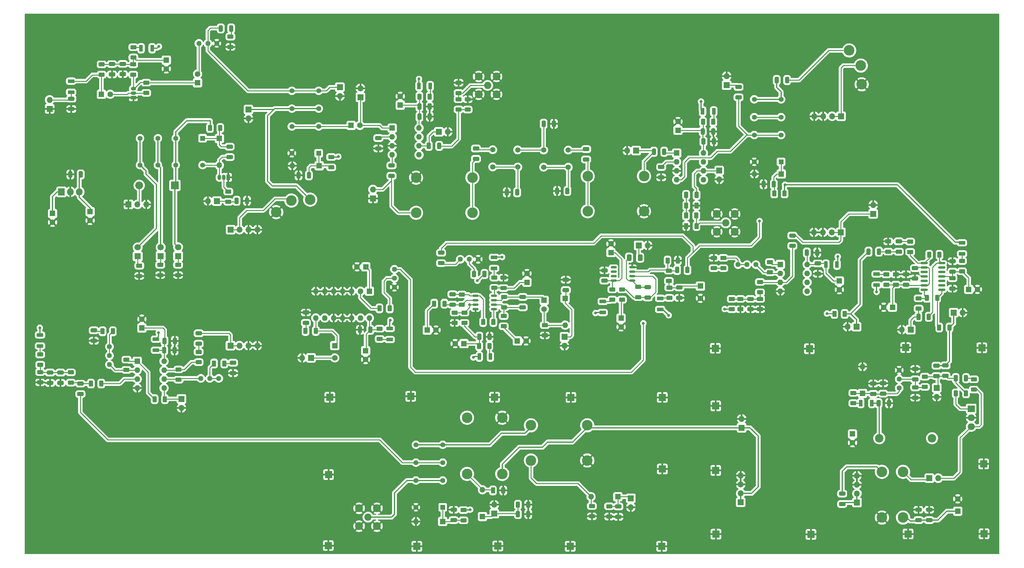
<source format=gbr>
%TF.GenerationSoftware,KiCad,Pcbnew,(6.0.7)*%
%TF.CreationDate,2023-03-09T17:17:03-05:00*%
%TF.ProjectId,Phoenix612 Complete v1.1,50686f65-6e69-4783-9631-3220436f6d70,rev?*%
%TF.SameCoordinates,Original*%
%TF.FileFunction,Copper,L1,Top*%
%TF.FilePolarity,Positive*%
%FSLAX46Y46*%
G04 Gerber Fmt 4.6, Leading zero omitted, Abs format (unit mm)*
G04 Created by KiCad (PCBNEW (6.0.7)) date 2023-03-09 17:17:03*
%MOMM*%
%LPD*%
G01*
G04 APERTURE LIST*
G04 Aperture macros list*
%AMRoundRect*
0 Rectangle with rounded corners*
0 $1 Rounding radius*
0 $2 $3 $4 $5 $6 $7 $8 $9 X,Y pos of 4 corners*
0 Add a 4 corners polygon primitive as box body*
4,1,4,$2,$3,$4,$5,$6,$7,$8,$9,$2,$3,0*
0 Add four circle primitives for the rounded corners*
1,1,$1+$1,$2,$3*
1,1,$1+$1,$4,$5*
1,1,$1+$1,$6,$7*
1,1,$1+$1,$8,$9*
0 Add four rect primitives between the rounded corners*
20,1,$1+$1,$2,$3,$4,$5,0*
20,1,$1+$1,$4,$5,$6,$7,0*
20,1,$1+$1,$6,$7,$8,$9,0*
20,1,$1+$1,$8,$9,$2,$3,0*%
G04 Aperture macros list end*
%TA.AperFunction,ComponentPad*%
%ADD10R,1.700000X1.700000*%
%TD*%
%TA.AperFunction,ComponentPad*%
%ADD11O,1.700000X1.700000*%
%TD*%
%TA.AperFunction,ComponentPad*%
%ADD12R,1.600000X1.600000*%
%TD*%
%TA.AperFunction,ComponentPad*%
%ADD13C,1.600000*%
%TD*%
%TA.AperFunction,SMDPad,CuDef*%
%ADD14RoundRect,0.250000X0.650000X-0.325000X0.650000X0.325000X-0.650000X0.325000X-0.650000X-0.325000X0*%
%TD*%
%TA.AperFunction,SMDPad,CuDef*%
%ADD15RoundRect,0.250000X-0.325000X-0.650000X0.325000X-0.650000X0.325000X0.650000X-0.325000X0.650000X0*%
%TD*%
%TA.AperFunction,SMDPad,CuDef*%
%ADD16RoundRect,0.250000X0.325000X0.650000X-0.325000X0.650000X-0.325000X-0.650000X0.325000X-0.650000X0*%
%TD*%
%TA.AperFunction,ComponentPad*%
%ADD17R,1.800000X1.800000*%
%TD*%
%TA.AperFunction,ComponentPad*%
%ADD18C,1.800000*%
%TD*%
%TA.AperFunction,SMDPad,CuDef*%
%ADD19RoundRect,0.250000X0.625000X-0.312500X0.625000X0.312500X-0.625000X0.312500X-0.625000X-0.312500X0*%
%TD*%
%TA.AperFunction,SMDPad,CuDef*%
%ADD20RoundRect,0.250000X0.700000X-0.275000X0.700000X0.275000X-0.700000X0.275000X-0.700000X-0.275000X0*%
%TD*%
%TA.AperFunction,SMDPad,CuDef*%
%ADD21R,2.000000X2.000000*%
%TD*%
%TA.AperFunction,ComponentPad*%
%ADD22C,1.440000*%
%TD*%
%TA.AperFunction,SMDPad,CuDef*%
%ADD23RoundRect,0.250000X-0.625000X0.312500X-0.625000X-0.312500X0.625000X-0.312500X0.625000X0.312500X0*%
%TD*%
%TA.AperFunction,SMDPad,CuDef*%
%ADD24RoundRect,0.150000X0.675000X0.150000X-0.675000X0.150000X-0.675000X-0.150000X0.675000X-0.150000X0*%
%TD*%
%TA.AperFunction,SMDPad,CuDef*%
%ADD25RoundRect,0.150000X-0.825000X-0.150000X0.825000X-0.150000X0.825000X0.150000X-0.825000X0.150000X0*%
%TD*%
%TA.AperFunction,SMDPad,CuDef*%
%ADD26RoundRect,0.150000X-0.675000X-0.150000X0.675000X-0.150000X0.675000X0.150000X-0.675000X0.150000X0*%
%TD*%
%TA.AperFunction,ComponentPad*%
%ADD27C,1.500000*%
%TD*%
%TA.AperFunction,SMDPad,CuDef*%
%ADD28RoundRect,0.250000X0.312500X0.625000X-0.312500X0.625000X-0.312500X-0.625000X0.312500X-0.625000X0*%
%TD*%
%TA.AperFunction,ComponentPad*%
%ADD29O,1.600000X1.600000*%
%TD*%
%TA.AperFunction,SMDPad,CuDef*%
%ADD30RoundRect,0.250000X-0.650000X0.325000X-0.650000X-0.325000X0.650000X-0.325000X0.650000X0.325000X0*%
%TD*%
%TA.AperFunction,SMDPad,CuDef*%
%ADD31RoundRect,0.250000X-0.275000X-0.700000X0.275000X-0.700000X0.275000X0.700000X-0.275000X0.700000X0*%
%TD*%
%TA.AperFunction,ComponentPad*%
%ADD32C,3.000000*%
%TD*%
%TA.AperFunction,SMDPad,CuDef*%
%ADD33RoundRect,0.250000X-0.700000X0.275000X-0.700000X-0.275000X0.700000X-0.275000X0.700000X0.275000X0*%
%TD*%
%TA.AperFunction,ComponentPad*%
%ADD34R,1.400000X1.400000*%
%TD*%
%TA.AperFunction,ComponentPad*%
%ADD35C,1.400000*%
%TD*%
%TA.AperFunction,SMDPad,CuDef*%
%ADD36RoundRect,0.250000X-0.312500X-0.625000X0.312500X-0.625000X0.312500X0.625000X-0.312500X0.625000X0*%
%TD*%
%TA.AperFunction,SMDPad,CuDef*%
%ADD37RoundRect,0.250000X0.275000X0.700000X-0.275000X0.700000X-0.275000X-0.700000X0.275000X-0.700000X0*%
%TD*%
%TA.AperFunction,ComponentPad*%
%ADD38R,2.000000X1.905000*%
%TD*%
%TA.AperFunction,ComponentPad*%
%ADD39O,2.000000X1.905000*%
%TD*%
%TA.AperFunction,ComponentPad*%
%ADD40C,2.050000*%
%TD*%
%TA.AperFunction,ComponentPad*%
%ADD41C,2.250000*%
%TD*%
%TA.AperFunction,SMDPad,CuDef*%
%ADD42RoundRect,0.250000X-0.412500X-0.650000X0.412500X-0.650000X0.412500X0.650000X-0.412500X0.650000X0*%
%TD*%
%TA.AperFunction,ComponentPad*%
%ADD43R,1.050000X1.500000*%
%TD*%
%TA.AperFunction,ComponentPad*%
%ADD44O,1.050000X1.500000*%
%TD*%
%TA.AperFunction,ComponentPad*%
%ADD45R,1.905000X2.000000*%
%TD*%
%TA.AperFunction,ComponentPad*%
%ADD46O,1.905000X2.000000*%
%TD*%
%TA.AperFunction,ComponentPad*%
%ADD47R,2.200000X2.200000*%
%TD*%
%TA.AperFunction,ComponentPad*%
%ADD48O,2.200000X2.200000*%
%TD*%
%TA.AperFunction,ComponentPad*%
%ADD49C,2.400000*%
%TD*%
%TA.AperFunction,ComponentPad*%
%ADD50R,1.500000X1.050000*%
%TD*%
%TA.AperFunction,ComponentPad*%
%ADD51O,1.500000X1.050000*%
%TD*%
%TA.AperFunction,ViaPad*%
%ADD52C,0.800000*%
%TD*%
%TA.AperFunction,Conductor*%
%ADD53C,0.350000*%
%TD*%
%TA.AperFunction,Conductor*%
%ADD54C,0.250000*%
%TD*%
%TA.AperFunction,Conductor*%
%ADD55C,0.200000*%
%TD*%
G04 APERTURE END LIST*
D10*
%TO.P,J18,1,Pin_1*%
%TO.N,PA_OUT*%
X222504000Y-153797000D03*
D11*
%TO.P,J18,2,Pin_2*%
%TO.N,GND*%
X222504000Y-151257000D03*
%TD*%
D10*
%TO.P,J19,1,Pin_1*%
%TO.N,Net-(C78-Pad2)*%
X277964500Y-142450500D03*
D11*
%TO.P,J19,2,Pin_2*%
%TO.N,GND*%
X277964500Y-144990500D03*
%TD*%
D12*
%TO.P,C66,1*%
%TO.N,U1_12V*%
X287020000Y-114427000D03*
D13*
%TO.P,C66,2*%
%TO.N,GND*%
X289520000Y-114427000D03*
%TD*%
D10*
%TO.P,J17,1,Pin_1*%
%TO.N,PA_IN*%
X282765500Y-121031000D03*
D11*
%TO.P,J17,2,Pin_2*%
%TO.N,GND*%
X285305500Y-121031000D03*
%TD*%
D10*
%TO.P,J16,1,Pin_1*%
%TO.N,Net-(C63-Pad2)*%
X270553500Y-125882000D03*
D11*
%TO.P,J16,2,Pin_2*%
%TO.N,GND*%
X268013500Y-125882000D03*
%TD*%
D10*
%TO.P,J15,1,Pin_1*%
%TO.N,PA_DRIVER_IN*%
X255123000Y-125056500D03*
D11*
%TO.P,J15,2,Pin_2*%
%TO.N,GND*%
X252583000Y-125056500D03*
%TD*%
D10*
%TO.P,J14,1,Pin_1*%
%TO.N,Net-(C61-Pad1)*%
X259880500Y-92944000D03*
D11*
%TO.P,J14,2,Pin_2*%
%TO.N,GND*%
X259880500Y-90404000D03*
%TD*%
D10*
%TO.P,J49,1,Pin_1*%
%TO.N,Net-(C100-Pad2)*%
X218224500Y-56304500D03*
D11*
%TO.P,J49,2,Pin_2*%
%TO.N,GND*%
X218224500Y-53764500D03*
%TD*%
D14*
%TO.P,C100,1*%
%TO.N,Net-(K3-Pad13)*%
X221615000Y-59782500D03*
%TO.P,C100,2*%
%TO.N,Net-(C100-Pad2)*%
X221615000Y-56832500D03*
%TD*%
D10*
%TO.P,J50,1,Pin_1*%
%TO.N,IFMICIN*%
X108331000Y-56896000D03*
D11*
%TO.P,J50,2,Pin_2*%
%TO.N,GND*%
X108331000Y-59436000D03*
%TD*%
D10*
%TO.P,J48,1,Pin_1*%
%TO.N,IFRFIN*%
X82359500Y-63246000D03*
D11*
%TO.P,J48,2,Pin_2*%
%TO.N,GND*%
X82359500Y-65786000D03*
%TD*%
D10*
%TO.P,J11,1,Pin_1*%
%TO.N,Net-(C39-Pad2)*%
X193250500Y-101917500D03*
D11*
%TO.P,J11,2,Pin_2*%
%TO.N,GND*%
X195790500Y-101917500D03*
%TD*%
D10*
%TO.P,J7,1,Pin_1*%
%TO.N,Net-(C30-Pad1)*%
X192532000Y-74930000D03*
D11*
%TO.P,J7,2,Pin_2*%
%TO.N,GND*%
X189992000Y-74930000D03*
%TD*%
D10*
%TO.P,J10,1,Pin_1*%
%TO.N,GND*%
X117729000Y-88519000D03*
D11*
%TO.P,J10,2,Pin_2*%
%TO.N,Net-(C29-Pad2)*%
X117729000Y-85979000D03*
%TD*%
D10*
%TO.P,J8,1,Pin_1*%
%TO.N,Net-(C32-Pad2)*%
X216115500Y-80601500D03*
D11*
%TO.P,J8,2,Pin_2*%
%TO.N,GND*%
X216115500Y-83141500D03*
%TD*%
D10*
%TO.P,J6,1,Pin_1*%
%TO.N,Net-(C19-Pad2)*%
X114173000Y-59753500D03*
D11*
%TO.P,J6,2,Pin_2*%
%TO.N,GND*%
X114173000Y-57213500D03*
%TD*%
D10*
%TO.P,J4,1,Pin_1*%
%TO.N,Net-(C15-Pad2)*%
X136461500Y-69596000D03*
D11*
%TO.P,J4,2,Pin_2*%
%TO.N,GND*%
X139001500Y-69596000D03*
%TD*%
D15*
%TO.P,C28,1*%
%TO.N,Net-(C28-Pad1)*%
X166228500Y-67310000D03*
%TO.P,C28,2*%
%TO.N,GND*%
X169178500Y-67310000D03*
%TD*%
D16*
%TO.P,C27,1*%
%TO.N,Net-(C27-Pad1)*%
X158701000Y-86804500D03*
%TO.P,C27,2*%
%TO.N,GND*%
X155751000Y-86804500D03*
%TD*%
%TO.P,C26,1*%
%TO.N,Net-(C26-Pad1)*%
X172988500Y-86423500D03*
%TO.P,C26,2*%
%TO.N,GND*%
X170038500Y-86423500D03*
%TD*%
D10*
%TO.P,J1,1,Pin_1*%
%TO.N,Net-(J1-Pad1)*%
X63309500Y-145605500D03*
D11*
%TO.P,J1,2,Pin_2*%
%TO.N,GND*%
X63309500Y-148145500D03*
%TD*%
D17*
%TO.P,D4,1,K*%
%TO.N,Net-(D4-Pad1)*%
X50863500Y-105024000D03*
D18*
%TO.P,D4,2,A*%
%TO.N,TX12V*%
X50863500Y-102484000D03*
%TD*%
D19*
%TO.P,R29,1*%
%TO.N,Net-(C42-Pad1)*%
X193125000Y-116651500D03*
%TO.P,R29,2*%
%TO.N,Net-(C39-Pad1)*%
X193125000Y-113726500D03*
%TD*%
D14*
%TO.P,C47,1*%
%TO.N,AF_12V*%
X183515000Y-111965000D03*
%TO.P,C47,2*%
%TO.N,GND*%
X183515000Y-109015000D03*
%TD*%
D20*
%TO.P,L7,1,1*%
%TO.N,RX12V*%
X183028500Y-121018500D03*
%TO.P,L7,2,2*%
%TO.N,Net-(L7-Pad2)*%
X183028500Y-117868500D03*
%TD*%
D21*
%TO.P,J26,1,Pin_1*%
%TO.N,GND*%
X291274500Y-164084000D03*
%TD*%
D12*
%TO.P,C44,1*%
%TO.N,Net-(C44-Pad1)*%
X210778000Y-113472849D03*
D13*
%TO.P,C44,2*%
%TO.N,GND*%
X210778000Y-116972849D03*
%TD*%
D14*
%TO.P,C81,1*%
%TO.N,Net-(C81-Pad1)*%
X259905500Y-144169500D03*
%TO.P,C81,2*%
%TO.N,GND*%
X259905500Y-141219500D03*
%TD*%
D22*
%TO.P,RV4,1,1*%
%TO.N,Net-(C51-Pad2)*%
X68262500Y-44426500D03*
%TO.P,RV4,2,2*%
%TO.N,IFMICIN*%
X70802500Y-44426500D03*
%TO.P,RV4,3,3*%
%TO.N,GND*%
X73342500Y-44426500D03*
%TD*%
D23*
%TO.P,R70,1*%
%TO.N,Net-(C93-Pad1)*%
X154876500Y-121991151D03*
%TO.P,R70,2*%
%TO.N,Net-(C95-Pad1)*%
X154876500Y-124916151D03*
%TD*%
D12*
%TO.P,C56,1*%
%TO.N,Net-(C55-Pad1)*%
X250253500Y-112014000D03*
D13*
%TO.P,C56,2*%
%TO.N,GND*%
X250253500Y-114514000D03*
%TD*%
D24*
%TO.P,U6,1*%
%TO.N,Net-(C39-Pad1)*%
X191368500Y-111950500D03*
%TO.P,U6,2,-*%
%TO.N,Net-(C42-Pad1)*%
X191368500Y-110680500D03*
%TO.P,U6,3,+*%
%TO.N,AF_BIAS*%
X191368500Y-109410500D03*
%TO.P,U6,4,V-*%
%TO.N,GND*%
X191368500Y-108140500D03*
%TO.P,U6,5,+*%
%TO.N,unconnected-(U6-Pad5)*%
X186118500Y-108140500D03*
%TO.P,U6,6,-*%
%TO.N,unconnected-(U6-Pad6)*%
X186118500Y-109410500D03*
%TO.P,U6,7*%
%TO.N,unconnected-(U6-Pad7)*%
X186118500Y-110680500D03*
%TO.P,U6,8,V+*%
%TO.N,AF_12V*%
X186118500Y-111950500D03*
%TD*%
D14*
%TO.P,C92,1*%
%TO.N,Net-(C92-Pad1)*%
X140335000Y-118759500D03*
%TO.P,C92,2*%
%TO.N,Net-(C92-Pad2)*%
X140335000Y-115809500D03*
%TD*%
D21*
%TO.P,J27,1,Pin_1*%
%TO.N,GND*%
X215138000Y-165925500D03*
%TD*%
D16*
%TO.P,C15,1*%
%TO.N,Net-(C15-Pad1)*%
X136539500Y-73596500D03*
%TO.P,C15,2*%
%TO.N,Net-(C15-Pad2)*%
X133589500Y-73596500D03*
%TD*%
D23*
%TO.P,R8,1*%
%TO.N,Net-(R6-Pad1)*%
X62474000Y-137209000D03*
%TO.P,R8,2*%
%TO.N,Net-(R8-Pad2)*%
X62474000Y-140134000D03*
%TD*%
%TO.P,R43,1*%
%TO.N,Net-(C61-Pad2)*%
X227711000Y-112329500D03*
%TO.P,R43,2*%
%TO.N,Net-(C58-Pad1)*%
X227711000Y-115254500D03*
%TD*%
D21*
%TO.P,J45,1,Pin_1*%
%TO.N,GND*%
X130175000Y-187515500D03*
%TD*%
%TO.P,J24,1,Pin_1*%
%TO.N,GND*%
X215201500Y-184086500D03*
%TD*%
D14*
%TO.P,C67,1*%
%TO.N,U1_12V*%
X282457651Y-109361500D03*
%TO.P,C67,2*%
%TO.N,GND*%
X282457651Y-106411500D03*
%TD*%
D25*
%TO.P,U10,1,-*%
%TO.N,Net-(R48-Pad2)*%
X274394651Y-106934000D03*
%TO.P,U10,2,+*%
%TO.N,U1_6V*%
X274394651Y-108204000D03*
%TO.P,U10,3,A0*%
%TO.N,unconnected-(U10-Pad3)*%
X274394651Y-109474000D03*
%TO.P,U10,4,V-*%
%TO.N,GND*%
X274394651Y-110744000D03*
%TO.P,U10,5,A1*%
%TO.N,unconnected-(U10-Pad5)*%
X274394651Y-112014000D03*
%TO.P,U10,6,+*%
%TO.N,U1_6V*%
X274394651Y-113284000D03*
%TO.P,U10,7,-*%
%TO.N,Net-(R49-Pad2)*%
X274394651Y-114554000D03*
%TO.P,U10,8*%
%TO.N,Net-(R47-Pad1)*%
X279344651Y-114554000D03*
%TO.P,U10,9,NC*%
%TO.N,unconnected-(U10-Pad9)*%
X279344651Y-113284000D03*
%TO.P,U10,10,NC*%
%TO.N,unconnected-(U10-Pad10)*%
X279344651Y-112014000D03*
%TO.P,U10,11,V+*%
%TO.N,U1_12V*%
X279344651Y-110744000D03*
%TO.P,U10,12,NC*%
%TO.N,unconnected-(U10-Pad12)*%
X279344651Y-109474000D03*
%TO.P,U10,13,NC*%
%TO.N,unconnected-(U10-Pad13)*%
X279344651Y-108204000D03*
%TO.P,U10,14*%
%TO.N,Net-(C63-Pad1)*%
X279344651Y-106934000D03*
%TD*%
D23*
%TO.P,R30,1*%
%TO.N,Net-(C42-Pad1)*%
X188489500Y-114425000D03*
%TO.P,R30,2*%
%TO.N,Net-(C43-Pad1)*%
X188489500Y-117350000D03*
%TD*%
D26*
%TO.P,U12,1*%
%TO.N,Net-(C92-Pad2)*%
X146854000Y-116205000D03*
%TO.P,U12,2,-*%
%TO.N,Net-(C92-Pad1)*%
X146854000Y-117475000D03*
%TO.P,U12,3,+*%
%TO.N,SM_BIAS*%
X146854000Y-118745000D03*
%TO.P,U12,4,V-*%
%TO.N,GND*%
X146854000Y-120015000D03*
%TO.P,U12,5,+*%
%TO.N,Net-(R65-Pad2)*%
X152104000Y-120015000D03*
%TO.P,U12,6,-*%
%TO.N,Net-(C93-Pad1)*%
X152104000Y-118745000D03*
%TO.P,U12,7*%
%TO.N,Net-(C90-Pad1)*%
X152104000Y-117475000D03*
%TO.P,U12,8,V+*%
%TO.N,SM_12V*%
X152104000Y-116205000D03*
%TD*%
D10*
%TO.P,U11,1,IN*%
%TO.N,Net-(C77-Pad2)*%
X255270000Y-175052000D03*
D11*
%TO.P,U11,2,IN*%
X255270000Y-172512000D03*
%TO.P,U11,3,GND*%
%TO.N,GND*%
X255270000Y-169972000D03*
%TO.P,U11,4,GND*%
X255270000Y-167432000D03*
%TO.P,U11,5,GND*%
X222250000Y-167386000D03*
%TO.P,U11,6,GND*%
X222250000Y-169926000D03*
%TO.P,U11,7,OUT*%
%TO.N,PA_OUT*%
X222250000Y-172466000D03*
D10*
%TO.P,U11,8,OUT*%
X222250000Y-175006000D03*
%TD*%
D23*
%TO.P,R73,1*%
%TO.N,SM_BIAS*%
X143700500Y-121038651D03*
%TO.P,R73,2*%
%TO.N,Net-(C96-Pad1)*%
X143700500Y-123963651D03*
%TD*%
D27*
%TO.P,Y3,1,1*%
%TO.N,Net-(C28-Pad1)*%
X166243000Y-74766000D03*
%TO.P,Y3,2,2*%
%TO.N,Net-(C26-Pad1)*%
X166243000Y-79646000D03*
%TD*%
D21*
%TO.P,J36,1,Pin_1*%
%TO.N,GND*%
X105092500Y-167132000D03*
%TD*%
D28*
%TO.P,R14,1*%
%TO.N,Net-(C13-Pad1)*%
X74337651Y-68500500D03*
%TO.P,R14,2*%
%TO.N,12V*%
X71412651Y-68500500D03*
%TD*%
D21*
%TO.P,J37,1,Pin_1*%
%TO.N,GND*%
X199961500Y-145161000D03*
%TD*%
D10*
%TO.P,U2,1,IN*%
%TO.N,Net-(C7-Pad2)*%
X77233500Y-130429000D03*
D11*
%TO.P,U2,2,IN*%
X79773500Y-130429000D03*
%TO.P,U2,3,GND*%
%TO.N,GND*%
X82313500Y-130429000D03*
%TO.P,U2,4,GND*%
X84853500Y-130429000D03*
%TO.P,U2,5,GND*%
X84899500Y-97409000D03*
%TO.P,U2,6,GND*%
X82359500Y-97409000D03*
%TO.P,U2,7,OUT*%
%TO.N,Net-(TR1-Pad2)*%
X79819500Y-97409000D03*
D10*
%TO.P,U2,8,OUT*%
X77279500Y-97409000D03*
%TD*%
D12*
%TO.P,D9,1,K*%
%TO.N,Net-(C86-Pad1)*%
X137541000Y-180467000D03*
D29*
%TO.P,D9,2,A*%
%TO.N,GND*%
X129921000Y-180467000D03*
%TD*%
D14*
%TO.P,C79,1*%
%TO.N,Net-(C78-Pad2)*%
X277876000Y-139079500D03*
%TO.P,C79,2*%
%TO.N,PA_IN*%
X277876000Y-136129500D03*
%TD*%
D21*
%TO.P,J23,1,Pin_1*%
%TO.N,GND*%
X290766500Y-131064000D03*
%TD*%
D15*
%TO.P,C89,1*%
%TO.N,Net-(C89-Pad1)*%
X146480000Y-110055151D03*
%TO.P,C89,2*%
%TO.N,SM_BIAS*%
X149430000Y-110055151D03*
%TD*%
D16*
%TO.P,C36,1*%
%TO.N,Net-(C35-Pad1)*%
X116986500Y-125930500D03*
%TO.P,C36,2*%
%TO.N,GND*%
X114036500Y-125930500D03*
%TD*%
D14*
%TO.P,C7,1*%
%TO.N,Net-(C7-Pad1)*%
X68199000Y-129872000D03*
%TO.P,C7,2*%
%TO.N,Net-(C7-Pad2)*%
X68199000Y-126922000D03*
%TD*%
D21*
%TO.P,J25,1,Pin_1*%
%TO.N,GND*%
X215138000Y-147574000D03*
%TD*%
D10*
%TO.P,J3,1,Pin_1*%
%TO.N,Net-(C14-Pad2)*%
X73378500Y-89281000D03*
D11*
%TO.P,J3,2,Pin_2*%
%TO.N,GND*%
X70838500Y-89281000D03*
%TD*%
D19*
%TO.P,R24,1*%
%TO.N,Net-(C31-Pad1)*%
X105854500Y-79694500D03*
%TO.P,R24,2*%
%TO.N,TX12V*%
X105854500Y-76769500D03*
%TD*%
D21*
%TO.P,J46,1,Pin_1*%
%TO.N,GND*%
X105029000Y-187325000D03*
%TD*%
D27*
%TO.P,Y4,1,1*%
%TO.N,Net-(C26-Pad1)*%
X173228000Y-79666000D03*
%TO.P,Y4,2,2*%
%TO.N,Net-(C23-Pad1)*%
X173228000Y-74786000D03*
%TD*%
D30*
%TO.P,C24,1*%
%TO.N,Net-(C24-Pad1)*%
X119253000Y-71359500D03*
%TO.P,C24,2*%
%TO.N,GND*%
X119253000Y-74309500D03*
%TD*%
D19*
%TO.P,R67,1*%
%TO.N,Net-(C92-Pad1)*%
X143002000Y-118810500D03*
%TO.P,R67,2*%
%TO.N,Net-(C92-Pad2)*%
X143002000Y-115885500D03*
%TD*%
D23*
%TO.P,R42,1*%
%TO.N,Net-(C58-Pad1)*%
X222123000Y-117155500D03*
%TO.P,R42,2*%
%TO.N,GND*%
X222123000Y-120080500D03*
%TD*%
D28*
%TO.P,R61,1*%
%TO.N,GND*%
X154751500Y-171640500D03*
%TO.P,R61,2*%
%TO.N,Net-(D10-Pad2)*%
X151826500Y-171640500D03*
%TD*%
D15*
%TO.P,C18,1*%
%TO.N,Net-(C16-Pad1)*%
X130922500Y-62420500D03*
%TO.P,C18,2*%
%TO.N,GND*%
X133872500Y-62420500D03*
%TD*%
D14*
%TO.P,C62,1*%
%TO.N,Net-(C62-Pad1)*%
X214566500Y-108409000D03*
%TO.P,C62,2*%
%TO.N,GND*%
X214566500Y-105459000D03*
%TD*%
D28*
%TO.P,R9,1*%
%TO.N,Net-(R9-Pad1)*%
X43807000Y-126352500D03*
%TO.P,R9,2*%
%TO.N,Net-(C8-Pad1)*%
X40882000Y-126352500D03*
%TD*%
D12*
%TO.P,D6,1,K*%
%TO.N,Net-(C31-Pad1)*%
X102425500Y-79248000D03*
D29*
%TO.P,D6,2,A*%
%TO.N,GND*%
X94805500Y-79248000D03*
%TD*%
D31*
%TO.P,L14,1,1*%
%TO.N,Net-(L14-Pad1)*%
X256362000Y-146812000D03*
%TO.P,L14,2,2*%
%TO.N,TX12V*%
X259512000Y-146812000D03*
%TD*%
D14*
%TO.P,C65,1*%
%TO.N,Net-(C64-Pad2)*%
X267154151Y-103710000D03*
%TO.P,C65,2*%
%TO.N,Net-(C65-Pad2)*%
X267154151Y-100760000D03*
%TD*%
D32*
%TO.P,T3,1,AA*%
%TO.N,M2_12V*%
X268366500Y-179347000D03*
%TO.P,T3,2,AB*%
%TO.N,Net-(J20-Pad1)*%
X268366500Y-166347000D03*
%TO.P,T3,3,SB*%
%TO.N,GND*%
X262366500Y-179347000D03*
%TO.P,T3,4,SA*%
%TO.N,Net-(C77-Pad1)*%
X262366500Y-166347000D03*
%TD*%
%TO.P,T4,1,AA*%
%TO.N,Net-(D11-Pad2)*%
X144462500Y-150939500D03*
%TO.P,T4,2,AB*%
%TO.N,Net-(D10-Pad2)*%
X144462500Y-166939500D03*
%TO.P,T4,3,SA*%
%TO.N,GND*%
X154462500Y-150939500D03*
%TO.P,T4,4,SB*%
%TO.N,PA_OUT*%
X154462500Y-166939500D03*
%TD*%
D19*
%TO.P,R3,1*%
%TO.N,Net-(C6-Pad2)*%
X31867000Y-140959500D03*
%TO.P,R3,2*%
%TO.N,Net-(C4-Pad1)*%
X31867000Y-138034500D03*
%TD*%
D33*
%TO.P,L5,1,1*%
%TO.N,RX12V*%
X122496500Y-125562000D03*
%TO.P,L5,2,2*%
%TO.N,Net-(L5-Pad2)*%
X122496500Y-128712000D03*
%TD*%
D34*
%TO.P,K4,1*%
%TO.N,Net-(C86-Pad1)*%
X137557000Y-176434000D03*
D35*
%TO.P,K4,4*%
%TO.N,ANT*%
X137557000Y-168814000D03*
%TO.P,K4,6*%
%TO.N,ANT_IN*%
X137557000Y-163734000D03*
%TO.P,K4,8*%
%TO.N,ANT_OUT*%
X137557000Y-158654000D03*
%TO.P,K4,9*%
X129937000Y-158654000D03*
%TO.P,K4,11*%
%TO.N,ANT_IN*%
X129937000Y-163734000D03*
%TO.P,K4,13*%
%TO.N,ANT*%
X129937000Y-168814000D03*
%TO.P,K4,16*%
%TO.N,GND*%
X129937000Y-176434000D03*
%TD*%
D27*
%TO.P,Y1,1,1*%
%TO.N,Net-(C25-Pad2)*%
X151765000Y-74702500D03*
%TO.P,Y1,2,2*%
%TO.N,Net-(C27-Pad1)*%
X151765000Y-79582500D03*
%TD*%
D30*
%TO.P,C68,1*%
%TO.N,U1_12V*%
X282394151Y-111237500D03*
%TO.P,C68,2*%
%TO.N,GND*%
X282394151Y-114187500D03*
%TD*%
D12*
%TO.P,C72,1*%
%TO.N,TX12V*%
X254000000Y-155565349D03*
D13*
%TO.P,C72,2*%
%TO.N,GND*%
X254000000Y-158065349D03*
%TD*%
D15*
%TO.P,C16,1*%
%TO.N,Net-(C16-Pad1)*%
X130922500Y-65278000D03*
%TO.P,C16,2*%
%TO.N,GND*%
X133872500Y-65278000D03*
%TD*%
D22*
%TO.P,RV7,1,1*%
%TO.N,Net-(C88-Pad2)*%
X142547500Y-105864151D03*
%TO.P,RV7,2,2*%
%TO.N,Net-(C89-Pad1)*%
X145087500Y-105864151D03*
%TO.P,RV7,3,3*%
%TO.N,GND*%
X147627500Y-105864151D03*
%TD*%
D36*
%TO.P,R51,1*%
%TO.N,Net-(R49-Pad2)*%
X275153151Y-116840000D03*
%TO.P,R51,2*%
%TO.N,Net-(R47-Pad1)*%
X278078151Y-116840000D03*
%TD*%
D37*
%TO.P,L8,1,1*%
%TO.N,TX12V*%
X54978500Y-45823500D03*
%TO.P,L8,2,2*%
%TO.N,Net-(L8-Pad2)*%
X51828500Y-45823500D03*
%TD*%
D30*
%TO.P,C82,1*%
%TO.N,Net-(C82-Pad1)*%
X271843500Y-142299000D03*
%TO.P,C82,2*%
%TO.N,GND*%
X271843500Y-145249000D03*
%TD*%
D10*
%TO.P,J20,1,Pin_1*%
%TO.N,Net-(J20-Pad1)*%
X275839000Y-168148000D03*
D11*
%TO.P,J20,2,Pin_2*%
%TO.N,Net-(J20-Pad2)*%
X278379000Y-168148000D03*
%TD*%
D19*
%TO.P,R55,1*%
%TO.N,U1_6V*%
X266328651Y-113095500D03*
%TO.P,R55,2*%
%TO.N,GND*%
X266328651Y-110170500D03*
%TD*%
D12*
%TO.P,C50,1*%
%TO.N,Net-(C48-Pad1)*%
X58991500Y-49189000D03*
D13*
%TO.P,C50,2*%
%TO.N,GND*%
X58991500Y-51689000D03*
%TD*%
D15*
%TO.P,C30,1*%
%TO.N,Net-(C30-Pad1)*%
X197544000Y-75257500D03*
%TO.P,C30,2*%
%TO.N,Net-(C30-Pad2)*%
X200494000Y-75257500D03*
%TD*%
D36*
%TO.P,R21,1*%
%TO.N,Net-(C32-Pad1)*%
X206690500Y-93408500D03*
%TO.P,R21,2*%
%TO.N,Net-(J9-Pad1)*%
X209615500Y-93408500D03*
%TD*%
D10*
%TO.P,J34,1,Pin_1*%
%TO.N,Net-(C87-Pad1)*%
X191008000Y-173863000D03*
D11*
%TO.P,J34,2,Pin_2*%
%TO.N,GND*%
X191008000Y-176403000D03*
%TD*%
D33*
%TO.P,L12,1,1*%
%TO.N,Net-(L12-Pad1)*%
X260867651Y-110058000D03*
%TO.P,L12,2,2*%
%TO.N,TX12V*%
X260867651Y-113208000D03*
%TD*%
D15*
%TO.P,C55,1*%
%TO.N,Net-(C55-Pad1)*%
X241031500Y-103949500D03*
%TO.P,C55,2*%
%TO.N,GND*%
X243981500Y-103949500D03*
%TD*%
D30*
%TO.P,C61,1*%
%TO.N,Net-(C61-Pad1)*%
X236918500Y-99109000D03*
%TO.P,C61,2*%
%TO.N,Net-(C61-Pad2)*%
X236918500Y-102059000D03*
%TD*%
D28*
%TO.P,R20,1*%
%TO.N,Net-(L4-Pad2)*%
X214451500Y-66748500D03*
%TO.P,R20,2*%
%TO.N,Net-(C20-Pad1)*%
X211526500Y-66748500D03*
%TD*%
D38*
%TO.P,Q3,1*%
%TO.N,Net-(Q3-Pad1)*%
X287726000Y-148399500D03*
D39*
%TO.P,Q3,2*%
%TO.N,GND*%
X287726000Y-150939500D03*
%TO.P,Q3,3*%
%TO.N,Net-(J20-Pad2)*%
X287726000Y-153479500D03*
%TD*%
D21*
%TO.P,J29,1,Pin_1*%
%TO.N,GND*%
X269113000Y-131000500D03*
%TD*%
D12*
%TO.P,D10,1,K*%
%TO.N,Net-(C85-Pad1)*%
X148844000Y-179070000D03*
D29*
%TO.P,D10,2,A*%
%TO.N,Net-(D10-Pad2)*%
X148844000Y-171450000D03*
%TD*%
D23*
%TO.P,R2,1*%
%TO.N,Net-(C4-Pad1)*%
X23167500Y-137971000D03*
%TO.P,R2,2*%
%TO.N,GND*%
X23167500Y-140896000D03*
%TD*%
D12*
%TO.P,U8,1,OutA*%
%TO.N,Net-(R44-Pad1)*%
X233489500Y-107315000D03*
D29*
%TO.P,U8,2,InA-*%
%TO.N,Net-(R45-Pad1)*%
X233489500Y-109855000D03*
%TO.P,U8,3,InA+*%
%TO.N,Net-(C61-Pad2)*%
X233489500Y-112395000D03*
%TO.P,U8,4,V-*%
%TO.N,GND*%
X233489500Y-114935000D03*
%TO.P,U8,5,InB+*%
%TO.N,unconnected-(U8-Pad5)*%
X241109500Y-114935000D03*
%TO.P,U8,6,InB-*%
%TO.N,unconnected-(U8-Pad6)*%
X241109500Y-112395000D03*
%TO.P,U8,7,OutB*%
%TO.N,unconnected-(U8-Pad7)*%
X241109500Y-109855000D03*
%TO.P,U8,8,V+*%
%TO.N,Net-(C55-Pad1)*%
X241109500Y-107315000D03*
%TD*%
D28*
%TO.P,R23,1*%
%TO.N,Net-(J9-Pad1)*%
X209679000Y-96393000D03*
%TO.P,R23,2*%
%TO.N,GND*%
X206754000Y-96393000D03*
%TD*%
D21*
%TO.P,J21,1,Pin_1*%
%TO.N,GND*%
X241744500Y-131318000D03*
%TD*%
D22*
%TO.P,RV5,1,1*%
%TO.N,Net-(R45-Pad1)*%
X226568000Y-107378500D03*
%TO.P,RV5,2,2*%
%TO.N,Net-(R46-Pad1)*%
X224028000Y-107378500D03*
%TO.P,RV5,3,3*%
X221488000Y-107378500D03*
%TD*%
D16*
%TO.P,C78,1*%
%TO.N,Net-(C78-Pad1)*%
X286272500Y-139700000D03*
%TO.P,C78,2*%
%TO.N,Net-(C78-Pad2)*%
X283322500Y-139700000D03*
%TD*%
D19*
%TO.P,R45,1*%
%TO.N,Net-(R45-Pad1)*%
X230558500Y-109593000D03*
%TO.P,R45,2*%
%TO.N,Net-(R44-Pad1)*%
X230558500Y-106668000D03*
%TD*%
D30*
%TO.P,C58,1*%
%TO.N,Net-(C58-Pad1)*%
X227711000Y-117143000D03*
%TO.P,C58,2*%
%TO.N,GND*%
X227711000Y-120093000D03*
%TD*%
D12*
%TO.P,U7,1,BYPASS*%
%TO.N,Net-(C37-Pad1)*%
X116718000Y-114945000D03*
D29*
%TO.P,U7,2,+*%
%TO.N,Net-(R27-Pad2)*%
X114178000Y-114945000D03*
%TO.P,U7,3,GND*%
%TO.N,GND*%
X111638000Y-114945000D03*
%TO.P,U7,4,GND*%
X109098000Y-114945000D03*
%TO.P,U7,5,GND*%
X106558000Y-114945000D03*
%TO.P,U7,6,-*%
X104018000Y-114945000D03*
%TO.P,U7,7,GND*%
X101478000Y-114945000D03*
%TO.P,U7,8*%
%TO.N,Net-(C40-Pad1)*%
X101478000Y-122565000D03*
%TO.P,U7,9,NC*%
%TO.N,unconnected-(U7-Pad9)*%
X104018000Y-122565000D03*
%TO.P,U7,10,GND*%
%TO.N,GND*%
X106558000Y-122565000D03*
%TO.P,U7,11,GND*%
X109098000Y-122565000D03*
%TO.P,U7,12,GND*%
X111638000Y-122565000D03*
%TO.P,U7,13,NC*%
%TO.N,unconnected-(U7-Pad13)*%
X114178000Y-122565000D03*
%TO.P,U7,14,VS*%
%TO.N,Net-(C35-Pad1)*%
X116718000Y-122565000D03*
%TD*%
D19*
%TO.P,R41,1*%
%TO.N,TX12V*%
X219710000Y-120080500D03*
%TO.P,R41,2*%
%TO.N,Net-(C58-Pad1)*%
X219710000Y-117155500D03*
%TD*%
D36*
%TO.P,R65,1*%
%TO.N,Net-(C92-Pad2)*%
X149032500Y-123707651D03*
%TO.P,R65,2*%
%TO.N,Net-(R65-Pad2)*%
X151957500Y-123707651D03*
%TD*%
D23*
%TO.P,R48,1*%
%TO.N,Net-(C65-Pad2)*%
X270392651Y-100836000D03*
%TO.P,R48,2*%
%TO.N,Net-(R48-Pad2)*%
X270392651Y-103761000D03*
%TD*%
%TO.P,R12,1*%
%TO.N,Net-(D3-Pad1)*%
X62357000Y-107435000D03*
%TO.P,R12,2*%
%TO.N,GND*%
X62357000Y-110360000D03*
%TD*%
D20*
%TO.P,L11,1,1*%
%TO.N,Net-(L11-Pad1)*%
X285124651Y-104318000D03*
%TO.P,L11,2,2*%
%TO.N,TX12V*%
X285124651Y-101168000D03*
%TD*%
D21*
%TO.P,J38,1,Pin_1*%
%TO.N,GND*%
X173990000Y-145161000D03*
%TD*%
D12*
%TO.P,C96,1*%
%TO.N,Net-(C96-Pad1)*%
X143583151Y-129867151D03*
D13*
%TO.P,C96,2*%
%TO.N,GND*%
X141083151Y-129867151D03*
%TD*%
D10*
%TO.P,U9,1,IN*%
%TO.N,Net-(TR2-Pad2)*%
X250744000Y-65151000D03*
D11*
%TO.P,U9,2,IN*%
X248204000Y-65151000D03*
%TO.P,U9,3,GND*%
%TO.N,GND*%
X245664000Y-65151000D03*
%TO.P,U9,4,GND*%
X243124000Y-65151000D03*
%TO.P,U9,5,GND*%
X243078000Y-98171000D03*
%TO.P,U9,6,GND*%
X245618000Y-98171000D03*
%TO.P,U9,7,OUT*%
%TO.N,Net-(C61-Pad1)*%
X248158000Y-98171000D03*
D10*
%TO.P,U9,8,OUT*%
X250698000Y-98171000D03*
%TD*%
D30*
%TO.P,C33,1*%
%TO.N,Net-(C33-Pad1)*%
X199644000Y-79614500D03*
%TO.P,C33,2*%
%TO.N,GND*%
X199644000Y-82564500D03*
%TD*%
D19*
%TO.P,R59,1*%
%TO.N,Net-(L14-Pad1)*%
X254254000Y-146814000D03*
%TO.P,R59,2*%
%TO.N,Net-(C81-Pad1)*%
X254254000Y-143889000D03*
%TD*%
D22*
%TO.P,RV3,1,1*%
%TO.N,Net-(C39-Pad2)*%
X123825000Y-108712000D03*
%TO.P,RV3,2,2*%
%TO.N,Net-(R27-Pad1)*%
X123825000Y-111252000D03*
%TO.P,RV3,3,3*%
%TO.N,GND*%
X123825000Y-113792000D03*
%TD*%
D12*
%TO.P,D11,1,K*%
%TO.N,Net-(C87-Pad1)*%
X187325000Y-173418500D03*
D29*
%TO.P,D11,2,A*%
%TO.N,Net-(D11-Pad2)*%
X179705000Y-173418500D03*
%TD*%
D12*
%TO.P,C17,1*%
%TO.N,Net-(C16-Pad1)*%
X125476000Y-61985651D03*
D13*
%TO.P,C17,2*%
%TO.N,GND*%
X125476000Y-59485651D03*
%TD*%
D12*
%TO.P,D12,1,K*%
%TO.N,Net-(C91-Pad1)*%
X172339000Y-116976651D03*
D29*
%TO.P,D12,2,A*%
%TO.N,Net-(C90-Pad2)*%
X172339000Y-124596651D03*
%TD*%
D10*
%TO.P,J2,1,Pin_1*%
%TO.N,GND*%
X48275000Y-90233500D03*
D11*
%TO.P,J2,2,Pin_2*%
%TO.N,Net-(D1-Pad2)*%
X50815000Y-90233500D03*
%TO.P,J2,3,Pin_3*%
%TO.N,GND*%
X53355000Y-90233500D03*
%TD*%
D14*
%TO.P,C84,1*%
%TO.N,Net-(C81-Pad1)*%
X262699500Y-144106000D03*
%TO.P,C84,2*%
%TO.N,GND*%
X262699500Y-141156000D03*
%TD*%
%TO.P,C91,1*%
%TO.N,Net-(C91-Pad1)*%
X172529500Y-114641651D03*
%TO.P,C91,2*%
%TO.N,GND*%
X172529500Y-111691651D03*
%TD*%
D19*
%TO.P,R64,1*%
%TO.N,GND*%
X184848500Y-179072000D03*
%TO.P,R64,2*%
%TO.N,Net-(C87-Pad1)*%
X184848500Y-176147000D03*
%TD*%
D23*
%TO.P,R54,1*%
%TO.N,Net-(L12-Pad1)*%
X263598151Y-110170500D03*
%TO.P,R54,2*%
%TO.N,U1_6V*%
X263598151Y-113095500D03*
%TD*%
D40*
%TO.P,J32,1,In*%
%TO.N,ANT*%
X116332000Y-179260500D03*
D41*
%TO.P,J32,2,Ext*%
%TO.N,GND*%
X113792000Y-176720500D03*
X118872000Y-181800500D03*
X113792000Y-181800500D03*
X118872000Y-176720500D03*
%TD*%
D16*
%TO.P,C38,1*%
%TO.N,IFAFOUT*%
X207109500Y-108902500D03*
%TO.P,C38,2*%
%TO.N,AF_BIAS*%
X204159500Y-108902500D03*
%TD*%
D12*
%TO.P,C11,1*%
%TO.N,5V*%
X37338000Y-92321500D03*
D13*
%TO.P,C11,2*%
%TO.N,GND*%
X37338000Y-94821500D03*
%TD*%
D30*
%TO.P,C57,1*%
%TO.N,Net-(C55-Pad1)*%
X244157500Y-107046500D03*
%TO.P,C57,2*%
%TO.N,GND*%
X244157500Y-109996500D03*
%TD*%
D40*
%TO.P,J5,1,In*%
%TO.N,Net-(J5-Pad1)*%
X150304500Y-56388000D03*
D41*
%TO.P,J5,2,Ext*%
%TO.N,GND*%
X147764500Y-58928000D03*
X152844500Y-53848000D03*
X147764500Y-53848000D03*
X152844500Y-58928000D03*
%TD*%
D12*
%TO.P,C90,1*%
%TO.N,Net-(C90-Pad1)*%
X166370000Y-117538500D03*
D13*
%TO.P,C90,2*%
%TO.N,Net-(C90-Pad2)*%
X166370000Y-120038500D03*
%TD*%
D21*
%TO.P,J44,1,Pin_1*%
%TO.N,GND*%
X199961500Y-165544500D03*
%TD*%
D23*
%TO.P,R1,1*%
%TO.N,Net-(L2-Pad2)*%
X23167500Y-132954500D03*
%TO.P,R1,2*%
%TO.N,Net-(C4-Pad1)*%
X23167500Y-135879500D03*
%TD*%
%TO.P,R13,1*%
%TO.N,Net-(D4-Pad1)*%
X51308000Y-107689000D03*
%TO.P,R13,2*%
%TO.N,GND*%
X51308000Y-110614000D03*
%TD*%
D15*
%TO.P,C73,1*%
%TO.N,TX12V*%
X261415000Y-146812000D03*
%TO.P,C73,2*%
%TO.N,GND*%
X264365000Y-146812000D03*
%TD*%
D19*
%TO.P,R18,1*%
%TO.N,Net-(C15-Pad1)*%
X144653000Y-63248000D03*
%TO.P,R18,2*%
%TO.N,GND*%
X144653000Y-60323000D03*
%TD*%
D12*
%TO.P,D8,1,K*%
%TO.N,Net-(C81-Pad1)*%
X256857500Y-144028000D03*
D29*
%TO.P,D8,2,A*%
%TO.N,GND*%
X256857500Y-136408000D03*
%TD*%
D23*
%TO.P,R35,1*%
%TO.N,Net-(L8-Pad2)*%
X49657000Y-45504000D03*
%TO.P,R35,2*%
%TO.N,Net-(C48-Pad1)*%
X49657000Y-48429000D03*
%TD*%
D14*
%TO.P,C83,1*%
%TO.N,Net-(C82-Pad1)*%
X271843500Y-140042000D03*
%TO.P,C83,2*%
%TO.N,GND*%
X271843500Y-137092000D03*
%TD*%
D12*
%TO.P,U5,1,IN_A*%
%TO.N,Net-(C30-Pad2)*%
X204035500Y-75638500D03*
D29*
%TO.P,U5,2,IN_B*%
%TO.N,Net-(C33-Pad1)*%
X204035500Y-78178500D03*
%TO.P,U5,3,GND*%
%TO.N,GND*%
X204035500Y-80718500D03*
%TO.P,U5,4,OUT_A*%
%TO.N,Net-(K3-Pad13)*%
X204035500Y-83258500D03*
%TO.P,U5,5,OUT_B*%
%TO.N,unconnected-(U5-Pad5)*%
X211655500Y-83258500D03*
%TO.P,U5,6,OSC_B*%
%TO.N,Net-(C32-Pad2)*%
X211655500Y-80718500D03*
%TO.P,U5,7,OSC_E*%
%TO.N,unconnected-(U5-Pad7)*%
X211655500Y-78178500D03*
%TO.P,U5,8,Vcc*%
%TO.N,Net-(C20-Pad1)*%
X211655500Y-75638500D03*
%TD*%
D21*
%TO.P,J43,1,Pin_1*%
%TO.N,GND*%
X199771000Y-187515500D03*
%TD*%
D16*
%TO.P,C31,1*%
%TO.N,Net-(C31-Pad1)*%
X99519000Y-81978500D03*
%TO.P,C31,2*%
%TO.N,GND*%
X96569000Y-81978500D03*
%TD*%
D12*
%TO.P,C98,1*%
%TO.N,SM_12V*%
X161480500Y-112404651D03*
D13*
%TO.P,C98,2*%
%TO.N,GND*%
X161480500Y-109904651D03*
%TD*%
D23*
%TO.P,R72,1*%
%TO.N,Net-(L16-Pad2)*%
X152209500Y-111069151D03*
%TO.P,R72,2*%
%TO.N,SM_12V*%
X152209500Y-113994151D03*
%TD*%
D15*
%TO.P,C64,1*%
%TO.N,PA_DRIVER_IN*%
X258557500Y-103695500D03*
%TO.P,C64,2*%
%TO.N,Net-(C64-Pad2)*%
X261507500Y-103695500D03*
%TD*%
D10*
%TO.P,J13,1,Pin_1*%
%TO.N,GND*%
X25844500Y-63037000D03*
D11*
%TO.P,J13,2,Pin_2*%
%TO.N,Net-(C54-Pad1)*%
X25844500Y-60497000D03*
%TD*%
D15*
%TO.P,C22,1*%
%TO.N,Net-(C20-Pad1)*%
X211450500Y-69479000D03*
%TO.P,C22,2*%
%TO.N,GND*%
X214400500Y-69479000D03*
%TD*%
D12*
%TO.P,C46,1*%
%TO.N,AF_12V*%
X185356500Y-103959151D03*
D13*
%TO.P,C46,2*%
%TO.N,GND*%
X185356500Y-101459151D03*
%TD*%
D10*
%TO.P,J33,1,Pin_1*%
%TO.N,Net-(C85-Pad1)*%
X152209500Y-178249500D03*
D11*
%TO.P,J33,2,Pin_2*%
%TO.N,GND*%
X152209500Y-175709500D03*
%TD*%
D23*
%TO.P,R36,1*%
%TO.N,Net-(C48-Pad1)*%
X40640000Y-50393500D03*
%TO.P,R36,2*%
%TO.N,Net-(C53-Pad1)*%
X40640000Y-53318500D03*
%TD*%
D30*
%TO.P,C4,1*%
%TO.N,Net-(C4-Pad1)*%
X28946000Y-138085500D03*
%TO.P,C4,2*%
%TO.N,GND*%
X28946000Y-141035500D03*
%TD*%
D12*
%TO.P,C51,1*%
%TO.N,Net-(C51-Pad1)*%
X67881500Y-55626000D03*
D13*
%TO.P,C51,2*%
%TO.N,Net-(C51-Pad2)*%
X67881500Y-53126000D03*
%TD*%
D14*
%TO.P,C80,1*%
%TO.N,Net-(C78-Pad2)*%
X280416000Y-139016000D03*
%TO.P,C80,2*%
%TO.N,PA_IN*%
X280416000Y-136066000D03*
%TD*%
D15*
%TO.P,C1,1*%
%TO.N,Net-(C1-Pad1)*%
X58459000Y-129083000D03*
%TO.P,C1,2*%
%TO.N,GND*%
X61409000Y-129083000D03*
%TD*%
D36*
%TO.P,R44,1*%
%TO.N,Net-(R44-Pad1)*%
X248854500Y-121412000D03*
%TO.P,R44,2*%
%TO.N,PA_DRIVER_IN*%
X251779500Y-121412000D03*
%TD*%
D21*
%TO.P,J35,1,Pin_1*%
%TO.N,GND*%
X152273000Y-145097500D03*
%TD*%
D20*
%TO.P,L6,1,1*%
%TO.N,RX12V*%
X199348000Y-120129500D03*
%TO.P,L6,2,2*%
%TO.N,Net-(L6-Pad2)*%
X199348000Y-116979500D03*
%TD*%
D33*
%TO.P,L2,1,1*%
%TO.N,RX12V*%
X23114000Y-127393500D03*
%TO.P,L2,2,2*%
%TO.N,Net-(L2-Pad2)*%
X23114000Y-130543500D03*
%TD*%
D23*
%TO.P,R37,1*%
%TO.N,Net-(C48-Pad1)*%
X49593500Y-50393500D03*
%TO.P,R37,2*%
%TO.N,Net-(C51-Pad1)*%
X49593500Y-53318500D03*
%TD*%
D22*
%TO.P,RV1,1,1*%
%TO.N,Net-(R7-Pad1)*%
X42852500Y-135814000D03*
%TO.P,RV1,2,2*%
%TO.N,Net-(R9-Pad1)*%
X42852500Y-133274000D03*
%TO.P,RV1,3,3*%
X42852500Y-130734000D03*
%TD*%
D19*
%TO.P,R68,1*%
%TO.N,Net-(C93-Pad1)*%
X155003500Y-119518651D03*
%TO.P,R68,2*%
%TO.N,Net-(C90-Pad1)*%
X155003500Y-116593651D03*
%TD*%
%TO.P,R49,1*%
%TO.N,Net-(C63-Pad2)*%
X272805651Y-119890000D03*
%TO.P,R49,2*%
%TO.N,Net-(R49-Pad2)*%
X272805651Y-116965000D03*
%TD*%
D16*
%TO.P,C63,1*%
%TO.N,Net-(C63-Pad1)*%
X275677651Y-122237500D03*
%TO.P,C63,2*%
%TO.N,Net-(C63-Pad2)*%
X272727651Y-122237500D03*
%TD*%
%TO.P,C12,1*%
%TO.N,5V*%
X34685500Y-81724500D03*
%TO.P,C12,2*%
%TO.N,GND*%
X31735500Y-81724500D03*
%TD*%
D34*
%TO.P,K1,1*%
%TO.N,Net-(C13-Pad1)*%
X69309500Y-71421500D03*
D35*
%TO.P,K1,4*%
%TO.N,12V*%
X61689500Y-71421500D03*
%TO.P,K1,6*%
%TO.N,RX12V*%
X56609500Y-71421500D03*
%TO.P,K1,8*%
%TO.N,TX12V*%
X51529500Y-71421500D03*
%TO.P,K1,9*%
X51529500Y-79041500D03*
%TO.P,K1,11*%
%TO.N,RX12V*%
X56609500Y-79041500D03*
%TO.P,K1,13*%
%TO.N,12V*%
X61689500Y-79041500D03*
%TO.P,K1,16*%
%TO.N,Net-(C13-Pad2)*%
X69309500Y-79041500D03*
%TD*%
D36*
%TO.P,R25,1*%
%TO.N,Net-(C34-Pad1)*%
X231773000Y-87122000D03*
%TO.P,R25,2*%
%TO.N,TX12V*%
X234698000Y-87122000D03*
%TD*%
D20*
%TO.P,L9,1,1*%
%TO.N,Net-(C54-Pad1)*%
X31940500Y-58320500D03*
%TO.P,L9,2,2*%
%TO.N,Net-(C53-Pad1)*%
X31940500Y-55170500D03*
%TD*%
D14*
%TO.P,C6,1*%
%TO.N,ANT_IN*%
X34597500Y-144210500D03*
%TO.P,C6,2*%
%TO.N,Net-(C6-Pad2)*%
X34597500Y-141260500D03*
%TD*%
%TO.P,C74,1*%
%TO.N,M2_12V*%
X272732500Y-180100500D03*
%TO.P,C74,2*%
%TO.N,GND*%
X272732500Y-177150500D03*
%TD*%
D10*
%TO.P,J12,1,Pin_1*%
%TO.N,Net-(C40-Pad2)*%
X100144500Y-133921500D03*
D11*
%TO.P,J12,2,Pin_2*%
%TO.N,GND*%
X97604500Y-133921500D03*
%TD*%
D40*
%TO.P,J9,1,In*%
%TO.N,Net-(J9-Pad1)*%
X217995500Y-95504000D03*
D41*
%TO.P,J9,2,Ext*%
%TO.N,GND*%
X220535500Y-92964000D03*
X215455500Y-92964000D03*
X220535500Y-98044000D03*
X215455500Y-98044000D03*
%TD*%
D15*
%TO.P,C60,1*%
%TO.N,IFPAOUT*%
X232459000Y-54864000D03*
%TO.P,C60,2*%
%TO.N,Net-(C60-Pad2)*%
X235409000Y-54864000D03*
%TD*%
D28*
%TO.P,R71,1*%
%TO.N,Net-(L15-Pad2)*%
X150814500Y-130565651D03*
%TO.P,R71,2*%
%TO.N,Net-(C96-Pad1)*%
X147889500Y-130565651D03*
%TD*%
D23*
%TO.P,R33,1*%
%TO.N,AF_BIAS*%
X201824500Y-109091000D03*
%TO.P,R33,2*%
%TO.N,Net-(C44-Pad1)*%
X201824500Y-112016000D03*
%TD*%
D19*
%TO.P,R7,1*%
%TO.N,Net-(R7-Pad1)*%
X47678500Y-137340000D03*
%TO.P,R7,2*%
%TO.N,Net-(R5-Pad1)*%
X47678500Y-134415000D03*
%TD*%
D28*
%TO.P,R16,1*%
%TO.N,Net-(L3-Pad2)*%
X133860000Y-59563000D03*
%TO.P,R16,2*%
%TO.N,Net-(C16-Pad1)*%
X130935000Y-59563000D03*
%TD*%
D14*
%TO.P,C41,1*%
%TO.N,Net-(C41-Pad1)*%
X98679000Y-123966500D03*
%TO.P,C41,2*%
%TO.N,GND*%
X98679000Y-121016500D03*
%TD*%
D30*
%TO.P,C59,1*%
%TO.N,Net-(C58-Pad1)*%
X225044000Y-117143000D03*
%TO.P,C59,2*%
%TO.N,GND*%
X225044000Y-120093000D03*
%TD*%
D15*
%TO.P,C3,1*%
%TO.N,Net-(C1-Pad1)*%
X58395500Y-131750000D03*
%TO.P,C3,2*%
%TO.N,GND*%
X61345500Y-131750000D03*
%TD*%
D31*
%TO.P,L3,1,1*%
%TO.N,5V*%
X130822500Y-56578500D03*
%TO.P,L3,2,2*%
%TO.N,Net-(L3-Pad2)*%
X133972500Y-56578500D03*
%TD*%
D12*
%TO.P,C75,1*%
%TO.N,M2_12V*%
X283908500Y-177547651D03*
D13*
%TO.P,C75,2*%
%TO.N,GND*%
X283908500Y-174047651D03*
%TD*%
D42*
%TO.P,C39,1*%
%TO.N,Net-(C39-Pad1)*%
X190525000Y-105410000D03*
%TO.P,C39,2*%
%TO.N,Net-(C39-Pad2)*%
X193650000Y-105410000D03*
%TD*%
D43*
%TO.P,Q1,1,E*%
%TO.N,GND*%
X76612000Y-82555000D03*
D44*
%TO.P,Q1,2,B*%
%TO.N,Net-(Q1-Pad2)*%
X75342000Y-82555000D03*
%TO.P,Q1,3,C*%
%TO.N,Net-(C13-Pad2)*%
X74072000Y-82555000D03*
%TD*%
D30*
%TO.P,C23,1*%
%TO.N,Net-(C23-Pad1)*%
X178308000Y-74517500D03*
%TO.P,C23,2*%
%TO.N,Net-(C23-Pad2)*%
X178308000Y-77467500D03*
%TD*%
D21*
%TO.P,J22,1,Pin_1*%
%TO.N,GND*%
X269811500Y-184023000D03*
%TD*%
D28*
%TO.P,R62,1*%
%TO.N,GND*%
X161849000Y-175704500D03*
%TO.P,R62,2*%
%TO.N,Net-(C85-Pad1)*%
X158924000Y-175704500D03*
%TD*%
D19*
%TO.P,R17,1*%
%TO.N,Net-(C15-Pad1)*%
X142049500Y-63248000D03*
%TO.P,R17,2*%
%TO.N,Net-(J5-Pad1)*%
X142049500Y-60323000D03*
%TD*%
D12*
%TO.P,C53,1*%
%TO.N,Net-(C53-Pad1)*%
X40566849Y-58904500D03*
D13*
%TO.P,C53,2*%
%TO.N,Net-(C53-Pad2)*%
X43066849Y-58904500D03*
%TD*%
D30*
%TO.P,C5,1*%
%TO.N,Net-(C4-Pad1)*%
X25961500Y-138085500D03*
%TO.P,C5,2*%
%TO.N,GND*%
X25961500Y-141035500D03*
%TD*%
D32*
%TO.P,TR1,1*%
%TO.N,GND*%
X90233500Y-92442000D03*
%TO.P,TR1,2*%
%TO.N,Net-(TR1-Pad2)*%
X94551500Y-89140000D03*
%TO.P,TR1,3*%
%TO.N,IFRFIN*%
X99885500Y-88886000D03*
%TD*%
D36*
%TO.P,R10,1*%
%TO.N,Net-(R10-Pad1)*%
X72568500Y-135509000D03*
%TO.P,R10,2*%
%TO.N,Net-(C9-Pad1)*%
X75493500Y-135509000D03*
%TD*%
D19*
%TO.P,R39,1*%
%TO.N,GND*%
X77216000Y-45444500D03*
%TO.P,R39,2*%
%TO.N,Net-(C52-Pad2)*%
X77216000Y-42519500D03*
%TD*%
D32*
%TO.P,T1,1,AA*%
%TO.N,Net-(C29-Pad2)*%
X129985500Y-92630000D03*
%TO.P,T1,2,AB*%
%TO.N,Net-(C25-Pad1)*%
X145985500Y-92630000D03*
%TO.P,T1,3,SA*%
%TO.N,GND*%
X129985500Y-82630000D03*
%TO.P,T1,4,SB*%
%TO.N,Net-(C25-Pad1)*%
X145985500Y-82630000D03*
%TD*%
D12*
%TO.P,C19,1*%
%TO.N,Net-(C19-Pad1)*%
X111506000Y-67754500D03*
D13*
%TO.P,C19,2*%
%TO.N,Net-(C19-Pad2)*%
X114006000Y-67754500D03*
%TD*%
D36*
%TO.P,R5,1*%
%TO.N,Net-(R5-Pad1)*%
X55677500Y-145669000D03*
%TO.P,R5,2*%
%TO.N,Net-(J1-Pad1)*%
X58602500Y-145669000D03*
%TD*%
D21*
%TO.P,J31,1,Pin_1*%
%TO.N,GND*%
X291401500Y-183959500D03*
%TD*%
%TO.P,J30,1,Pin_1*%
%TO.N,GND*%
X215011000Y-131191000D03*
%TD*%
%TO.P,J42,1,Pin_1*%
%TO.N,GND*%
X173799500Y-187515500D03*
%TD*%
D12*
%TO.P,C21,1*%
%TO.N,Net-(C20-Pad1)*%
X204416500Y-69161500D03*
D13*
%TO.P,C21,2*%
%TO.N,GND*%
X204416500Y-66661500D03*
%TD*%
D30*
%TO.P,C29,1*%
%TO.N,Net-(C29-Pad1)*%
X122999500Y-79170000D03*
%TO.P,C29,2*%
%TO.N,Net-(C29-Pad2)*%
X122999500Y-82120000D03*
%TD*%
D23*
%TO.P,R53,1*%
%TO.N,Net-(L11-Pad1)*%
X285124651Y-106360500D03*
%TO.P,R53,2*%
%TO.N,U1_12V*%
X285124651Y-109285500D03*
%TD*%
D30*
%TO.P,C54,1*%
%TO.N,Net-(C54-Pad1)*%
X32004000Y-60160000D03*
%TO.P,C54,2*%
%TO.N,GND*%
X32004000Y-63110000D03*
%TD*%
D32*
%TO.P,T5,1,AA*%
%TO.N,PA_OUT*%
X178624500Y-153115000D03*
%TO.P,T5,2,AB*%
%TO.N,ANT_OUT*%
X162624500Y-153115000D03*
%TO.P,T5,3,SA*%
%TO.N,GND*%
X178624500Y-163115000D03*
%TO.P,T5,4,SB*%
%TO.N,Net-(D11-Pad2)*%
X162624500Y-163115000D03*
%TD*%
D23*
%TO.P,R11,1*%
%TO.N,Net-(D2-Pad1)*%
X57277000Y-107435000D03*
%TO.P,R11,2*%
%TO.N,GND*%
X57277000Y-110360000D03*
%TD*%
D30*
%TO.P,C45,1*%
%TO.N,Net-(C44-Pad1)*%
X204809000Y-113904500D03*
%TO.P,C45,2*%
%TO.N,GND*%
X204809000Y-116854500D03*
%TD*%
D15*
%TO.P,C52,1*%
%TO.N,IFMICIN*%
X74471000Y-40181651D03*
%TO.P,C52,2*%
%TO.N,Net-(C52-Pad2)*%
X77421000Y-40181651D03*
%TD*%
D36*
%TO.P,R4,1*%
%TO.N,Net-(C6-Pad2)*%
X37592000Y-141224000D03*
%TO.P,R4,2*%
%TO.N,Net-(R4-Pad2)*%
X40517000Y-141224000D03*
%TD*%
%TO.P,R52,1*%
%TO.N,Net-(R48-Pad2)*%
X275788151Y-104584500D03*
%TO.P,R52,2*%
%TO.N,Net-(C63-Pad1)*%
X278713151Y-104584500D03*
%TD*%
D12*
%TO.P,D5,1,K*%
%TO.N,Net-(C13-Pad1)*%
X74072000Y-71485000D03*
D29*
%TO.P,D5,2,A*%
%TO.N,Net-(C13-Pad2)*%
X74072000Y-79105000D03*
%TD*%
D31*
%TO.P,L15,1,1*%
%TO.N,RX12V*%
X147967500Y-133550151D03*
%TO.P,L15,2,2*%
%TO.N,Net-(L15-Pad2)*%
X151117500Y-133550151D03*
%TD*%
D36*
%TO.P,R47,1*%
%TO.N,Net-(R47-Pad1)*%
X278645651Y-125285500D03*
%TO.P,R47,2*%
%TO.N,PA_IN*%
X281570651Y-125285500D03*
%TD*%
D19*
%TO.P,R58,1*%
%TO.N,Net-(C82-Pad1)*%
X274574000Y-142188500D03*
%TO.P,R58,2*%
%TO.N,Net-(C78-Pad2)*%
X274574000Y-139263500D03*
%TD*%
D27*
%TO.P,Y2,1,1*%
%TO.N,Net-(C27-Pad1)*%
X158877000Y-79602500D03*
%TO.P,Y2,2,2*%
%TO.N,Net-(C28-Pad1)*%
X158877000Y-74722500D03*
%TD*%
D30*
%TO.P,C9,1*%
%TO.N,Net-(C9-Pad1)*%
X77968000Y-135304000D03*
%TO.P,C9,2*%
%TO.N,GND*%
X77968000Y-138254000D03*
%TD*%
%TO.P,C77,1*%
%TO.N,Net-(C77-Pad1)*%
X251079000Y-172564000D03*
%TO.P,C77,2*%
%TO.N,Net-(C77-Pad2)*%
X251079000Y-175514000D03*
%TD*%
D12*
%TO.P,C10,1*%
%TO.N,12V*%
X26670000Y-92827349D03*
D13*
%TO.P,C10,2*%
%TO.N,GND*%
X26670000Y-95327349D03*
%TD*%
D12*
%TO.P,C94,1*%
%TO.N,Net-(C94-Pad1)*%
X133149849Y-125993651D03*
D13*
%TO.P,C94,2*%
%TO.N,GND*%
X135649849Y-125993651D03*
%TD*%
D14*
%TO.P,C93,1*%
%TO.N,Net-(C93-Pad1)*%
X160274000Y-119531151D03*
%TO.P,C93,2*%
%TO.N,Net-(C90-Pad1)*%
X160274000Y-116581151D03*
%TD*%
%TO.P,C71,1*%
%TO.N,U1_6V*%
X269186151Y-113108000D03*
%TO.P,C71,2*%
%TO.N,GND*%
X269186151Y-110158000D03*
%TD*%
D17*
%TO.P,D3,1,K*%
%TO.N,Net-(D3-Pad1)*%
X62357000Y-104965500D03*
D18*
%TO.P,D3,2,A*%
%TO.N,12V*%
X62357000Y-102425500D03*
%TD*%
D34*
%TO.P,K3,1*%
%TO.N,Net-(C34-Pad1)*%
X233696000Y-78136000D03*
D35*
%TO.P,K3,4*%
%TO.N,Net-(K3-Pad13)*%
X233696000Y-70516000D03*
%TO.P,K3,6*%
%TO.N,IFAFOUT*%
X233696000Y-65436000D03*
%TO.P,K3,8*%
%TO.N,IFPAOUT*%
X233696000Y-60356000D03*
%TO.P,K3,9*%
X226076000Y-60356000D03*
%TO.P,K3,11*%
%TO.N,IFAFOUT*%
X226076000Y-65436000D03*
%TO.P,K3,13*%
%TO.N,Net-(K3-Pad13)*%
X226076000Y-70516000D03*
%TO.P,K3,16*%
%TO.N,GND*%
X226076000Y-78136000D03*
%TD*%
D23*
%TO.P,R46,1*%
%TO.N,Net-(R46-Pad1)*%
X217297000Y-105471500D03*
%TO.P,R46,2*%
%TO.N,Net-(C62-Pad1)*%
X217297000Y-108396500D03*
%TD*%
D45*
%TO.P,U3,1,VI*%
%TO.N,12V*%
X29210000Y-86670000D03*
D46*
%TO.P,U3,2,GND*%
%TO.N,GND*%
X31750000Y-86670000D03*
%TO.P,U3,3,VO*%
%TO.N,5V*%
X34290000Y-86670000D03*
%TD*%
D19*
%TO.P,R63,1*%
%TO.N,GND*%
X179959000Y-179010500D03*
%TO.P,R63,2*%
%TO.N,Net-(D11-Pad2)*%
X179959000Y-176085500D03*
%TD*%
D14*
%TO.P,C76,1*%
%TO.N,M2_12V*%
X275780500Y-180100500D03*
%TO.P,C76,2*%
%TO.N,GND*%
X275780500Y-177150500D03*
%TD*%
D30*
%TO.P,C87,1*%
%TO.N,Net-(C87-Pad1)*%
X187452000Y-176198000D03*
%TO.P,C87,2*%
%TO.N,GND*%
X187452000Y-179148000D03*
%TD*%
D16*
%TO.P,C34,1*%
%TO.N,Net-(C34-Pad1)*%
X231662500Y-84518500D03*
%TO.P,C34,2*%
%TO.N,GND*%
X228712500Y-84518500D03*
%TD*%
D12*
%TO.P,U1,1,OutA*%
%TO.N,Net-(R5-Pad1)*%
X50736500Y-134871500D03*
D29*
%TO.P,U1,2,InA-*%
%TO.N,Net-(R7-Pad1)*%
X50736500Y-137411500D03*
%TO.P,U1,3,InA+*%
%TO.N,Net-(R4-Pad2)*%
X50736500Y-139951500D03*
%TO.P,U1,4,V-*%
%TO.N,GND*%
X50736500Y-142491500D03*
%TO.P,U1,5,InB+*%
%TO.N,Net-(J1-Pad1)*%
X58356500Y-142491500D03*
%TO.P,U1,6,InB-*%
%TO.N,Net-(R8-Pad2)*%
X58356500Y-139951500D03*
%TO.P,U1,7,OutB*%
%TO.N,Net-(R6-Pad1)*%
X58356500Y-137411500D03*
%TO.P,U1,8,V+*%
%TO.N,Net-(C1-Pad1)*%
X58356500Y-134871500D03*
%TD*%
D23*
%TO.P,R15,1*%
%TO.N,Net-(Q1-Pad2)*%
X76612000Y-86596000D03*
%TO.P,R15,2*%
%TO.N,Net-(C14-Pad2)*%
X76612000Y-89521000D03*
%TD*%
D21*
%TO.P,J28,1,Pin_1*%
%TO.N,GND*%
X242189000Y-184150000D03*
%TD*%
D32*
%TO.P,T2,1,AA*%
%TO.N,Net-(C23-Pad2)*%
X178753500Y-92185500D03*
%TO.P,T2,2,AB*%
%TO.N,GND*%
X194753500Y-92185500D03*
%TO.P,T2,3,SA*%
%TO.N,Net-(C23-Pad2)*%
X178753500Y-82185500D03*
%TO.P,T2,4,SB*%
%TO.N,Net-(C30-Pad1)*%
X194753500Y-82185500D03*
%TD*%
D23*
%TO.P,R50,1*%
%TO.N,GND*%
X264169651Y-100772500D03*
%TO.P,R50,2*%
%TO.N,Net-(C64-Pad2)*%
X264169651Y-103697500D03*
%TD*%
D31*
%TO.P,L4,1,1*%
%TO.N,5V*%
X211414000Y-63764000D03*
%TO.P,L4,2,2*%
%TO.N,Net-(L4-Pad2)*%
X214564000Y-63764000D03*
%TD*%
D15*
%TO.P,C32,1*%
%TO.N,Net-(C32-Pad1)*%
X206741500Y-87566500D03*
%TO.P,C32,2*%
%TO.N,Net-(C32-Pad2)*%
X209691500Y-87566500D03*
%TD*%
%TO.P,C97,1*%
%TO.N,Net-(C96-Pad1)*%
X147940500Y-127898651D03*
%TO.P,C97,2*%
%TO.N,GND*%
X150890500Y-127898651D03*
%TD*%
D28*
%TO.P,R28,1*%
%TO.N,Net-(C40-Pad1)*%
X101480000Y-126248000D03*
%TO.P,R28,2*%
%TO.N,Net-(C41-Pad1)*%
X98555000Y-126248000D03*
%TD*%
D32*
%TO.P,TR2,1*%
%TO.N,Net-(C60-Pad2)*%
X253061500Y-46418500D03*
%TO.P,TR2,2*%
%TO.N,Net-(TR2-Pad2)*%
X256363500Y-50736500D03*
%TO.P,TR2,3*%
%TO.N,GND*%
X256617500Y-56070500D03*
%TD*%
D14*
%TO.P,C42,1*%
%TO.N,Net-(C42-Pad1)*%
X195792000Y-116727500D03*
%TO.P,C42,2*%
%TO.N,Net-(C39-Pad1)*%
X195792000Y-113777500D03*
%TD*%
D21*
%TO.P,J41,1,Pin_1*%
%TO.N,GND*%
X128460500Y-144843500D03*
%TD*%
D19*
%TO.P,R26,1*%
%TO.N,Net-(L5-Pad2)*%
X119639000Y-128538000D03*
%TO.P,R26,2*%
%TO.N,Net-(C35-Pad1)*%
X119639000Y-125613000D03*
%TD*%
%TO.P,R66,1*%
%TO.N,GND*%
X166560500Y-127519651D03*
%TO.P,R66,2*%
%TO.N,Net-(C90-Pad2)*%
X166560500Y-124594651D03*
%TD*%
D12*
%TO.P,C69,1*%
%TO.N,U1_6V*%
X265376151Y-119507000D03*
D13*
%TO.P,C69,2*%
%TO.N,GND*%
X262876151Y-119507000D03*
%TD*%
D33*
%TO.P,L16,1,1*%
%TO.N,RX12V*%
X152146000Y-105305151D03*
%TO.P,L16,2,2*%
%TO.N,Net-(L16-Pad2)*%
X152146000Y-108455151D03*
%TD*%
D28*
%TO.P,R69,1*%
%TO.N,Net-(C92-Pad1)*%
X138051000Y-118491000D03*
%TO.P,R69,2*%
%TO.N,Net-(C94-Pad1)*%
X135126000Y-118491000D03*
%TD*%
D16*
%TO.P,C14,1*%
%TO.N,GND*%
X81929500Y-89217500D03*
%TO.P,C14,2*%
%TO.N,Net-(C14-Pad2)*%
X78979500Y-89217500D03*
%TD*%
D12*
%TO.P,C37,1*%
%TO.N,Net-(C37-Pad1)*%
X115711651Y-108023500D03*
D13*
%TO.P,C37,2*%
%TO.N,GND*%
X113211651Y-108023500D03*
%TD*%
D21*
%TO.P,J39,1,Pin_1*%
%TO.N,GND*%
X105473500Y-145097500D03*
%TD*%
D12*
%TO.P,C40,1*%
%TO.N,Net-(C40-Pad1)*%
X106870500Y-130427349D03*
D13*
%TO.P,C40,2*%
%TO.N,Net-(C40-Pad2)*%
X106870500Y-133927349D03*
%TD*%
D19*
%TO.P,R56,1*%
%TO.N,Net-(J20-Pad2)*%
X288480500Y-142940500D03*
%TO.P,R56,2*%
%TO.N,Net-(C78-Pad1)*%
X288480500Y-140015500D03*
%TD*%
%TO.P,R60,1*%
%TO.N,Net-(C86-Pad1)*%
X143446500Y-180151500D03*
%TO.P,R60,2*%
%TO.N,TX12V*%
X143446500Y-177226500D03*
%TD*%
D15*
%TO.P,C20,1*%
%TO.N,Net-(C20-Pad1)*%
X211641000Y-72336500D03*
%TO.P,C20,2*%
%TO.N,GND*%
X214591000Y-72336500D03*
%TD*%
D12*
%TO.P,U4,1,IN_A*%
%TO.N,Net-(C19-Pad2)*%
X123200000Y-68526500D03*
D29*
%TO.P,U4,2,IN_B*%
%TO.N,Net-(C24-Pad1)*%
X123200000Y-71066500D03*
%TO.P,U4,3,GND*%
%TO.N,GND*%
X123200000Y-73606500D03*
%TO.P,U4,4,OUT_A*%
%TO.N,Net-(C29-Pad1)*%
X123200000Y-76146500D03*
%TO.P,U4,5,OUT_B*%
%TO.N,unconnected-(U4-Pad5)*%
X130820000Y-76146500D03*
%TO.P,U4,6,OSC_B*%
%TO.N,Net-(C15-Pad2)*%
X130820000Y-73606500D03*
%TO.P,U4,7,OSC_E*%
%TO.N,unconnected-(U4-Pad7)*%
X130820000Y-71066500D03*
%TO.P,U4,8,Vcc*%
%TO.N,Net-(C16-Pad1)*%
X130820000Y-68526500D03*
%TD*%
D34*
%TO.P,K2,1*%
%TO.N,Net-(C31-Pad1)*%
X102298500Y-75692000D03*
D35*
%TO.P,K2,4*%
%TO.N,Net-(C19-Pad1)*%
X102298500Y-68072000D03*
%TO.P,K2,6*%
%TO.N,IFRFIN*%
X102298500Y-62992000D03*
%TO.P,K2,8*%
%TO.N,IFMICIN*%
X102298500Y-57912000D03*
%TO.P,K2,9*%
X94678500Y-57912000D03*
%TO.P,K2,11*%
%TO.N,IFRFIN*%
X94678500Y-62992000D03*
%TO.P,K2,13*%
%TO.N,Net-(C19-Pad1)*%
X94678500Y-68072000D03*
%TO.P,K2,16*%
%TO.N,GND*%
X94678500Y-75692000D03*
%TD*%
D22*
%TO.P,RV6,1,1*%
%TO.N,GND*%
X267271500Y-137414000D03*
%TO.P,RV6,2,2*%
%TO.N,Net-(C82-Pad1)*%
X267271500Y-139954000D03*
%TO.P,RV6,3,3*%
%TO.N,Net-(C81-Pad1)*%
X267271500Y-142494000D03*
%TD*%
D19*
%TO.P,R32,1*%
%TO.N,Net-(L7-Pad2)*%
X185759000Y-117350000D03*
%TO.P,R32,2*%
%TO.N,AF_12V*%
X185759000Y-114425000D03*
%TD*%
D14*
%TO.P,C99,1*%
%TO.N,SM_12V*%
X154813000Y-114070151D03*
%TO.P,C99,2*%
%TO.N,GND*%
X154813000Y-111120151D03*
%TD*%
D30*
%TO.P,C13,1*%
%TO.N,Net-(C13-Pad1)*%
X76993000Y-73820000D03*
%TO.P,C13,2*%
%TO.N,Net-(C13-Pad2)*%
X76993000Y-76770000D03*
%TD*%
%TO.P,C70,1*%
%TO.N,U1_6V*%
X271789651Y-108380000D03*
%TO.P,C70,2*%
%TO.N,GND*%
X271789651Y-111330000D03*
%TD*%
%TO.P,C8,1*%
%TO.N,Net-(C8-Pad1)*%
X38407500Y-126084000D03*
%TO.P,C8,2*%
%TO.N,GND*%
X38407500Y-129034000D03*
%TD*%
D12*
%TO.P,C95,1*%
%TO.N,Net-(C95-Pad1)*%
X158750000Y-129105151D03*
D13*
%TO.P,C95,2*%
%TO.N,GND*%
X161250000Y-129105151D03*
%TD*%
D12*
%TO.P,C2,1*%
%TO.N,Net-(C1-Pad1)*%
X52060000Y-125409651D03*
D13*
%TO.P,C2,2*%
%TO.N,GND*%
X52060000Y-122909651D03*
%TD*%
D10*
%TO.P,J47,1,Pin_1*%
%TO.N,Net-(C91-Pad1)*%
X172148500Y-127962151D03*
D11*
%TO.P,J47,2,Pin_2*%
%TO.N,GND*%
X172148500Y-130502151D03*
%TD*%
D22*
%TO.P,RV2,1,1*%
%TO.N,Net-(R8-Pad2)*%
X68824000Y-139763500D03*
%TO.P,RV2,2,2*%
%TO.N,Net-(R10-Pad1)*%
X71364000Y-139763500D03*
%TO.P,RV2,3,3*%
X73904000Y-139763500D03*
%TD*%
D47*
%TO.P,D1,1,K*%
%TO.N,12V*%
X61468000Y-84836000D03*
D48*
%TO.P,D1,2,A*%
%TO.N,Net-(D1-Pad2)*%
X51308000Y-84836000D03*
%TD*%
D30*
%TO.P,C49,1*%
%TO.N,Net-(C48-Pad1)*%
X46609000Y-50254000D03*
%TO.P,C49,2*%
%TO.N,GND*%
X46609000Y-53204000D03*
%TD*%
D49*
%TO.P,L13,1,1*%
%TO.N,TX12V*%
X261613000Y-156781500D03*
%TO.P,L13,2,2*%
%TO.N,M2_12V*%
X276613000Y-156781500D03*
%TD*%
D37*
%TO.P,L10,1,1*%
%TO.N,TX12V*%
X249606000Y-107378500D03*
%TO.P,L10,2,2*%
%TO.N,Net-(C55-Pad1)*%
X246456000Y-107378500D03*
%TD*%
D19*
%TO.P,R19,1*%
%TO.N,Net-(J5-Pad1)*%
X142049500Y-58547000D03*
%TO.P,R19,2*%
%TO.N,GND*%
X142049500Y-55622000D03*
%TD*%
D33*
%TO.P,L1,1,1*%
%TO.N,RX12V*%
X56060500Y-128587500D03*
%TO.P,L1,2,2*%
%TO.N,Net-(C1-Pad1)*%
X56060500Y-131737500D03*
%TD*%
D15*
%TO.P,C85,1*%
%TO.N,Net-(C85-Pad1)*%
X158926000Y-178371500D03*
%TO.P,C85,2*%
%TO.N,GND*%
X161876000Y-178371500D03*
%TD*%
D19*
%TO.P,R6,1*%
%TO.N,Net-(R6-Pad1)*%
X68189000Y-135130000D03*
%TO.P,R6,2*%
%TO.N,Net-(C7-Pad1)*%
X68189000Y-132205000D03*
%TD*%
D30*
%TO.P,C88,1*%
%TO.N,IFAFOUT*%
X137096500Y-104008151D03*
%TO.P,C88,2*%
%TO.N,Net-(C88-Pad2)*%
X137096500Y-106958151D03*
%TD*%
D12*
%TO.P,C35,1*%
%TO.N,Net-(C35-Pad1)*%
X115633500Y-131889500D03*
D13*
%TO.P,C35,2*%
%TO.N,GND*%
X115633500Y-134389500D03*
%TD*%
D36*
%TO.P,R34,1*%
%TO.N,AF_BIAS*%
X201441500Y-106235500D03*
%TO.P,R34,2*%
%TO.N,GND*%
X204366500Y-106235500D03*
%TD*%
D21*
%TO.P,J40,1,Pin_1*%
%TO.N,GND*%
X153225500Y-187452000D03*
%TD*%
D19*
%TO.P,R38,1*%
%TO.N,Net-(C53-Pad2)*%
X53276500Y-58525500D03*
%TO.P,R38,2*%
%TO.N,Net-(C51-Pad1)*%
X53276500Y-55600500D03*
%TD*%
D14*
%TO.P,C25,1*%
%TO.N,Net-(C25-Pad1)*%
X147002500Y-77291500D03*
%TO.P,C25,2*%
%TO.N,Net-(C25-Pad2)*%
X147002500Y-74341500D03*
%TD*%
D17*
%TO.P,D2,1,K*%
%TO.N,Net-(D2-Pad1)*%
X57394349Y-104960500D03*
D18*
%TO.P,D2,2,A*%
%TO.N,RX12V*%
X57394349Y-102420500D03*
%TD*%
D36*
%TO.P,R22,1*%
%TO.N,Net-(C32-Pad1)*%
X206754000Y-90551000D03*
%TO.P,R22,2*%
%TO.N,GND*%
X209679000Y-90551000D03*
%TD*%
D19*
%TO.P,R31,1*%
%TO.N,Net-(L6-Pad2)*%
X201951500Y-116842000D03*
%TO.P,R31,2*%
%TO.N,Net-(C44-Pad1)*%
X201951500Y-113917000D03*
%TD*%
D50*
%TO.P,Q2,1,E*%
%TO.N,GND*%
X49636000Y-59857000D03*
D51*
%TO.P,Q2,2,B*%
%TO.N,Net-(C53-Pad2)*%
X49636000Y-58587000D03*
%TO.P,Q2,3,C*%
%TO.N,Net-(C51-Pad1)*%
X49636000Y-57317000D03*
%TD*%
D30*
%TO.P,C48,1*%
%TO.N,Net-(C48-Pad1)*%
X43561000Y-50317500D03*
%TO.P,C48,2*%
%TO.N,GND*%
X43561000Y-53267500D03*
%TD*%
D28*
%TO.P,R27,1*%
%TO.N,Net-(R27-Pad1)*%
X122493500Y-119824500D03*
%TO.P,R27,2*%
%TO.N,Net-(R27-Pad2)*%
X119568500Y-119824500D03*
%TD*%
D12*
%TO.P,D7,1,K*%
%TO.N,Net-(C34-Pad1)*%
X233743500Y-81597500D03*
D29*
%TO.P,D7,2,A*%
%TO.N,GND*%
X226123500Y-81597500D03*
%TD*%
D12*
%TO.P,C43,1*%
%TO.N,Net-(C43-Pad1)*%
X188235500Y-122608849D03*
D13*
%TO.P,C43,2*%
%TO.N,GND*%
X188235500Y-125108849D03*
%TD*%
D36*
%TO.P,R57,1*%
%TO.N,Net-(Q3-Pad1)*%
X283335000Y-144018000D03*
%TO.P,R57,2*%
%TO.N,Net-(C78-Pad2)*%
X286260000Y-144018000D03*
%TD*%
D23*
%TO.P,R74,1*%
%TO.N,SM_BIAS*%
X140970000Y-121038651D03*
%TO.P,R74,2*%
%TO.N,GND*%
X140970000Y-123963651D03*
%TD*%
D14*
%TO.P,C86,1*%
%TO.N,Net-(C86-Pad1)*%
X140652500Y-180100500D03*
%TO.P,C86,2*%
%TO.N,GND*%
X140652500Y-177150500D03*
%TD*%
D52*
%TO.N,Net-(C39-Pad2)*%
X194564000Y-124079000D03*
%TO.N,RX12V*%
X146240500Y-133804151D03*
X122687000Y-123200000D03*
X56822500Y-126733500D03*
X201761000Y-121793000D03*
X180975000Y-121158000D03*
X154432000Y-105229151D03*
X23050500Y-125349000D03*
%TO.N,5V*%
X210957000Y-60970000D03*
X130810000Y-54546500D03*
%TO.N,TX12V*%
X217678000Y-120015000D03*
X145351500Y-177101500D03*
X234823000Y-84645500D03*
X107886500Y-76644500D03*
X249809000Y-105092500D03*
X260858000Y-115125500D03*
X56896000Y-45315500D03*
%TO.N,IFAFOUT*%
X227584000Y-94996000D03*
%TO.N,Net-(R44-Pad1)*%
X246761000Y-121285000D03*
%TO.N,SM_BIAS*%
X145161000Y-118745000D03*
X147383500Y-111950500D03*
%TD*%
D53*
%TO.N,PA_OUT*%
X221932500Y-153797000D02*
X221916000Y-153813500D01*
X222504000Y-153797000D02*
X221932500Y-153797000D01*
X221916000Y-153813500D02*
X222440500Y-153813500D01*
X178497500Y-153813500D02*
X221916000Y-153813500D01*
X223041090Y-153797000D02*
X223058295Y-153814205D01*
X222504000Y-153797000D02*
X223041090Y-153797000D01*
X223058295Y-153814205D02*
X222440500Y-153814205D01*
X224870705Y-153814205D02*
X223058295Y-153814205D01*
D54*
%TO.N,Net-(C78-Pad2)*%
X277964500Y-142450500D02*
X278110000Y-142450500D01*
X278110000Y-142450500D02*
X278257000Y-142303500D01*
X277876000Y-139079500D02*
X278257000Y-139460500D01*
X278257000Y-139460500D02*
X278257000Y-142303500D01*
%TO.N,U1_6V*%
X265376151Y-114048000D02*
X266328651Y-113095500D01*
X265376151Y-119507000D02*
X265376151Y-114048000D01*
%TO.N,U1_12V*%
X287020000Y-111180849D02*
X287020000Y-114427000D01*
X285124651Y-109285500D02*
X287020000Y-111180849D01*
D53*
%TO.N,PA_IN*%
X282765500Y-124090651D02*
X282765500Y-121031000D01*
X281570651Y-125285500D02*
X282765500Y-124090651D01*
D54*
%TO.N,Net-(C63-Pad2)*%
X270553500Y-123210000D02*
X270553500Y-125882000D01*
X271526000Y-122237500D02*
X270553500Y-123210000D01*
X272727651Y-122237500D02*
X271526000Y-122237500D01*
D53*
%TO.N,PA_DRIVER_IN*%
X253492000Y-121412000D02*
X252857000Y-121412000D01*
X255123000Y-123043000D02*
X253492000Y-121412000D01*
X255123000Y-125056500D02*
X255123000Y-123043000D01*
X252857000Y-121412000D02*
X253174500Y-121412000D01*
X251779500Y-121412000D02*
X252857000Y-121412000D01*
X253428500Y-121412000D02*
X251779500Y-121412000D01*
X256159000Y-106094000D02*
X256159000Y-118681500D01*
X256159000Y-118681500D02*
X253428500Y-121412000D01*
X258557500Y-103695500D02*
X256159000Y-106094000D01*
D54*
%TO.N,Net-(C61-Pad1)*%
X252940500Y-92944000D02*
X259880500Y-92944000D01*
X250698000Y-95186500D02*
X252940500Y-92944000D01*
X250698000Y-98171000D02*
X250698000Y-95186500D01*
%TO.N,Net-(K3-Pad13)*%
X221615000Y-67943500D02*
X224187500Y-70516000D01*
X221615000Y-59782500D02*
X221615000Y-67943500D01*
X224187500Y-70516000D02*
X226076000Y-70516000D01*
X223933500Y-70516000D02*
X224187500Y-70516000D01*
%TO.N,Net-(C100-Pad2)*%
X221087000Y-56304500D02*
X221615000Y-56832500D01*
X218224500Y-56304500D02*
X221087000Y-56304500D01*
%TO.N,IFMICIN*%
X105473500Y-56896000D02*
X108331000Y-56896000D01*
X104457500Y-57912000D02*
X105473500Y-56896000D01*
X102298500Y-57912000D02*
X104457500Y-57912000D01*
D53*
%TO.N,IFRFIN*%
X89535000Y-63246000D02*
X89789000Y-62992000D01*
X82359500Y-63246000D02*
X89535000Y-63246000D01*
X89344500Y-63436500D02*
X89789000Y-62992000D01*
X87757000Y-65024000D02*
X89344500Y-63436500D01*
D54*
%TO.N,Net-(C39-Pad2)*%
X125476000Y-108712000D02*
X123825000Y-108712000D01*
X191135000Y-137985500D02*
X129794000Y-137985500D01*
X194564000Y-134556500D02*
X191135000Y-137985500D01*
X129794000Y-137985500D02*
X128397000Y-136588500D01*
X128397000Y-136588500D02*
X128397000Y-111633000D01*
X128397000Y-111633000D02*
X125476000Y-108712000D01*
X194564000Y-124079000D02*
X194564000Y-134556500D01*
%TO.N,Net-(C39-Pad1)*%
X193125000Y-113707000D02*
X191368500Y-111950500D01*
X193125000Y-113726500D02*
X193125000Y-113707000D01*
X193176000Y-113777500D02*
X193125000Y-113726500D01*
X195792000Y-113777500D02*
X193176000Y-113777500D01*
X189738000Y-111315500D02*
X190373000Y-111950500D01*
X189738000Y-106197000D02*
X189738000Y-111315500D01*
X190373000Y-111950500D02*
X191368500Y-111950500D01*
X190525000Y-105410000D02*
X189738000Y-106197000D01*
%TO.N,Net-(C39-Pad2)*%
X193250500Y-105010500D02*
X193650000Y-105410000D01*
X193250500Y-101917500D02*
X193250500Y-105010500D01*
D55*
%TO.N,GND*%
X271789651Y-110099349D02*
X271789651Y-111330000D01*
X271843500Y-110045500D02*
X271789651Y-110099349D01*
X273494500Y-110744000D02*
X272796000Y-110045500D01*
X272796000Y-110045500D02*
X271843500Y-110045500D01*
X274394651Y-110744000D02*
X273494500Y-110744000D01*
D54*
%TO.N,Net-(C29-Pad1)*%
X123200000Y-76146500D02*
X123200000Y-78969500D01*
X123200000Y-78969500D02*
X122999500Y-79170000D01*
%TO.N,Net-(C32-Pad2)*%
X209857500Y-80718500D02*
X211655500Y-80718500D01*
X208978500Y-81597500D02*
X209857500Y-80718500D01*
X208978500Y-85090000D02*
X208978500Y-81597500D01*
X209691500Y-85803000D02*
X208978500Y-85090000D01*
X209691500Y-87566500D02*
X209691500Y-85803000D01*
%TO.N,Net-(K3-Pad13)*%
X213741000Y-76962000D02*
X215582500Y-75120500D01*
X219329000Y-75120500D02*
X223933500Y-70516000D01*
X207581500Y-76962000D02*
X213741000Y-76962000D01*
X215582500Y-75120500D02*
X219329000Y-75120500D01*
X206311500Y-82296000D02*
X206311500Y-78232000D01*
X205349000Y-83258500D02*
X206311500Y-82296000D01*
X204035500Y-83258500D02*
X205349000Y-83258500D01*
X206311500Y-78232000D02*
X207581500Y-76962000D01*
X226076000Y-70516000D02*
X233696000Y-70516000D01*
%TO.N,Net-(J9-Pad1)*%
X210568000Y-95504000D02*
X209679000Y-96393000D01*
X217995500Y-95504000D02*
X210568000Y-95504000D01*
X209615500Y-96329500D02*
X209679000Y-96393000D01*
X209615500Y-93408500D02*
X209615500Y-96329500D01*
%TO.N,Net-(C32-Pad1)*%
X206690500Y-90614500D02*
X206690500Y-93408500D01*
X206754000Y-90551000D02*
X206690500Y-90614500D01*
X206741500Y-90538500D02*
X206754000Y-90551000D01*
X206741500Y-87566500D02*
X206741500Y-90538500D01*
%TO.N,Net-(C32-Pad2)*%
X215998500Y-80718500D02*
X216115500Y-80601500D01*
X211655500Y-80718500D02*
X215998500Y-80718500D01*
%TO.N,Net-(C30-Pad1)*%
X197216500Y-74930000D02*
X192532000Y-74930000D01*
X197544000Y-75257500D02*
X197216500Y-74930000D01*
%TO.N,Net-(C15-Pad2)*%
X134810500Y-69596000D02*
X136461500Y-69596000D01*
X133653000Y-70753500D02*
X134810500Y-69596000D01*
X133653000Y-73660000D02*
X133653000Y-70753500D01*
%TO.N,Net-(C15-Pad1)*%
X142049500Y-71691500D02*
X142049500Y-63248000D01*
X140081000Y-73660000D02*
X142049500Y-71691500D01*
X136603000Y-73660000D02*
X140081000Y-73660000D01*
X142049500Y-63248000D02*
X144653000Y-63248000D01*
%TO.N,Net-(J5-Pad1)*%
X142049500Y-58547000D02*
X142049500Y-60323000D01*
X143256000Y-58547000D02*
X142049500Y-58547000D01*
X145415000Y-56388000D02*
X143256000Y-58547000D01*
X150304500Y-56388000D02*
X145415000Y-56388000D01*
%TO.N,Net-(C19-Pad2)*%
X114173000Y-67587500D02*
X114006000Y-67754500D01*
X114173000Y-59753500D02*
X114173000Y-67587500D01*
%TO.N,Net-(C26-Pad1)*%
X173228000Y-86184000D02*
X172988500Y-86423500D01*
X173228000Y-79666000D02*
X173228000Y-86184000D01*
%TO.N,Net-(C27-Pad1)*%
X158877000Y-86628500D02*
X158701000Y-86804500D01*
X158877000Y-79602500D02*
X158877000Y-86628500D01*
%TO.N,Net-(C28-Pad1)*%
X166243000Y-67324500D02*
X166228500Y-67310000D01*
X166243000Y-74766000D02*
X166243000Y-67324500D01*
%TO.N,Net-(C29-Pad2)*%
X120459500Y-85979000D02*
X122999500Y-83439000D01*
X122999500Y-83439000D02*
X122999500Y-90678000D01*
X117729000Y-85979000D02*
X120459500Y-85979000D01*
X122999500Y-82120000D02*
X122999500Y-83439000D01*
%TO.N,Net-(J1-Pad1)*%
X58666000Y-145605500D02*
X58602500Y-145669000D01*
X63309500Y-145605500D02*
X58666000Y-145605500D01*
%TO.N,Net-(C4-Pad1)*%
X23167500Y-135879500D02*
X23167500Y-137971000D01*
X25847000Y-137971000D02*
X25961500Y-138085500D01*
X31816000Y-138085500D02*
X31867000Y-138034500D01*
X23167500Y-137971000D02*
X25847000Y-137971000D01*
X25961500Y-138085500D02*
X28946000Y-138085500D01*
X28946000Y-138085500D02*
X31816000Y-138085500D01*
%TO.N,Net-(C1-Pad1)*%
X58036151Y-125409651D02*
X58547000Y-125920500D01*
X58383000Y-131737500D02*
X58395500Y-131750000D01*
X58547000Y-125920500D02*
X58547000Y-128995000D01*
X56060500Y-131737500D02*
X58383000Y-131737500D01*
X58395500Y-131750000D02*
X58356500Y-131789000D01*
X52060000Y-125409651D02*
X58036151Y-125409651D01*
X58395500Y-131750000D02*
X58459000Y-131686500D01*
X58356500Y-131789000D02*
X58356500Y-134871500D01*
X58547000Y-128995000D02*
X58459000Y-129083000D01*
X58459000Y-131686500D02*
X58459000Y-129083000D01*
%TO.N,Net-(C7-Pad2)*%
X76757000Y-126922000D02*
X77233500Y-127398500D01*
X68199000Y-126922000D02*
X76757000Y-126922000D01*
X77233500Y-130429000D02*
X79773500Y-130429000D01*
X77233500Y-127398500D02*
X77233500Y-130429000D01*
%TO.N,Net-(C6-Pad2)*%
X31867000Y-140959500D02*
X34296500Y-140959500D01*
X34296500Y-140959500D02*
X34597500Y-141260500D01*
X37555500Y-141260500D02*
X37592000Y-141224000D01*
X34597500Y-141260500D02*
X37555500Y-141260500D01*
%TO.N,Net-(C7-Pad1)*%
X68189000Y-129882000D02*
X68199000Y-129872000D01*
X68189000Y-132205000D02*
X68189000Y-129882000D01*
%TO.N,Net-(C8-Pad1)*%
X38676000Y-126352500D02*
X38407500Y-126084000D01*
X40882000Y-126352500D02*
X38676000Y-126352500D01*
%TO.N,Net-(R5-Pad1)*%
X53848000Y-143839500D02*
X55677500Y-145669000D01*
X53848000Y-137983000D02*
X53848000Y-143839500D01*
X50736500Y-134871500D02*
X53848000Y-137983000D01*
X47678500Y-134415000D02*
X48135000Y-134871500D01*
X48135000Y-134871500D02*
X50736500Y-134871500D01*
%TO.N,Net-(C87-Pad1)*%
X184848500Y-176147000D02*
X187401000Y-176147000D01*
X187325000Y-173418500D02*
X190563500Y-173418500D01*
X187401000Y-176147000D02*
X187452000Y-176198000D01*
X190563500Y-173418500D02*
X191008000Y-173863000D01*
X187325000Y-176071000D02*
X187452000Y-176198000D01*
X187325000Y-173418500D02*
X187325000Y-176071000D01*
%TO.N,Net-(J1-Pad1)*%
X58356500Y-145423000D02*
X58602500Y-145669000D01*
X58356500Y-142491500D02*
X58356500Y-145423000D01*
%TO.N,Net-(C9-Pad1)*%
X75493500Y-135509000D02*
X77763000Y-135509000D01*
X77763000Y-135509000D02*
X77968000Y-135304000D01*
%TO.N,Net-(C13-Pad1)*%
X74008500Y-71421500D02*
X74072000Y-71485000D01*
X74072000Y-68766151D02*
X74072000Y-71485000D01*
X74072000Y-73246500D02*
X74072000Y-71485000D01*
X74337651Y-68500500D02*
X74072000Y-68766151D01*
X76993000Y-73820000D02*
X74645500Y-73820000D01*
X74645500Y-73820000D02*
X74072000Y-73246500D01*
X69309500Y-71421500D02*
X74008500Y-71421500D01*
%TO.N,Net-(R6-Pad1)*%
X62271500Y-137411500D02*
X62474000Y-137209000D01*
X62474000Y-137209000D02*
X64086000Y-137209000D01*
X66165000Y-135130000D02*
X68189000Y-135130000D01*
X58356500Y-137411500D02*
X62271500Y-137411500D01*
X64086000Y-137209000D02*
X66165000Y-135130000D01*
%TO.N,Net-(C15-Pad2)*%
X130820000Y-73606500D02*
X133599500Y-73606500D01*
X133599500Y-73606500D02*
X133653000Y-73660000D01*
%TO.N,Net-(R9-Pad1)*%
X42852500Y-130734000D02*
X42852500Y-127307000D01*
X42852500Y-127307000D02*
X43807000Y-126352500D01*
X42852500Y-130734000D02*
X42852500Y-133274000D01*
D53*
%TO.N,IFRFIN*%
X89090500Y-84963000D02*
X87757000Y-83629500D01*
X94678500Y-62992000D02*
X102298500Y-62992000D01*
X89789000Y-62992000D02*
X94678500Y-62992000D01*
X99885500Y-88886000D02*
X95962500Y-84963000D01*
X87757000Y-83629500D02*
X87757000Y-65024000D01*
X95962500Y-84963000D02*
X89090500Y-84963000D01*
%TO.N,RX12V*%
X199348000Y-120129500D02*
X200097500Y-120129500D01*
X23114000Y-127393500D02*
X23114000Y-125412500D01*
X146494500Y-133550151D02*
X146240500Y-133804151D01*
X23114000Y-125412500D02*
X23050500Y-125349000D01*
X56609500Y-79041500D02*
X56609500Y-71421500D01*
X147967500Y-133550151D02*
X146494500Y-133550151D01*
X122496500Y-125562000D02*
X122496500Y-123390500D01*
X57394349Y-79826349D02*
X56609500Y-79041500D01*
X122496500Y-123390500D02*
X122687000Y-123200000D01*
X152222000Y-105229151D02*
X152146000Y-105305151D01*
X57394349Y-102420500D02*
X57394349Y-79826349D01*
X200097500Y-120129500D02*
X201761000Y-121793000D01*
X183028500Y-121018500D02*
X181114500Y-121018500D01*
X181114500Y-121018500D02*
X180975000Y-121158000D01*
X56822500Y-127825500D02*
X56060500Y-128587500D01*
X154432000Y-105229151D02*
X152222000Y-105229151D01*
X56822500Y-126733500D02*
X56822500Y-127825500D01*
%TO.N,12V*%
X71501000Y-66421000D02*
X71501000Y-68412151D01*
X64833500Y-66421000D02*
X71501000Y-66421000D01*
X61468000Y-101536500D02*
X62357000Y-102425500D01*
X61689500Y-79041500D02*
X61689500Y-84614500D01*
X61468000Y-84836000D02*
X61468000Y-101536500D01*
X71501000Y-68412151D02*
X71412651Y-68500500D01*
X28011000Y-86670000D02*
X26670000Y-88011000D01*
X61689500Y-71421500D02*
X61689500Y-79041500D01*
X61689500Y-69565000D02*
X64833500Y-66421000D01*
X26670000Y-88011000D02*
X26670000Y-92827349D01*
X61689500Y-84614500D02*
X61468000Y-84836000D01*
X29210000Y-86670000D02*
X28011000Y-86670000D01*
X61689500Y-71421500D02*
X61689500Y-69565000D01*
%TO.N,5V*%
X130822500Y-56578500D02*
X130822500Y-54559000D01*
X37401500Y-92258000D02*
X37338000Y-92321500D01*
X34290000Y-88201500D02*
X37401500Y-91313000D01*
X34685500Y-81724500D02*
X34290000Y-82120000D01*
X34290000Y-82120000D02*
X34290000Y-86670000D01*
X37401500Y-91313000D02*
X37401500Y-92258000D01*
X34290000Y-86670000D02*
X34290000Y-88201500D01*
X210957000Y-63307000D02*
X211414000Y-63764000D01*
X130822500Y-54559000D02*
X130810000Y-54546500D01*
X210957000Y-60970000D02*
X210957000Y-63307000D01*
D54*
%TO.N,Net-(C16-Pad1)*%
X125476000Y-61985651D02*
X130487651Y-61985651D01*
X130935000Y-59563000D02*
X130935000Y-62408000D01*
X130922500Y-62420500D02*
X130922500Y-65278000D01*
X130922500Y-65278000D02*
X130820000Y-65380500D01*
X130935000Y-62408000D02*
X130922500Y-62420500D01*
X130487651Y-61985651D02*
X130922500Y-62420500D01*
X130820000Y-65380500D02*
X130820000Y-68526500D01*
%TO.N,Net-(C19-Pad2)*%
X119570500Y-67754500D02*
X120342500Y-68526500D01*
X114006000Y-67754500D02*
X119570500Y-67754500D01*
X120342500Y-68526500D02*
X123200000Y-68526500D01*
D53*
%TO.N,TX12V*%
X219710000Y-120080500D02*
X217743500Y-120080500D01*
X143446500Y-177226500D02*
X145226500Y-177226500D01*
X259512000Y-146812000D02*
X261415000Y-146812000D01*
X249809000Y-107175500D02*
X249606000Y-107378500D01*
X50863500Y-102484000D02*
X56197500Y-97150000D01*
X56197500Y-97150000D02*
X56197500Y-84582000D01*
X249809000Y-105092500D02*
X249809000Y-107175500D01*
X54978500Y-45823500D02*
X56388000Y-45823500D01*
X56197500Y-84582000D02*
X53213000Y-81597500D01*
X261415000Y-146812000D02*
X261613000Y-147010000D01*
X261613000Y-147010000D02*
X261613000Y-156781500D01*
X53213000Y-80725000D02*
X51529500Y-79041500D01*
X266773151Y-84645500D02*
X234823000Y-84645500D01*
X107761500Y-76769500D02*
X107886500Y-76644500D01*
X234698000Y-87122000D02*
X234698000Y-84770500D01*
X145226500Y-177226500D02*
X145351500Y-177101500D01*
X56388000Y-45823500D02*
X56896000Y-45315500D01*
X234698000Y-84770500D02*
X234823000Y-84645500D01*
X283156151Y-101028500D02*
X266773151Y-84645500D01*
X284985151Y-101028500D02*
X285124651Y-101168000D01*
X217743500Y-120080500D02*
X217678000Y-120015000D01*
X283156151Y-101028500D02*
X284985151Y-101028500D01*
X105854500Y-76769500D02*
X107761500Y-76769500D01*
X260867651Y-115115849D02*
X260867651Y-113208000D01*
X53213000Y-81597500D02*
X53213000Y-80725000D01*
X51529500Y-79041500D02*
X51529500Y-71421500D01*
X260858000Y-115125500D02*
X260867651Y-115115849D01*
D54*
%TO.N,Net-(C13-Pad2)*%
X69309500Y-79041500D02*
X74008500Y-79041500D01*
X74008500Y-79041500D02*
X74072000Y-79105000D01*
X74072000Y-79105000D02*
X74072000Y-82555000D01*
X74868000Y-76770000D02*
X74072000Y-77566000D01*
X74072000Y-77566000D02*
X74072000Y-79105000D01*
X76993000Y-76770000D02*
X74868000Y-76770000D01*
%TO.N,Net-(C14-Pad2)*%
X78676000Y-89521000D02*
X78979500Y-89217500D01*
X73378500Y-89281000D02*
X76372000Y-89281000D01*
X76372000Y-89281000D02*
X76612000Y-89521000D01*
X76612000Y-89521000D02*
X78676000Y-89521000D01*
%TO.N,Net-(C20-Pad1)*%
X204416500Y-69161500D02*
X211133000Y-69161500D01*
X211526500Y-69403000D02*
X211450500Y-69479000D01*
X211641000Y-72336500D02*
X211655500Y-72351000D01*
X211526500Y-66748500D02*
X211526500Y-69403000D01*
X211133000Y-69161500D02*
X211450500Y-69479000D01*
X211450500Y-69479000D02*
X211450500Y-72146000D01*
X211450500Y-72146000D02*
X211641000Y-72336500D01*
X211655500Y-72351000D02*
X211655500Y-75638500D01*
%TO.N,Net-(C23-Pad2)*%
X178753500Y-82185500D02*
X178753500Y-92185500D01*
X178308000Y-77467500D02*
X178753500Y-77913000D01*
X178753500Y-77913000D02*
X178753500Y-82185500D01*
%TO.N,Net-(C29-Pad2)*%
X122999500Y-90678000D02*
X124951500Y-92630000D01*
X124951500Y-92630000D02*
X129985500Y-92630000D01*
%TO.N,Net-(C30-Pad1)*%
X194753500Y-78048000D02*
X194753500Y-82185500D01*
X197544000Y-75257500D02*
X194753500Y-78048000D01*
%TO.N,Net-(C25-Pad2)*%
X151765000Y-74702500D02*
X147363500Y-74702500D01*
X147363500Y-74702500D02*
X147002500Y-74341500D01*
%TO.N,Net-(C34-Pad1)*%
X233743500Y-81597500D02*
X232473500Y-81597500D01*
X232473500Y-81597500D02*
X231584500Y-82486500D01*
X233696000Y-81550000D02*
X233743500Y-81597500D01*
X233696000Y-78136000D02*
X233696000Y-81550000D01*
X231584500Y-82486500D02*
X231584500Y-84440500D01*
X231584500Y-84440500D02*
X231662500Y-84518500D01*
X231662500Y-84518500D02*
X231773000Y-84629000D01*
X231773000Y-84629000D02*
X231773000Y-87122000D01*
%TO.N,Net-(C30-Pad2)*%
X200875000Y-75638500D02*
X204035500Y-75638500D01*
X200494000Y-75257500D02*
X200875000Y-75638500D01*
%TO.N,Net-(C41-Pad1)*%
X98679000Y-123966500D02*
X98679000Y-126124000D01*
X98679000Y-126124000D02*
X98555000Y-126248000D01*
%TO.N,Net-(C19-Pad1)*%
X102298500Y-68072000D02*
X111188500Y-68072000D01*
X94678500Y-68072000D02*
X102298500Y-68072000D01*
X111188500Y-68072000D02*
X111506000Y-67754500D01*
%TO.N,Net-(C42-Pad1)*%
X193125000Y-116651500D02*
X195716000Y-116651500D01*
X193063500Y-116713000D02*
X193125000Y-116651500D01*
X191833500Y-116713000D02*
X193063500Y-116713000D01*
X188489500Y-114425000D02*
X189545500Y-114425000D01*
X198056500Y-111569500D02*
X197167500Y-110680500D01*
X197167500Y-110680500D02*
X191368500Y-110680500D01*
X198056500Y-115189000D02*
X198056500Y-111569500D01*
X189545500Y-114425000D02*
X191833500Y-116713000D01*
X196518000Y-116727500D02*
X198056500Y-115189000D01*
X195716000Y-116651500D02*
X195792000Y-116727500D01*
X195792000Y-116727500D02*
X196518000Y-116727500D01*
%TO.N,Net-(C43-Pad1)*%
X188489500Y-117350000D02*
X188235500Y-117604000D01*
X188235500Y-117604000D02*
X188235500Y-122608849D01*
%TO.N,Net-(C35-Pad1)*%
X115760500Y-127156500D02*
X115760500Y-131127500D01*
X119321500Y-125930500D02*
X119639000Y-125613000D01*
X116986500Y-125930500D02*
X119321500Y-125930500D01*
X116718000Y-122565000D02*
X116718000Y-125662000D01*
X115633500Y-131254500D02*
X115633500Y-131889500D01*
X115760500Y-131127500D02*
X115633500Y-131254500D01*
X116986500Y-125930500D02*
X115760500Y-127156500D01*
%TO.N,Net-(C37-Pad1)*%
X116718000Y-109029849D02*
X115711651Y-108023500D01*
X116718000Y-114945000D02*
X116718000Y-109029849D01*
%TO.N,Net-(C23-Pad1)*%
X178039500Y-74786000D02*
X178308000Y-74517500D01*
X173228000Y-74786000D02*
X178039500Y-74786000D01*
%TO.N,Net-(C40-Pad2)*%
X100144500Y-133921500D02*
X106864651Y-133921500D01*
X106864651Y-133921500D02*
X106870500Y-133927349D01*
%TO.N,Net-(C24-Pad1)*%
X119253000Y-71359500D02*
X119546000Y-71066500D01*
X119546000Y-71066500D02*
X123200000Y-71066500D01*
%TO.N,Net-(C44-Pad1)*%
X204809000Y-113904500D02*
X205240651Y-113472849D01*
X201824500Y-112016000D02*
X201824500Y-113790000D01*
X201951500Y-113917000D02*
X204796500Y-113917000D01*
X205240651Y-113472849D02*
X210778000Y-113472849D01*
X204796500Y-113917000D02*
X204809000Y-113904500D01*
X201824500Y-113790000D02*
X201951500Y-113917000D01*
%TO.N,Net-(C25-Pad1)*%
X145985500Y-82630000D02*
X145985500Y-92630000D01*
X147002500Y-77291500D02*
X145985500Y-78308500D01*
X145985500Y-78308500D02*
X145985500Y-82630000D01*
%TO.N,Net-(C26-Pad1)*%
X173208000Y-79646000D02*
X173228000Y-79666000D01*
X166243000Y-79646000D02*
X173208000Y-79646000D01*
%TO.N,Net-(C48-Pad1)*%
X46609000Y-50254000D02*
X46748500Y-50393500D01*
X40640000Y-50393500D02*
X43485000Y-50393500D01*
X49593500Y-50393500D02*
X49593500Y-48492500D01*
X46748500Y-50393500D02*
X49593500Y-50393500D01*
X46545500Y-50317500D02*
X46609000Y-50254000D01*
X43561000Y-50317500D02*
X46545500Y-50317500D01*
X49593500Y-48492500D02*
X49657000Y-48429000D01*
X49657000Y-48429000D02*
X50417000Y-49189000D01*
X43485000Y-50393500D02*
X43561000Y-50317500D01*
X50417000Y-49189000D02*
X58991500Y-49189000D01*
%TO.N,Net-(C27-Pad1)*%
X151765000Y-79582500D02*
X158857000Y-79582500D01*
X158857000Y-79582500D02*
X158877000Y-79602500D01*
%TO.N,Net-(C28-Pad1)*%
X158877000Y-74722500D02*
X166199500Y-74722500D01*
X166199500Y-74722500D02*
X166243000Y-74766000D01*
%TO.N,IFAFOUT*%
X210566000Y-101981000D02*
X225171000Y-101981000D01*
X225171000Y-101981000D02*
X227584000Y-99568000D01*
X137096500Y-102806500D02*
X138620500Y-101282500D01*
X226076000Y-65436000D02*
X233696000Y-65436000D01*
X180467000Y-101282500D02*
X182562500Y-99187000D01*
X207109500Y-105437500D02*
X208661000Y-103886000D01*
X207109500Y-108902500D02*
X207109500Y-105437500D01*
X137096500Y-104008151D02*
X137096500Y-102806500D01*
X205740000Y-99187000D02*
X208661000Y-102108000D01*
X182562500Y-99187000D02*
X205740000Y-99187000D01*
X227584000Y-99568000D02*
X227584000Y-94996000D01*
X208661000Y-102108000D02*
X208661000Y-103886000D01*
X208661000Y-103886000D02*
X210566000Y-101981000D01*
X138620500Y-101282500D02*
X180467000Y-101282500D01*
D53*
%TO.N,IFPAOUT*%
X232459000Y-54864000D02*
X232459000Y-56945000D01*
X232459000Y-56945000D02*
X233696000Y-58182000D01*
X233696000Y-58182000D02*
X233696000Y-60356000D01*
X226076000Y-60356000D02*
X233696000Y-60356000D01*
D54*
%TO.N,Net-(C51-Pad2)*%
X68262500Y-52745000D02*
X67881500Y-53126000D01*
X68262500Y-44426500D02*
X68262500Y-52745000D01*
%TO.N,Net-(C51-Pad1)*%
X51625500Y-55499000D02*
X53175000Y-55499000D01*
X49636000Y-53361000D02*
X49636000Y-57317000D01*
X49636000Y-57317000D02*
X49807500Y-57317000D01*
X53276500Y-55600500D02*
X53302000Y-55626000D01*
X49807500Y-57317000D02*
X51625500Y-55499000D01*
X53302000Y-55626000D02*
X67881500Y-55626000D01*
X49593500Y-53318500D02*
X49636000Y-53361000D01*
X53175000Y-55499000D02*
X53276500Y-55600500D01*
%TO.N,IFMICIN*%
X74357849Y-40068500D02*
X74471000Y-40181651D01*
X70802500Y-40767000D02*
X71501000Y-40068500D01*
X71501000Y-40068500D02*
X74357849Y-40068500D01*
X70802500Y-46545500D02*
X82169000Y-57912000D01*
X70802500Y-44426500D02*
X70802500Y-46545500D01*
X82169000Y-57912000D02*
X94678500Y-57912000D01*
X94678500Y-57912000D02*
X102298500Y-57912000D01*
X70802500Y-44426500D02*
X70802500Y-40767000D01*
%TO.N,Net-(L2-Pad2)*%
X23114000Y-132901000D02*
X23167500Y-132954500D01*
X23114000Y-130543500D02*
X23114000Y-132901000D01*
%TO.N,Net-(L3-Pad2)*%
X133972500Y-56578500D02*
X133972500Y-59450500D01*
X133972500Y-59450500D02*
X133860000Y-59563000D01*
%TO.N,Net-(C53-Pad2)*%
X43066849Y-58904500D02*
X47902500Y-58904500D01*
X47902500Y-58904500D02*
X48220000Y-58587000D01*
X48220000Y-58587000D02*
X49636000Y-58587000D01*
X49636000Y-58587000D02*
X53215000Y-58587000D01*
X53215000Y-58587000D02*
X53276500Y-58525500D01*
%TO.N,Net-(C52-Pad2)*%
X77421000Y-40181651D02*
X77421000Y-42314500D01*
X77421000Y-42314500D02*
X77216000Y-42519500D01*
%TO.N,Net-(C31-Pad1)*%
X102425500Y-79248000D02*
X100076000Y-79248000D01*
X100076000Y-79248000D02*
X99519000Y-79805000D01*
X102425500Y-79248000D02*
X105408000Y-79248000D01*
X102298500Y-79121000D02*
X102425500Y-79248000D01*
X99519000Y-79805000D02*
X99519000Y-81978500D01*
X102298500Y-75692000D02*
X102298500Y-79121000D01*
X105408000Y-79248000D02*
X105854500Y-79694500D01*
%TO.N,Net-(C33-Pad1)*%
X199644000Y-79614500D02*
X201080000Y-78178500D01*
X201080000Y-78178500D02*
X204035500Y-78178500D01*
%TO.N,AF_BIAS*%
X201824500Y-109091000D02*
X203971000Y-109091000D01*
X201636000Y-108902500D02*
X201824500Y-109091000D01*
X201441500Y-108708000D02*
X201824500Y-109091000D01*
X196469000Y-108902500D02*
X201636000Y-108902500D01*
X191368500Y-109410500D02*
X195961000Y-109410500D01*
X195961000Y-109410500D02*
X196469000Y-108902500D01*
X201441500Y-106235500D02*
X201441500Y-108708000D01*
X203971000Y-109091000D02*
X204159500Y-108902500D01*
%TO.N,Net-(C53-Pad1)*%
X37973000Y-53382000D02*
X40576500Y-53382000D01*
X31940500Y-55170500D02*
X36184500Y-55170500D01*
X40640000Y-53318500D02*
X40566849Y-53391651D01*
X40566849Y-53391651D02*
X40566849Y-58904500D01*
X36184500Y-55170500D02*
X37973000Y-53382000D01*
X40576500Y-53382000D02*
X40640000Y-53318500D01*
%TO.N,Net-(C54-Pad1)*%
X32004000Y-60160000D02*
X32004000Y-58384000D01*
X31667000Y-60497000D02*
X32004000Y-60160000D01*
X25844500Y-60497000D02*
X31667000Y-60497000D01*
X32004000Y-58384000D02*
X31940500Y-58320500D01*
%TO.N,Net-(C55-Pad1)*%
X246124000Y-107046500D02*
X246456000Y-107378500D01*
X243889000Y-107315000D02*
X244157500Y-107046500D01*
X248666000Y-112014000D02*
X246456000Y-109804000D01*
X246456000Y-109804000D02*
X246456000Y-107378500D01*
X241031500Y-103949500D02*
X241109500Y-104027500D01*
X244157500Y-107046500D02*
X246124000Y-107046500D01*
X241109500Y-104027500D02*
X241109500Y-107315000D01*
X250253500Y-112014000D02*
X248666000Y-112014000D01*
X241109500Y-107315000D02*
X243889000Y-107315000D01*
%TO.N,Net-(C58-Pad1)*%
X222123000Y-117155500D02*
X225031500Y-117155500D01*
X219710000Y-117155500D02*
X222123000Y-117155500D01*
X227711000Y-117143000D02*
X227711000Y-115254500D01*
X225044000Y-117143000D02*
X227711000Y-117143000D01*
X225031500Y-117155500D02*
X225044000Y-117143000D01*
%TO.N,Net-(C61-Pad2)*%
X227776500Y-112395000D02*
X233489500Y-112395000D01*
X235204000Y-112395000D02*
X233489500Y-112395000D01*
X236918500Y-110680500D02*
X235204000Y-112395000D01*
X236918500Y-102059000D02*
X236918500Y-110680500D01*
X227711000Y-112329500D02*
X227776500Y-112395000D01*
%TO.N,Net-(C63-Pad1)*%
X276733000Y-120904000D02*
X276733000Y-108140500D01*
X278713151Y-104584500D02*
X278713151Y-106302500D01*
X276040651Y-121874500D02*
X276040651Y-121596349D01*
X278713151Y-106302500D02*
X279344651Y-106934000D01*
X276040651Y-121596349D02*
X276733000Y-120904000D01*
X277939500Y-106934000D02*
X279344651Y-106934000D01*
X276733000Y-108140500D02*
X277939500Y-106934000D01*
X275677651Y-122237500D02*
X276040651Y-121874500D01*
%TO.N,Net-(C40-Pad1)*%
X101480000Y-126248000D02*
X106182000Y-126248000D01*
X107505500Y-129792349D02*
X106870500Y-130427349D01*
X101478000Y-126246000D02*
X101480000Y-126248000D01*
X106182000Y-126248000D02*
X107505500Y-127571500D01*
X107505500Y-127571500D02*
X107505500Y-129792349D01*
X101478000Y-122565000D02*
X101478000Y-126246000D01*
%TO.N,AF_12V*%
X185356500Y-103959151D02*
X186509151Y-103959151D01*
X188404500Y-105854500D02*
X188404500Y-111252000D01*
X186509151Y-103959151D02*
X188404500Y-105854500D01*
X185759000Y-112310000D02*
X185759000Y-114425000D01*
X186118500Y-111950500D02*
X185759000Y-112310000D01*
X187706000Y-111950500D02*
X186118500Y-111950500D01*
X188404500Y-111252000D02*
X187706000Y-111950500D01*
X183515000Y-111965000D02*
X186104000Y-111965000D01*
X186104000Y-111965000D02*
X186118500Y-111950500D01*
%TO.N,Net-(L4-Pad2)*%
X214564000Y-66636000D02*
X214451500Y-66748500D01*
X214564000Y-63764000D02*
X214564000Y-66636000D01*
%TO.N,Net-(L5-Pad2)*%
X119813000Y-128712000D02*
X119639000Y-128538000D01*
X122496500Y-128712000D02*
X119813000Y-128712000D01*
%TO.N,Net-(C65-Pad2)*%
X267154151Y-100760000D02*
X270316651Y-100760000D01*
X270316651Y-100760000D02*
X270392651Y-100836000D01*
%TO.N,Net-(C63-Pad2)*%
X272805651Y-122159500D02*
X272727651Y-122237500D01*
X272805651Y-119890000D02*
X272805651Y-122159500D01*
%TO.N,Net-(C64-Pad2)*%
X264167651Y-103695500D02*
X264169651Y-103697500D01*
X267141651Y-103697500D02*
X267154151Y-103710000D01*
X261507500Y-103695500D02*
X264167651Y-103695500D01*
X264169651Y-103697500D02*
X267141651Y-103697500D01*
%TO.N,Net-(C78-Pad1)*%
X288165000Y-139700000D02*
X288480500Y-140015500D01*
X286272500Y-139700000D02*
X288165000Y-139700000D01*
D53*
%TO.N,Net-(C77-Pad1)*%
X260929000Y-164909500D02*
X262366500Y-166347000D01*
X251079000Y-166179500D02*
X252349000Y-164909500D01*
X251079000Y-172564000D02*
X251079000Y-166179500D01*
X252349000Y-164909500D02*
X260929000Y-164909500D01*
D54*
%TO.N,Net-(C78-Pad2)*%
X281100000Y-139700000D02*
X283322500Y-139700000D01*
X278384000Y-139509500D02*
X278814000Y-139079500D01*
X274574000Y-139263500D02*
X277692000Y-139263500D01*
X277876000Y-139079500D02*
X278814000Y-139079500D01*
X278814000Y-139079500D02*
X280352500Y-139079500D01*
X286260000Y-143956500D02*
X283322500Y-141019000D01*
X286260000Y-144018000D02*
X286260000Y-143956500D01*
X283322500Y-141019000D02*
X283322500Y-139700000D01*
X277876000Y-139079500D02*
X277685500Y-139270000D01*
X280352500Y-139079500D02*
X280416000Y-139016000D01*
X280416000Y-139016000D02*
X281100000Y-139700000D01*
%TO.N,Net-(C60-Pad2)*%
X247269000Y-46418500D02*
X253061500Y-46418500D01*
X235409000Y-54864000D02*
X238823500Y-54864000D01*
X238823500Y-54864000D02*
X247269000Y-46418500D01*
%TO.N,Net-(C61-Pad1)*%
X236918500Y-99109000D02*
X237920000Y-99109000D01*
X239839500Y-101028500D02*
X250126500Y-101028500D01*
X250698000Y-100457000D02*
X250698000Y-98171000D01*
X237920000Y-99109000D02*
X239839500Y-101028500D01*
X248158000Y-98171000D02*
X250698000Y-98171000D01*
X250126500Y-101028500D02*
X250698000Y-100457000D01*
D53*
%TO.N,Net-(C77-Pad2)*%
X251541000Y-175052000D02*
X251079000Y-175514000D01*
X255270000Y-172512000D02*
X255270000Y-175052000D01*
X255270000Y-175052000D02*
X251541000Y-175052000D01*
D54*
%TO.N,Net-(C62-Pad1)*%
X214566500Y-108409000D02*
X217284500Y-108409000D01*
X217284500Y-108409000D02*
X217297000Y-108396500D01*
%TO.N,Net-(L6-Pad2)*%
X199485500Y-116842000D02*
X199348000Y-116979500D01*
X201951500Y-116842000D02*
X199485500Y-116842000D01*
%TO.N,Net-(C81-Pad1)*%
X262636000Y-144169500D02*
X262699500Y-144106000D01*
X267271500Y-143446500D02*
X266612000Y-144106000D01*
X254254000Y-143889000D02*
X254393000Y-144028000D01*
X267271500Y-142494000D02*
X267271500Y-143446500D01*
X266612000Y-144106000D02*
X262699500Y-144106000D01*
X254393000Y-144028000D02*
X256857500Y-144028000D01*
X259764000Y-144028000D02*
X259905500Y-144169500D01*
X259905500Y-144169500D02*
X262636000Y-144169500D01*
X256857500Y-144028000D02*
X259764000Y-144028000D01*
%TO.N,Net-(C82-Pad1)*%
X271843500Y-142299000D02*
X274463500Y-142299000D01*
X274463500Y-142299000D02*
X274574000Y-142188500D01*
X267271500Y-139954000D02*
X271755500Y-139954000D01*
X271843500Y-140042000D02*
X271843500Y-142299000D01*
X271755500Y-139954000D02*
X271843500Y-140042000D01*
%TO.N,Net-(C88-Pad2)*%
X141160151Y-107251500D02*
X137389849Y-107251500D01*
X137389849Y-107251500D02*
X137096500Y-106958151D01*
X142547500Y-105864151D02*
X141160151Y-107251500D01*
%TO.N,Net-(C85-Pad1)*%
X158926000Y-178371500D02*
X158924000Y-178369500D01*
X158804000Y-178249500D02*
X158926000Y-178371500D01*
X152209500Y-178249500D02*
X158804000Y-178249500D01*
X158924000Y-178369500D02*
X158924000Y-175704500D01*
X151389000Y-179070000D02*
X152209500Y-178249500D01*
X148844000Y-179070000D02*
X151389000Y-179070000D01*
%TO.N,Net-(D1-Pad2)*%
X51308000Y-89740500D02*
X50815000Y-90233500D01*
X51308000Y-84836000D02*
X51308000Y-89740500D01*
%TO.N,Net-(D2-Pad1)*%
X57394349Y-107317651D02*
X57277000Y-107435000D01*
X57394349Y-104960500D02*
X57394349Y-107317651D01*
%TO.N,Net-(C89-Pad1)*%
X145087500Y-105864151D02*
X145087500Y-107178000D01*
X145087500Y-107178000D02*
X146480000Y-108570500D01*
X146480000Y-108570500D02*
X146480000Y-110055151D01*
D53*
%TO.N,PA_IN*%
X281570651Y-134911349D02*
X280416000Y-136066000D01*
X277876000Y-136129500D02*
X280352500Y-136129500D01*
X281570651Y-125285500D02*
X281570651Y-134911349D01*
X280352500Y-136129500D02*
X280416000Y-136066000D01*
D54*
%TO.N,Net-(D3-Pad1)*%
X62357000Y-104965500D02*
X62357000Y-107435000D01*
%TO.N,Net-(D4-Pad1)*%
X50863500Y-105024000D02*
X50863500Y-107244500D01*
X50863500Y-107244500D02*
X51308000Y-107689000D01*
%TO.N,Net-(D10-Pad2)*%
X148844000Y-171450000D02*
X151636000Y-171450000D01*
X148844000Y-171321000D02*
X148844000Y-171450000D01*
X151636000Y-171450000D02*
X151826500Y-171640500D01*
X144462500Y-166939500D02*
X148844000Y-171321000D01*
%TO.N,Net-(D11-Pad2)*%
X162624500Y-163115000D02*
X162624500Y-168085500D01*
X179705000Y-173418500D02*
X179705000Y-175831500D01*
X164211000Y-169672000D02*
X175958500Y-169672000D01*
X175958500Y-169672000D02*
X179705000Y-173418500D01*
X179705000Y-175831500D02*
X179959000Y-176085500D01*
X162624500Y-168085500D02*
X164211000Y-169672000D01*
%TO.N,Net-(J20-Pad1)*%
X268366500Y-166347000D02*
X270612000Y-168592500D01*
X275394500Y-168592500D02*
X275839000Y-168148000D01*
X270612000Y-168592500D02*
X275394500Y-168592500D01*
%TO.N,Net-(J20-Pad2)*%
X288480500Y-142940500D02*
X289435000Y-142940500D01*
X284543500Y-156662000D02*
X284543500Y-166433500D01*
X289435000Y-142940500D02*
X290576000Y-144081500D01*
X290004500Y-153479500D02*
X287726000Y-153479500D01*
X290576000Y-144081500D02*
X290576000Y-152908000D01*
X290576000Y-152908000D02*
X290004500Y-153479500D01*
X284543500Y-166433500D02*
X282829000Y-168148000D01*
X287726000Y-153479500D02*
X284543500Y-156662000D01*
X282829000Y-168148000D02*
X278379000Y-168148000D01*
%TO.N,ANT_IN*%
X42354500Y-157226000D02*
X34597500Y-149469000D01*
X34597500Y-149469000D02*
X34597500Y-144210500D01*
X129937000Y-163734000D02*
X126142000Y-163734000D01*
X119634000Y-157226000D02*
X42354500Y-157226000D01*
X137557000Y-163734000D02*
X129937000Y-163734000D01*
X126142000Y-163734000D02*
X119634000Y-157226000D01*
%TO.N,U1_12V*%
X279344651Y-110744000D02*
X281900651Y-110744000D01*
X285048651Y-109361500D02*
X285124651Y-109285500D01*
X282457651Y-109361500D02*
X285048651Y-109361500D01*
X282457651Y-111174000D02*
X282394151Y-111237500D01*
X281900651Y-110744000D02*
X282394151Y-111237500D01*
X282457651Y-109361500D02*
X282457651Y-111174000D01*
%TO.N,U1_6V*%
X266328651Y-113095500D02*
X263598151Y-113095500D01*
X271789651Y-108380000D02*
X272029151Y-108140500D01*
X275844000Y-112776000D02*
X275336000Y-113284000D01*
X274331151Y-108140500D02*
X274394651Y-108204000D01*
X275844000Y-108521500D02*
X275844000Y-112776000D01*
X269186151Y-113108000D02*
X266341151Y-113108000D01*
X272029151Y-108140500D02*
X274331151Y-108140500D01*
X269362151Y-113284000D02*
X274394651Y-113284000D01*
X275526500Y-108204000D02*
X275844000Y-108521500D01*
X275336000Y-113284000D02*
X274394651Y-113284000D01*
X274394651Y-108204000D02*
X275526500Y-108204000D01*
X269186151Y-113108000D02*
X269362151Y-113284000D01*
D53*
%TO.N,ANT_OUT*%
X137557000Y-158654000D02*
X150972000Y-158654000D01*
X150972000Y-158654000D02*
X154241500Y-155384500D01*
X160926500Y-155384500D02*
X162497500Y-153813500D01*
X129937000Y-158654000D02*
X137557000Y-158654000D01*
X154241500Y-155384500D02*
X160926500Y-155384500D01*
D54*
%TO.N,Net-(C90-Pad1)*%
X155003500Y-116593651D02*
X160261500Y-116593651D01*
X160261500Y-116593651D02*
X160274000Y-116581151D01*
X154112500Y-117484651D02*
X155003500Y-116593651D01*
X152040500Y-117484651D02*
X154112500Y-117484651D01*
X166370000Y-117094000D02*
X166370000Y-117538500D01*
X160274000Y-116581151D02*
X165857151Y-116581151D01*
X165857151Y-116581151D02*
X166370000Y-117094000D01*
D53*
%TO.N,ANT*%
X129937000Y-168814000D02*
X137557000Y-168814000D01*
X123825000Y-172402500D02*
X123825000Y-178435000D01*
X122999500Y-179260500D02*
X117157500Y-179260500D01*
X127413500Y-168814000D02*
X123825000Y-172402500D01*
X129937000Y-168814000D02*
X127413500Y-168814000D01*
X123825000Y-178435000D02*
X122999500Y-179260500D01*
D54*
%TO.N,Net-(L7-Pad2)*%
X185240500Y-117868500D02*
X185759000Y-117350000D01*
X183028500Y-117868500D02*
X185240500Y-117868500D01*
%TO.N,Net-(C90-Pad2)*%
X166560500Y-124594651D02*
X166562500Y-124596651D01*
X166562500Y-124596651D02*
X172339000Y-124596651D01*
X166370000Y-120038500D02*
X166370000Y-124404151D01*
X166370000Y-124404151D02*
X166560500Y-124594651D01*
%TO.N,Net-(L11-Pad1)*%
X285124651Y-104318000D02*
X285124651Y-106360500D01*
%TO.N,Net-(Q1-Pad2)*%
X75342000Y-82555000D02*
X75342000Y-85326000D01*
X75342000Y-85326000D02*
X76612000Y-86596000D01*
%TO.N,Net-(C91-Pad1)*%
X174244000Y-127508000D02*
X173789849Y-127962151D01*
X172339000Y-118300500D02*
X174244000Y-120205500D01*
X172529500Y-116786151D02*
X172339000Y-116976651D01*
X172339000Y-116976651D02*
X172339000Y-118300500D01*
X172529500Y-114641651D02*
X172529500Y-116786151D01*
X173789849Y-127962151D02*
X172148500Y-127962151D01*
X174244000Y-120205500D02*
X174244000Y-127508000D01*
D53*
%TO.N,M2_12V*%
X270383000Y-180340000D02*
X272493000Y-180340000D01*
X278242500Y-180100500D02*
X280795349Y-177547651D01*
X272732500Y-180100500D02*
X275780500Y-180100500D01*
X272493000Y-180340000D02*
X272732500Y-180100500D01*
X275780500Y-180100500D02*
X278242500Y-180100500D01*
X268366500Y-179347000D02*
X269390000Y-179347000D01*
X269390000Y-179347000D02*
X270383000Y-180340000D01*
X280795349Y-177547651D02*
X283908500Y-177547651D01*
D54*
%TO.N,Net-(C86-Pad1)*%
X143395500Y-180100500D02*
X143446500Y-180151500D01*
X140286000Y-180467000D02*
X140652500Y-180100500D01*
X137557000Y-176434000D02*
X137557000Y-180451000D01*
X137541000Y-180467000D02*
X140286000Y-180467000D01*
X137557000Y-180451000D02*
X137541000Y-180467000D01*
X140652500Y-180100500D02*
X143395500Y-180100500D01*
%TO.N,Net-(C92-Pad1)*%
X140335000Y-118759500D02*
X138319500Y-118759500D01*
X140386000Y-118810500D02*
X140335000Y-118759500D01*
X143002000Y-118810500D02*
X144337500Y-117475000D01*
X144337500Y-117475000D02*
X146854000Y-117475000D01*
X138319500Y-118759500D02*
X138051000Y-118491000D01*
X143002000Y-118810500D02*
X140386000Y-118810500D01*
%TO.N,Net-(C92-Pad2)*%
X149032500Y-123707651D02*
X149032500Y-117219000D01*
X140335000Y-115809500D02*
X142926000Y-115809500D01*
X149032500Y-117219000D02*
X148028151Y-116214651D01*
X143002000Y-115885500D02*
X144905000Y-115885500D01*
X142926000Y-115809500D02*
X143002000Y-115885500D01*
X145224500Y-116205000D02*
X146854000Y-116205000D01*
X148028151Y-116214651D02*
X146790500Y-116214651D01*
X144905000Y-115885500D02*
X145224500Y-116205000D01*
%TO.N,Net-(R44-Pad1)*%
X248727500Y-121285000D02*
X248854500Y-121412000D01*
X246761000Y-121285000D02*
X248727500Y-121285000D01*
X230558500Y-106668000D02*
X231205500Y-107315000D01*
X231205500Y-107315000D02*
X233489500Y-107315000D01*
%TO.N,Net-(R45-Pad1)*%
X226568000Y-107378500D02*
X228727000Y-109537500D01*
X230820500Y-109855000D02*
X233489500Y-109855000D01*
X228727000Y-109537500D02*
X228727000Y-109601000D01*
X228727000Y-109601000D02*
X230550500Y-109601000D01*
X230550500Y-109601000D02*
X230558500Y-109593000D01*
X230558500Y-109593000D02*
X230820500Y-109855000D01*
%TO.N,Net-(R46-Pad1)*%
X221488000Y-107378500D02*
X224028000Y-107378500D01*
X220851000Y-105471500D02*
X221488000Y-106108500D01*
X221488000Y-106108500D02*
X221488000Y-107378500D01*
X217297000Y-105471500D02*
X220851000Y-105471500D01*
D53*
%TO.N,PA_OUT*%
X227203000Y-170624500D02*
X227203000Y-156146500D01*
X225361500Y-172466000D02*
X227203000Y-170624500D01*
X154462500Y-164180500D02*
X159321500Y-159321500D01*
X222250000Y-172466000D02*
X225361500Y-172466000D01*
X167386000Y-157861000D02*
X174450000Y-157861000D01*
X174450000Y-157861000D02*
X178497500Y-153813500D01*
X222250000Y-175006000D02*
X222250000Y-172466000D01*
X159321500Y-159321500D02*
X165925500Y-159321500D01*
X165925500Y-159321500D02*
X167386000Y-157861000D01*
X154462500Y-166939500D02*
X154462500Y-164180500D01*
X227203000Y-156146500D02*
X224870705Y-153814205D01*
D54*
%TO.N,Net-(C93-Pad1)*%
X152040500Y-118754651D02*
X154239500Y-118754651D01*
X154239500Y-118754651D02*
X155003500Y-119518651D01*
X160261500Y-119518651D02*
X160274000Y-119531151D01*
X154876500Y-121991151D02*
X154876500Y-119645651D01*
X155003500Y-119518651D02*
X160261500Y-119518651D01*
X154876500Y-119645651D02*
X155003500Y-119518651D01*
%TO.N,Net-(R48-Pad2)*%
X270392651Y-103761000D02*
X270392651Y-104848151D01*
X275788151Y-105540500D02*
X274394651Y-106934000D01*
X270392651Y-104848151D02*
X272478500Y-106934000D01*
X272478500Y-106934000D02*
X274394651Y-106934000D01*
X275788151Y-104584500D02*
X275788151Y-105540500D01*
%TO.N,Net-(Q3-Pad1)*%
X283335000Y-144018000D02*
X283335000Y-147127500D01*
X284607000Y-148399500D02*
X287726000Y-148399500D01*
X283335000Y-147127500D02*
X284607000Y-148399500D01*
%TO.N,Net-(C94-Pad1)*%
X133149849Y-120467151D02*
X135126000Y-118491000D01*
X133149849Y-125993651D02*
X133149849Y-120467151D01*
%TO.N,Net-(C95-Pad1)*%
X158750000Y-129105151D02*
X154876500Y-125231651D01*
X154876500Y-125231651D02*
X154876500Y-124916151D01*
%TO.N,Net-(TR1-Pad2)*%
X86614000Y-91948000D02*
X89916000Y-88646000D01*
X94057500Y-88646000D02*
X94551500Y-89140000D01*
X79819500Y-93980000D02*
X81851500Y-91948000D01*
X77279500Y-97409000D02*
X79819500Y-97409000D01*
X79819500Y-97409000D02*
X79819500Y-93980000D01*
X81851500Y-91948000D02*
X86614000Y-91948000D01*
X89916000Y-88646000D02*
X94057500Y-88646000D01*
%TO.N,Net-(TR2-Pad2)*%
X250744000Y-51389000D02*
X250744000Y-65151000D01*
X250744000Y-65151000D02*
X248204000Y-65151000D01*
X251396500Y-50736500D02*
X250744000Y-51389000D01*
X256363500Y-50736500D02*
X251396500Y-50736500D01*
%TO.N,Net-(C96-Pad1)*%
X143700500Y-123963651D02*
X143700500Y-124904500D01*
X143583151Y-129867151D02*
X147191000Y-129867151D01*
X147940500Y-127898651D02*
X147940500Y-130514651D01*
X146694651Y-127898651D02*
X147940500Y-127898651D01*
X147940500Y-130514651D02*
X147889500Y-130565651D01*
X143700500Y-124904500D02*
X146694651Y-127898651D01*
X147191000Y-129867151D02*
X147889500Y-130565651D01*
%TO.N,SM_12V*%
X157836849Y-114070151D02*
X159502349Y-112404651D01*
X154813000Y-114070151D02*
X157836849Y-114070151D01*
X154737000Y-113994151D02*
X154813000Y-114070151D01*
X152209500Y-116045651D02*
X152040500Y-116214651D01*
X152209500Y-113994151D02*
X152209500Y-116045651D01*
X159502349Y-112404651D02*
X161480500Y-112404651D01*
X152209500Y-113994151D02*
X154737000Y-113994151D01*
%TO.N,Net-(L8-Pad2)*%
X51509000Y-45504000D02*
X51828500Y-45823500D01*
X49657000Y-45504000D02*
X51509000Y-45504000D01*
%TO.N,Net-(L12-Pad1)*%
X263598151Y-110170500D02*
X260980151Y-110170500D01*
X260980151Y-110170500D02*
X260867651Y-110058000D01*
%TO.N,Net-(L14-Pad1)*%
X256362000Y-146812000D02*
X254256000Y-146812000D01*
X254256000Y-146812000D02*
X254254000Y-146814000D01*
%TO.N,Net-(L15-Pad2)*%
X150814500Y-133247151D02*
X151117500Y-133550151D01*
X150814500Y-130565651D02*
X150814500Y-133247151D01*
%TO.N,Net-(L16-Pad2)*%
X152146000Y-108455151D02*
X152146000Y-111005651D01*
X152146000Y-111005651D02*
X152209500Y-111069151D01*
%TO.N,Net-(R4-Pad2)*%
X47056000Y-139951500D02*
X50736500Y-139951500D01*
X45783500Y-141224000D02*
X47056000Y-139951500D01*
X40517000Y-141224000D02*
X45783500Y-141224000D01*
%TO.N,Net-(R7-Pad1)*%
X47678500Y-137340000D02*
X47750000Y-137411500D01*
X42852500Y-135814000D02*
X44452500Y-137414000D01*
X47750000Y-137411500D02*
X50736500Y-137411500D01*
X44452500Y-137414000D02*
X47604500Y-137414000D01*
X47604500Y-137414000D02*
X47678500Y-137340000D01*
%TO.N,Net-(R8-Pad2)*%
X62844500Y-139763500D02*
X68824000Y-139763500D01*
X58356500Y-139951500D02*
X62291500Y-139951500D01*
X62291500Y-139951500D02*
X62474000Y-140134000D01*
X62474000Y-140134000D02*
X62844500Y-139763500D01*
%TO.N,Net-(R10-Pad1)*%
X71364000Y-139763500D02*
X73904000Y-139763500D01*
X71364000Y-136713500D02*
X72568500Y-135509000D01*
X71364000Y-139763500D02*
X71364000Y-136713500D01*
%TO.N,Net-(R27-Pad1)*%
X120840500Y-112077500D02*
X121666000Y-111252000D01*
X121666000Y-111252000D02*
X123825000Y-111252000D01*
X120840500Y-115316000D02*
X120840500Y-112077500D01*
X122493500Y-116969000D02*
X120840500Y-115316000D01*
X122493500Y-119824500D02*
X122493500Y-116969000D01*
%TO.N,Net-(R27-Pad2)*%
X114178000Y-116845000D02*
X114178000Y-114945000D01*
X117157500Y-119824500D02*
X114178000Y-116845000D01*
X119568500Y-119824500D02*
X117157500Y-119824500D01*
%TO.N,Net-(R47-Pad1)*%
X278078151Y-116840000D02*
X278078151Y-124718000D01*
X279344651Y-114554000D02*
X279344651Y-115573500D01*
X278078151Y-124718000D02*
X278645651Y-125285500D01*
X279344651Y-115573500D02*
X278078151Y-116840000D01*
%TO.N,Net-(R49-Pad2)*%
X272805651Y-116965000D02*
X275028151Y-116965000D01*
X274394651Y-116081500D02*
X275153151Y-116840000D01*
X274394651Y-114554000D02*
X274394651Y-116081500D01*
X275028151Y-116965000D02*
X275153151Y-116840000D01*
%TO.N,Net-(R65-Pad2)*%
X152040500Y-123624651D02*
X151957500Y-123707651D01*
X152040500Y-120024651D02*
X152040500Y-123624651D01*
%TO.N,SM_BIAS*%
X146854000Y-118745000D02*
X145161000Y-118745000D01*
X149430000Y-110055151D02*
X149278849Y-110055151D01*
X149278849Y-110055151D02*
X147383500Y-111950500D01*
X143700500Y-121038651D02*
X145161000Y-119578151D01*
X145161000Y-119578151D02*
X145161000Y-118745000D01*
X140970000Y-121038651D02*
X143700500Y-121038651D01*
%TD*%
%TA.AperFunction,Conductor*%
%TO.N,GND*%
G36*
X295661121Y-36025002D02*
G01*
X295707614Y-36078658D01*
X295719000Y-36131000D01*
X295719000Y-189611500D01*
X295698998Y-189679621D01*
X295645342Y-189726114D01*
X295593000Y-189737500D01*
X18922500Y-189737500D01*
X18854379Y-189717498D01*
X18807886Y-189663842D01*
X18796500Y-189611500D01*
X18796500Y-188369669D01*
X103521001Y-188369669D01*
X103521371Y-188376490D01*
X103526895Y-188427352D01*
X103530521Y-188442604D01*
X103575676Y-188563054D01*
X103584214Y-188578649D01*
X103660715Y-188680724D01*
X103673276Y-188693285D01*
X103775351Y-188769786D01*
X103790946Y-188778324D01*
X103911394Y-188823478D01*
X103926649Y-188827105D01*
X103977514Y-188832631D01*
X103984328Y-188833000D01*
X104756885Y-188833000D01*
X104772124Y-188828525D01*
X104773329Y-188827135D01*
X104775000Y-188819452D01*
X104775000Y-188814884D01*
X105283000Y-188814884D01*
X105287475Y-188830123D01*
X105288865Y-188831328D01*
X105296548Y-188832999D01*
X106073669Y-188832999D01*
X106080490Y-188832629D01*
X106131352Y-188827105D01*
X106146604Y-188823479D01*
X106267054Y-188778324D01*
X106282649Y-188769786D01*
X106384724Y-188693285D01*
X106397285Y-188680724D01*
X106473786Y-188578649D01*
X106482324Y-188563054D01*
X106483406Y-188560169D01*
X128667001Y-188560169D01*
X128667371Y-188566990D01*
X128672895Y-188617852D01*
X128676521Y-188633104D01*
X128721676Y-188753554D01*
X128730214Y-188769149D01*
X128806715Y-188871224D01*
X128819276Y-188883785D01*
X128921351Y-188960286D01*
X128936946Y-188968824D01*
X129057394Y-189013978D01*
X129072649Y-189017605D01*
X129123514Y-189023131D01*
X129130328Y-189023500D01*
X129902885Y-189023500D01*
X129918124Y-189019025D01*
X129919329Y-189017635D01*
X129921000Y-189009952D01*
X129921000Y-189005384D01*
X130429000Y-189005384D01*
X130433475Y-189020623D01*
X130434865Y-189021828D01*
X130442548Y-189023499D01*
X131219669Y-189023499D01*
X131226490Y-189023129D01*
X131277352Y-189017605D01*
X131292604Y-189013979D01*
X131413054Y-188968824D01*
X131428649Y-188960286D01*
X131530724Y-188883785D01*
X131543285Y-188871224D01*
X131619786Y-188769149D01*
X131628324Y-188753554D01*
X131673478Y-188633106D01*
X131677105Y-188617851D01*
X131682631Y-188566986D01*
X131683000Y-188560172D01*
X131683000Y-188496669D01*
X151717501Y-188496669D01*
X151717871Y-188503490D01*
X151723395Y-188554352D01*
X151727021Y-188569604D01*
X151772176Y-188690054D01*
X151780714Y-188705649D01*
X151857215Y-188807724D01*
X151869776Y-188820285D01*
X151971851Y-188896786D01*
X151987446Y-188905324D01*
X152107894Y-188950478D01*
X152123149Y-188954105D01*
X152174014Y-188959631D01*
X152180828Y-188960000D01*
X152953385Y-188960000D01*
X152968624Y-188955525D01*
X152969829Y-188954135D01*
X152971500Y-188946452D01*
X152971500Y-188941884D01*
X153479500Y-188941884D01*
X153483975Y-188957123D01*
X153485365Y-188958328D01*
X153493048Y-188959999D01*
X154270169Y-188959999D01*
X154276990Y-188959629D01*
X154327852Y-188954105D01*
X154343104Y-188950479D01*
X154463554Y-188905324D01*
X154479149Y-188896786D01*
X154581224Y-188820285D01*
X154593785Y-188807724D01*
X154670286Y-188705649D01*
X154678824Y-188690054D01*
X154723978Y-188569606D01*
X154726222Y-188560169D01*
X172291501Y-188560169D01*
X172291871Y-188566990D01*
X172297395Y-188617852D01*
X172301021Y-188633104D01*
X172346176Y-188753554D01*
X172354714Y-188769149D01*
X172431215Y-188871224D01*
X172443776Y-188883785D01*
X172545851Y-188960286D01*
X172561446Y-188968824D01*
X172681894Y-189013978D01*
X172697149Y-189017605D01*
X172748014Y-189023131D01*
X172754828Y-189023500D01*
X173527385Y-189023500D01*
X173542624Y-189019025D01*
X173543829Y-189017635D01*
X173545500Y-189009952D01*
X173545500Y-189005384D01*
X174053500Y-189005384D01*
X174057975Y-189020623D01*
X174059365Y-189021828D01*
X174067048Y-189023499D01*
X174844169Y-189023499D01*
X174850990Y-189023129D01*
X174901852Y-189017605D01*
X174917104Y-189013979D01*
X175037554Y-188968824D01*
X175053149Y-188960286D01*
X175155224Y-188883785D01*
X175167785Y-188871224D01*
X175244286Y-188769149D01*
X175252824Y-188753554D01*
X175297978Y-188633106D01*
X175301605Y-188617851D01*
X175307131Y-188566986D01*
X175307500Y-188560172D01*
X175307500Y-188560169D01*
X198263001Y-188560169D01*
X198263371Y-188566990D01*
X198268895Y-188617852D01*
X198272521Y-188633104D01*
X198317676Y-188753554D01*
X198326214Y-188769149D01*
X198402715Y-188871224D01*
X198415276Y-188883785D01*
X198517351Y-188960286D01*
X198532946Y-188968824D01*
X198653394Y-189013978D01*
X198668649Y-189017605D01*
X198719514Y-189023131D01*
X198726328Y-189023500D01*
X199498885Y-189023500D01*
X199514124Y-189019025D01*
X199515329Y-189017635D01*
X199517000Y-189009952D01*
X199517000Y-189005384D01*
X200025000Y-189005384D01*
X200029475Y-189020623D01*
X200030865Y-189021828D01*
X200038548Y-189023499D01*
X200815669Y-189023499D01*
X200822490Y-189023129D01*
X200873352Y-189017605D01*
X200888604Y-189013979D01*
X201009054Y-188968824D01*
X201024649Y-188960286D01*
X201126724Y-188883785D01*
X201139285Y-188871224D01*
X201215786Y-188769149D01*
X201224324Y-188753554D01*
X201269478Y-188633106D01*
X201273105Y-188617851D01*
X201278631Y-188566986D01*
X201279000Y-188560172D01*
X201279000Y-187787615D01*
X201274525Y-187772376D01*
X201273135Y-187771171D01*
X201265452Y-187769500D01*
X200043115Y-187769500D01*
X200027876Y-187773975D01*
X200026671Y-187775365D01*
X200025000Y-187783048D01*
X200025000Y-189005384D01*
X199517000Y-189005384D01*
X199517000Y-187787615D01*
X199512525Y-187772376D01*
X199511135Y-187771171D01*
X199503452Y-187769500D01*
X198281116Y-187769500D01*
X198265877Y-187773975D01*
X198264672Y-187775365D01*
X198263001Y-187783048D01*
X198263001Y-188560169D01*
X175307500Y-188560169D01*
X175307500Y-187787615D01*
X175303025Y-187772376D01*
X175301635Y-187771171D01*
X175293952Y-187769500D01*
X174071615Y-187769500D01*
X174056376Y-187773975D01*
X174055171Y-187775365D01*
X174053500Y-187783048D01*
X174053500Y-189005384D01*
X173545500Y-189005384D01*
X173545500Y-187787615D01*
X173541025Y-187772376D01*
X173539635Y-187771171D01*
X173531952Y-187769500D01*
X172309616Y-187769500D01*
X172294377Y-187773975D01*
X172293172Y-187775365D01*
X172291501Y-187783048D01*
X172291501Y-188560169D01*
X154726222Y-188560169D01*
X154727605Y-188554351D01*
X154733131Y-188503486D01*
X154733500Y-188496672D01*
X154733500Y-187724115D01*
X154729025Y-187708876D01*
X154727635Y-187707671D01*
X154719952Y-187706000D01*
X153497615Y-187706000D01*
X153482376Y-187710475D01*
X153481171Y-187711865D01*
X153479500Y-187719548D01*
X153479500Y-188941884D01*
X152971500Y-188941884D01*
X152971500Y-187724115D01*
X152967025Y-187708876D01*
X152965635Y-187707671D01*
X152957952Y-187706000D01*
X151735616Y-187706000D01*
X151720377Y-187710475D01*
X151719172Y-187711865D01*
X151717501Y-187719548D01*
X151717501Y-188496669D01*
X131683000Y-188496669D01*
X131683000Y-187787615D01*
X131678525Y-187772376D01*
X131677135Y-187771171D01*
X131669452Y-187769500D01*
X130447115Y-187769500D01*
X130431876Y-187773975D01*
X130430671Y-187775365D01*
X130429000Y-187783048D01*
X130429000Y-189005384D01*
X129921000Y-189005384D01*
X129921000Y-187787615D01*
X129916525Y-187772376D01*
X129915135Y-187771171D01*
X129907452Y-187769500D01*
X128685116Y-187769500D01*
X128669877Y-187773975D01*
X128668672Y-187775365D01*
X128667001Y-187783048D01*
X128667001Y-188560169D01*
X106483406Y-188560169D01*
X106527478Y-188442606D01*
X106531105Y-188427351D01*
X106536631Y-188376486D01*
X106537000Y-188369672D01*
X106537000Y-187597115D01*
X106532525Y-187581876D01*
X106531135Y-187580671D01*
X106523452Y-187579000D01*
X105301115Y-187579000D01*
X105285876Y-187583475D01*
X105284671Y-187584865D01*
X105283000Y-187592548D01*
X105283000Y-188814884D01*
X104775000Y-188814884D01*
X104775000Y-187597115D01*
X104770525Y-187581876D01*
X104769135Y-187580671D01*
X104761452Y-187579000D01*
X103539116Y-187579000D01*
X103523877Y-187583475D01*
X103522672Y-187584865D01*
X103521001Y-187592548D01*
X103521001Y-188369669D01*
X18796500Y-188369669D01*
X18796500Y-187243385D01*
X128667000Y-187243385D01*
X128671475Y-187258624D01*
X128672865Y-187259829D01*
X128680548Y-187261500D01*
X129902885Y-187261500D01*
X129918124Y-187257025D01*
X129919329Y-187255635D01*
X129921000Y-187247952D01*
X129921000Y-187243385D01*
X130429000Y-187243385D01*
X130433475Y-187258624D01*
X130434865Y-187259829D01*
X130442548Y-187261500D01*
X131664884Y-187261500D01*
X131680123Y-187257025D01*
X131681328Y-187255635D01*
X131682999Y-187247952D01*
X131682999Y-187243385D01*
X172291500Y-187243385D01*
X172295975Y-187258624D01*
X172297365Y-187259829D01*
X172305048Y-187261500D01*
X173527385Y-187261500D01*
X173542624Y-187257025D01*
X173543829Y-187255635D01*
X173545500Y-187247952D01*
X173545500Y-187243385D01*
X174053500Y-187243385D01*
X174057975Y-187258624D01*
X174059365Y-187259829D01*
X174067048Y-187261500D01*
X175289384Y-187261500D01*
X175304623Y-187257025D01*
X175305828Y-187255635D01*
X175307499Y-187247952D01*
X175307499Y-187243385D01*
X198263000Y-187243385D01*
X198267475Y-187258624D01*
X198268865Y-187259829D01*
X198276548Y-187261500D01*
X199498885Y-187261500D01*
X199514124Y-187257025D01*
X199515329Y-187255635D01*
X199517000Y-187247952D01*
X199517000Y-187243385D01*
X200025000Y-187243385D01*
X200029475Y-187258624D01*
X200030865Y-187259829D01*
X200038548Y-187261500D01*
X201260884Y-187261500D01*
X201276123Y-187257025D01*
X201277328Y-187255635D01*
X201278999Y-187247952D01*
X201278999Y-186470831D01*
X201278629Y-186464010D01*
X201273105Y-186413148D01*
X201269479Y-186397896D01*
X201224324Y-186277446D01*
X201215786Y-186261851D01*
X201139285Y-186159776D01*
X201126724Y-186147215D01*
X201024649Y-186070714D01*
X201009054Y-186062176D01*
X200888606Y-186017022D01*
X200873351Y-186013395D01*
X200822486Y-186007869D01*
X200815672Y-186007500D01*
X200043115Y-186007500D01*
X200027876Y-186011975D01*
X200026671Y-186013365D01*
X200025000Y-186021048D01*
X200025000Y-187243385D01*
X199517000Y-187243385D01*
X199517000Y-186025616D01*
X199512525Y-186010377D01*
X199511135Y-186009172D01*
X199503452Y-186007501D01*
X198726331Y-186007501D01*
X198719510Y-186007871D01*
X198668648Y-186013395D01*
X198653396Y-186017021D01*
X198532946Y-186062176D01*
X198517351Y-186070714D01*
X198415276Y-186147215D01*
X198402715Y-186159776D01*
X198326214Y-186261851D01*
X198317676Y-186277446D01*
X198272522Y-186397894D01*
X198268895Y-186413149D01*
X198263369Y-186464014D01*
X198263000Y-186470828D01*
X198263000Y-187243385D01*
X175307499Y-187243385D01*
X175307499Y-186470831D01*
X175307129Y-186464010D01*
X175301605Y-186413148D01*
X175297979Y-186397896D01*
X175252824Y-186277446D01*
X175244286Y-186261851D01*
X175167785Y-186159776D01*
X175155224Y-186147215D01*
X175053149Y-186070714D01*
X175037554Y-186062176D01*
X174917106Y-186017022D01*
X174901851Y-186013395D01*
X174850986Y-186007869D01*
X174844172Y-186007500D01*
X174071615Y-186007500D01*
X174056376Y-186011975D01*
X174055171Y-186013365D01*
X174053500Y-186021048D01*
X174053500Y-187243385D01*
X173545500Y-187243385D01*
X173545500Y-186025616D01*
X173541025Y-186010377D01*
X173539635Y-186009172D01*
X173531952Y-186007501D01*
X172754831Y-186007501D01*
X172748010Y-186007871D01*
X172697148Y-186013395D01*
X172681896Y-186017021D01*
X172561446Y-186062176D01*
X172545851Y-186070714D01*
X172443776Y-186147215D01*
X172431215Y-186159776D01*
X172354714Y-186261851D01*
X172346176Y-186277446D01*
X172301022Y-186397894D01*
X172297395Y-186413149D01*
X172291869Y-186464014D01*
X172291500Y-186470828D01*
X172291500Y-187243385D01*
X131682999Y-187243385D01*
X131682999Y-187179885D01*
X151717500Y-187179885D01*
X151721975Y-187195124D01*
X151723365Y-187196329D01*
X151731048Y-187198000D01*
X152953385Y-187198000D01*
X152968624Y-187193525D01*
X152969829Y-187192135D01*
X152971500Y-187184452D01*
X152971500Y-187179885D01*
X153479500Y-187179885D01*
X153483975Y-187195124D01*
X153485365Y-187196329D01*
X153493048Y-187198000D01*
X154715384Y-187198000D01*
X154730623Y-187193525D01*
X154731828Y-187192135D01*
X154733499Y-187184452D01*
X154733499Y-186407331D01*
X154733129Y-186400510D01*
X154727605Y-186349648D01*
X154723979Y-186334396D01*
X154678824Y-186213946D01*
X154670286Y-186198351D01*
X154593785Y-186096276D01*
X154581224Y-186083715D01*
X154479149Y-186007214D01*
X154463554Y-185998676D01*
X154343106Y-185953522D01*
X154327851Y-185949895D01*
X154276986Y-185944369D01*
X154270172Y-185944000D01*
X153497615Y-185944000D01*
X153482376Y-185948475D01*
X153481171Y-185949865D01*
X153479500Y-185957548D01*
X153479500Y-187179885D01*
X152971500Y-187179885D01*
X152971500Y-185962116D01*
X152967025Y-185946877D01*
X152965635Y-185945672D01*
X152957952Y-185944001D01*
X152180831Y-185944001D01*
X152174010Y-185944371D01*
X152123148Y-185949895D01*
X152107896Y-185953521D01*
X151987446Y-185998676D01*
X151971851Y-186007214D01*
X151869776Y-186083715D01*
X151857215Y-186096276D01*
X151780714Y-186198351D01*
X151772176Y-186213946D01*
X151727022Y-186334394D01*
X151723395Y-186349649D01*
X151717869Y-186400514D01*
X151717500Y-186407328D01*
X151717500Y-187179885D01*
X131682999Y-187179885D01*
X131682999Y-186470831D01*
X131682629Y-186464010D01*
X131677105Y-186413148D01*
X131673479Y-186397896D01*
X131628324Y-186277446D01*
X131619786Y-186261851D01*
X131543285Y-186159776D01*
X131530724Y-186147215D01*
X131428649Y-186070714D01*
X131413054Y-186062176D01*
X131292606Y-186017022D01*
X131277351Y-186013395D01*
X131226486Y-186007869D01*
X131219672Y-186007500D01*
X130447115Y-186007500D01*
X130431876Y-186011975D01*
X130430671Y-186013365D01*
X130429000Y-186021048D01*
X130429000Y-187243385D01*
X129921000Y-187243385D01*
X129921000Y-186025616D01*
X129916525Y-186010377D01*
X129915135Y-186009172D01*
X129907452Y-186007501D01*
X129130331Y-186007501D01*
X129123510Y-186007871D01*
X129072648Y-186013395D01*
X129057396Y-186017021D01*
X128936946Y-186062176D01*
X128921351Y-186070714D01*
X128819276Y-186147215D01*
X128806715Y-186159776D01*
X128730214Y-186261851D01*
X128721676Y-186277446D01*
X128676522Y-186397894D01*
X128672895Y-186413149D01*
X128667369Y-186464014D01*
X128667000Y-186470828D01*
X128667000Y-187243385D01*
X18796500Y-187243385D01*
X18796500Y-187052885D01*
X103521000Y-187052885D01*
X103525475Y-187068124D01*
X103526865Y-187069329D01*
X103534548Y-187071000D01*
X104756885Y-187071000D01*
X104772124Y-187066525D01*
X104773329Y-187065135D01*
X104775000Y-187057452D01*
X104775000Y-187052885D01*
X105283000Y-187052885D01*
X105287475Y-187068124D01*
X105288865Y-187069329D01*
X105296548Y-187071000D01*
X106518884Y-187071000D01*
X106534123Y-187066525D01*
X106535328Y-187065135D01*
X106536999Y-187057452D01*
X106536999Y-186280331D01*
X106536629Y-186273510D01*
X106531105Y-186222648D01*
X106527479Y-186207396D01*
X106482324Y-186086946D01*
X106473786Y-186071351D01*
X106397285Y-185969276D01*
X106384724Y-185956715D01*
X106282649Y-185880214D01*
X106267054Y-185871676D01*
X106146606Y-185826522D01*
X106131351Y-185822895D01*
X106080486Y-185817369D01*
X106073672Y-185817000D01*
X105301115Y-185817000D01*
X105285876Y-185821475D01*
X105284671Y-185822865D01*
X105283000Y-185830548D01*
X105283000Y-187052885D01*
X104775000Y-187052885D01*
X104775000Y-185835116D01*
X104770525Y-185819877D01*
X104769135Y-185818672D01*
X104761452Y-185817001D01*
X103984331Y-185817001D01*
X103977510Y-185817371D01*
X103926648Y-185822895D01*
X103911396Y-185826521D01*
X103790946Y-185871676D01*
X103775351Y-185880214D01*
X103673276Y-185956715D01*
X103660715Y-185969276D01*
X103584214Y-186071351D01*
X103575676Y-186086946D01*
X103530522Y-186207394D01*
X103526895Y-186222649D01*
X103521369Y-186273514D01*
X103521000Y-186280328D01*
X103521000Y-187052885D01*
X18796500Y-187052885D01*
X18796500Y-185131169D01*
X213693501Y-185131169D01*
X213693871Y-185137990D01*
X213699395Y-185188852D01*
X213703021Y-185204104D01*
X213748176Y-185324554D01*
X213756714Y-185340149D01*
X213833215Y-185442224D01*
X213845776Y-185454785D01*
X213947851Y-185531286D01*
X213963446Y-185539824D01*
X214083894Y-185584978D01*
X214099149Y-185588605D01*
X214150014Y-185594131D01*
X214156828Y-185594500D01*
X214929385Y-185594500D01*
X214944624Y-185590025D01*
X214945829Y-185588635D01*
X214947500Y-185580952D01*
X214947500Y-185576384D01*
X215455500Y-185576384D01*
X215459975Y-185591623D01*
X215461365Y-185592828D01*
X215469048Y-185594499D01*
X216246169Y-185594499D01*
X216252990Y-185594129D01*
X216303852Y-185588605D01*
X216319104Y-185584979D01*
X216439554Y-185539824D01*
X216455149Y-185531286D01*
X216557224Y-185454785D01*
X216569785Y-185442224D01*
X216646286Y-185340149D01*
X216654824Y-185324554D01*
X216699978Y-185204106D01*
X216702222Y-185194669D01*
X240681001Y-185194669D01*
X240681371Y-185201490D01*
X240686895Y-185252352D01*
X240690521Y-185267604D01*
X240735676Y-185388054D01*
X240744214Y-185403649D01*
X240820715Y-185505724D01*
X240833276Y-185518285D01*
X240935351Y-185594786D01*
X240950946Y-185603324D01*
X241071394Y-185648478D01*
X241086649Y-185652105D01*
X241137514Y-185657631D01*
X241144328Y-185658000D01*
X241916885Y-185658000D01*
X241932124Y-185653525D01*
X241933329Y-185652135D01*
X241935000Y-185644452D01*
X241935000Y-185639884D01*
X242443000Y-185639884D01*
X242447475Y-185655123D01*
X242448865Y-185656328D01*
X242456548Y-185657999D01*
X243233669Y-185657999D01*
X243240490Y-185657629D01*
X243291352Y-185652105D01*
X243306604Y-185648479D01*
X243427054Y-185603324D01*
X243442649Y-185594786D01*
X243544724Y-185518285D01*
X243557285Y-185505724D01*
X243633786Y-185403649D01*
X243642324Y-185388054D01*
X243687478Y-185267606D01*
X243691105Y-185252351D01*
X243696631Y-185201486D01*
X243697000Y-185194672D01*
X243697000Y-185067669D01*
X268303501Y-185067669D01*
X268303871Y-185074490D01*
X268309395Y-185125352D01*
X268313021Y-185140604D01*
X268358176Y-185261054D01*
X268366714Y-185276649D01*
X268443215Y-185378724D01*
X268455776Y-185391285D01*
X268557851Y-185467786D01*
X268573446Y-185476324D01*
X268693894Y-185521478D01*
X268709149Y-185525105D01*
X268760014Y-185530631D01*
X268766828Y-185531000D01*
X269539385Y-185531000D01*
X269554624Y-185526525D01*
X269555829Y-185525135D01*
X269557500Y-185517452D01*
X269557500Y-185512884D01*
X270065500Y-185512884D01*
X270069975Y-185528123D01*
X270071365Y-185529328D01*
X270079048Y-185530999D01*
X270856169Y-185530999D01*
X270862990Y-185530629D01*
X270913852Y-185525105D01*
X270929104Y-185521479D01*
X271049554Y-185476324D01*
X271065149Y-185467786D01*
X271167224Y-185391285D01*
X271179785Y-185378724D01*
X271256286Y-185276649D01*
X271264824Y-185261054D01*
X271309978Y-185140606D01*
X271313605Y-185125351D01*
X271319131Y-185074486D01*
X271319500Y-185067672D01*
X271319500Y-185004169D01*
X289893501Y-185004169D01*
X289893871Y-185010990D01*
X289899395Y-185061852D01*
X289903021Y-185077104D01*
X289948176Y-185197554D01*
X289956714Y-185213149D01*
X290033215Y-185315224D01*
X290045776Y-185327785D01*
X290147851Y-185404286D01*
X290163446Y-185412824D01*
X290283894Y-185457978D01*
X290299149Y-185461605D01*
X290350014Y-185467131D01*
X290356828Y-185467500D01*
X291129385Y-185467500D01*
X291144624Y-185463025D01*
X291145829Y-185461635D01*
X291147500Y-185453952D01*
X291147500Y-185449384D01*
X291655500Y-185449384D01*
X291659975Y-185464623D01*
X291661365Y-185465828D01*
X291669048Y-185467499D01*
X292446169Y-185467499D01*
X292452990Y-185467129D01*
X292503852Y-185461605D01*
X292519104Y-185457979D01*
X292639554Y-185412824D01*
X292655149Y-185404286D01*
X292757224Y-185327785D01*
X292769785Y-185315224D01*
X292846286Y-185213149D01*
X292854824Y-185197554D01*
X292899978Y-185077106D01*
X292903605Y-185061851D01*
X292909131Y-185010986D01*
X292909500Y-185004172D01*
X292909500Y-184231615D01*
X292905025Y-184216376D01*
X292903635Y-184215171D01*
X292895952Y-184213500D01*
X291673615Y-184213500D01*
X291658376Y-184217975D01*
X291657171Y-184219365D01*
X291655500Y-184227048D01*
X291655500Y-185449384D01*
X291147500Y-185449384D01*
X291147500Y-184231615D01*
X291143025Y-184216376D01*
X291141635Y-184215171D01*
X291133952Y-184213500D01*
X289911616Y-184213500D01*
X289896377Y-184217975D01*
X289895172Y-184219365D01*
X289893501Y-184227048D01*
X289893501Y-185004169D01*
X271319500Y-185004169D01*
X271319500Y-184295115D01*
X271315025Y-184279876D01*
X271313635Y-184278671D01*
X271305952Y-184277000D01*
X270083615Y-184277000D01*
X270068376Y-184281475D01*
X270067171Y-184282865D01*
X270065500Y-184290548D01*
X270065500Y-185512884D01*
X269557500Y-185512884D01*
X269557500Y-184295115D01*
X269553025Y-184279876D01*
X269551635Y-184278671D01*
X269543952Y-184277000D01*
X268321616Y-184277000D01*
X268306377Y-184281475D01*
X268305172Y-184282865D01*
X268303501Y-184290548D01*
X268303501Y-185067669D01*
X243697000Y-185067669D01*
X243697000Y-184422115D01*
X243692525Y-184406876D01*
X243691135Y-184405671D01*
X243683452Y-184404000D01*
X242461115Y-184404000D01*
X242445876Y-184408475D01*
X242444671Y-184409865D01*
X242443000Y-184417548D01*
X242443000Y-185639884D01*
X241935000Y-185639884D01*
X241935000Y-184422115D01*
X241930525Y-184406876D01*
X241929135Y-184405671D01*
X241921452Y-184404000D01*
X240699116Y-184404000D01*
X240683877Y-184408475D01*
X240682672Y-184409865D01*
X240681001Y-184417548D01*
X240681001Y-185194669D01*
X216702222Y-185194669D01*
X216703605Y-185188851D01*
X216709131Y-185137986D01*
X216709500Y-185131172D01*
X216709500Y-184358615D01*
X216705025Y-184343376D01*
X216703635Y-184342171D01*
X216695952Y-184340500D01*
X215473615Y-184340500D01*
X215458376Y-184344975D01*
X215457171Y-184346365D01*
X215455500Y-184354048D01*
X215455500Y-185576384D01*
X214947500Y-185576384D01*
X214947500Y-184358615D01*
X214943025Y-184343376D01*
X214941635Y-184342171D01*
X214933952Y-184340500D01*
X213711616Y-184340500D01*
X213696377Y-184344975D01*
X213695172Y-184346365D01*
X213693501Y-184354048D01*
X213693501Y-185131169D01*
X18796500Y-185131169D01*
X18796500Y-183877885D01*
X240681000Y-183877885D01*
X240685475Y-183893124D01*
X240686865Y-183894329D01*
X240694548Y-183896000D01*
X241916885Y-183896000D01*
X241932124Y-183891525D01*
X241933329Y-183890135D01*
X241935000Y-183882452D01*
X241935000Y-183877885D01*
X242443000Y-183877885D01*
X242447475Y-183893124D01*
X242448865Y-183894329D01*
X242456548Y-183896000D01*
X243678884Y-183896000D01*
X243694123Y-183891525D01*
X243695328Y-183890135D01*
X243696999Y-183882452D01*
X243696999Y-183750885D01*
X268303500Y-183750885D01*
X268307975Y-183766124D01*
X268309365Y-183767329D01*
X268317048Y-183769000D01*
X269539385Y-183769000D01*
X269554624Y-183764525D01*
X269555829Y-183763135D01*
X269557500Y-183755452D01*
X269557500Y-183750885D01*
X270065500Y-183750885D01*
X270069975Y-183766124D01*
X270071365Y-183767329D01*
X270079048Y-183769000D01*
X271301384Y-183769000D01*
X271316623Y-183764525D01*
X271317828Y-183763135D01*
X271319499Y-183755452D01*
X271319499Y-183687385D01*
X289893500Y-183687385D01*
X289897975Y-183702624D01*
X289899365Y-183703829D01*
X289907048Y-183705500D01*
X291129385Y-183705500D01*
X291144624Y-183701025D01*
X291145829Y-183699635D01*
X291147500Y-183691952D01*
X291147500Y-183687385D01*
X291655500Y-183687385D01*
X291659975Y-183702624D01*
X291661365Y-183703829D01*
X291669048Y-183705500D01*
X292891384Y-183705500D01*
X292906623Y-183701025D01*
X292907828Y-183699635D01*
X292909499Y-183691952D01*
X292909499Y-182914831D01*
X292909129Y-182908010D01*
X292903605Y-182857148D01*
X292899979Y-182841896D01*
X292854824Y-182721446D01*
X292846286Y-182705851D01*
X292769785Y-182603776D01*
X292757224Y-182591215D01*
X292655149Y-182514714D01*
X292639554Y-182506176D01*
X292519106Y-182461022D01*
X292503851Y-182457395D01*
X292452986Y-182451869D01*
X292446172Y-182451500D01*
X291673615Y-182451500D01*
X291658376Y-182455975D01*
X291657171Y-182457365D01*
X291655500Y-182465048D01*
X291655500Y-183687385D01*
X291147500Y-183687385D01*
X291147500Y-182469616D01*
X291143025Y-182454377D01*
X291141635Y-182453172D01*
X291133952Y-182451501D01*
X290356831Y-182451501D01*
X290350010Y-182451871D01*
X290299148Y-182457395D01*
X290283896Y-182461021D01*
X290163446Y-182506176D01*
X290147851Y-182514714D01*
X290045776Y-182591215D01*
X290033215Y-182603776D01*
X289956714Y-182705851D01*
X289948176Y-182721446D01*
X289903022Y-182841894D01*
X289899395Y-182857149D01*
X289893869Y-182908014D01*
X289893500Y-182914828D01*
X289893500Y-183687385D01*
X271319499Y-183687385D01*
X271319499Y-182978331D01*
X271319129Y-182971510D01*
X271313605Y-182920648D01*
X271309979Y-182905396D01*
X271264824Y-182784946D01*
X271256286Y-182769351D01*
X271179785Y-182667276D01*
X271167224Y-182654715D01*
X271065149Y-182578214D01*
X271049554Y-182569676D01*
X270929106Y-182524522D01*
X270913851Y-182520895D01*
X270862986Y-182515369D01*
X270856172Y-182515000D01*
X270083615Y-182515000D01*
X270068376Y-182519475D01*
X270067171Y-182520865D01*
X270065500Y-182528548D01*
X270065500Y-183750885D01*
X269557500Y-183750885D01*
X269557500Y-182533116D01*
X269553025Y-182517877D01*
X269551635Y-182516672D01*
X269543952Y-182515001D01*
X268766831Y-182515001D01*
X268760010Y-182515371D01*
X268709148Y-182520895D01*
X268693896Y-182524521D01*
X268573446Y-182569676D01*
X268557851Y-182578214D01*
X268455776Y-182654715D01*
X268443215Y-182667276D01*
X268366714Y-182769351D01*
X268358176Y-182784946D01*
X268313022Y-182905394D01*
X268309395Y-182920649D01*
X268303869Y-182971514D01*
X268303500Y-182978328D01*
X268303500Y-183750885D01*
X243696999Y-183750885D01*
X243696999Y-183105331D01*
X243696629Y-183098510D01*
X243691105Y-183047648D01*
X243687479Y-183032396D01*
X243642324Y-182911946D01*
X243633786Y-182896351D01*
X243557285Y-182794276D01*
X243544724Y-182781715D01*
X243442649Y-182705214D01*
X243427054Y-182696676D01*
X243306606Y-182651522D01*
X243291351Y-182647895D01*
X243240486Y-182642369D01*
X243233672Y-182642000D01*
X242461115Y-182642000D01*
X242445876Y-182646475D01*
X242444671Y-182647865D01*
X242443000Y-182655548D01*
X242443000Y-183877885D01*
X241935000Y-183877885D01*
X241935000Y-182660116D01*
X241930525Y-182644877D01*
X241929135Y-182643672D01*
X241921452Y-182642001D01*
X241144331Y-182642001D01*
X241137510Y-182642371D01*
X241086648Y-182647895D01*
X241071396Y-182651521D01*
X240950946Y-182696676D01*
X240935351Y-182705214D01*
X240833276Y-182781715D01*
X240820715Y-182794276D01*
X240744214Y-182896351D01*
X240735676Y-182911946D01*
X240690522Y-183032394D01*
X240686895Y-183047649D01*
X240681369Y-183098514D01*
X240681000Y-183105328D01*
X240681000Y-183877885D01*
X18796500Y-183877885D01*
X18796500Y-183814385D01*
X213693500Y-183814385D01*
X213697975Y-183829624D01*
X213699365Y-183830829D01*
X213707048Y-183832500D01*
X214929385Y-183832500D01*
X214944624Y-183828025D01*
X214945829Y-183826635D01*
X214947500Y-183818952D01*
X214947500Y-183814385D01*
X215455500Y-183814385D01*
X215459975Y-183829624D01*
X215461365Y-183830829D01*
X215469048Y-183832500D01*
X216691384Y-183832500D01*
X216706623Y-183828025D01*
X216707828Y-183826635D01*
X216709499Y-183818952D01*
X216709499Y-183041831D01*
X216709129Y-183035010D01*
X216703605Y-182984148D01*
X216699979Y-182968896D01*
X216654824Y-182848446D01*
X216646286Y-182832851D01*
X216569785Y-182730776D01*
X216557224Y-182718215D01*
X216455149Y-182641714D01*
X216439554Y-182633176D01*
X216319106Y-182588022D01*
X216303851Y-182584395D01*
X216252986Y-182578869D01*
X216246172Y-182578500D01*
X215473615Y-182578500D01*
X215458376Y-182582975D01*
X215457171Y-182584365D01*
X215455500Y-182592048D01*
X215455500Y-183814385D01*
X214947500Y-183814385D01*
X214947500Y-182596616D01*
X214943025Y-182581377D01*
X214941635Y-182580172D01*
X214933952Y-182578501D01*
X214156831Y-182578501D01*
X214150010Y-182578871D01*
X214099148Y-182584395D01*
X214083896Y-182588021D01*
X213963446Y-182633176D01*
X213947851Y-182641714D01*
X213845776Y-182718215D01*
X213833215Y-182730776D01*
X213756714Y-182832851D01*
X213748176Y-182848446D01*
X213703022Y-182968894D01*
X213699395Y-182984149D01*
X213693869Y-183035014D01*
X213693500Y-183041828D01*
X213693500Y-183814385D01*
X18796500Y-183814385D01*
X18796500Y-183124971D01*
X112832884Y-183124971D01*
X112836570Y-183130240D01*
X113044121Y-183257427D01*
X113052915Y-183261908D01*
X113281242Y-183356484D01*
X113290627Y-183359533D01*
X113530940Y-183417228D01*
X113540687Y-183418771D01*
X113787070Y-183438162D01*
X113796930Y-183438162D01*
X114043313Y-183418771D01*
X114053060Y-183417228D01*
X114293373Y-183359533D01*
X114302758Y-183356484D01*
X114531085Y-183261908D01*
X114539879Y-183257427D01*
X114745928Y-183131160D01*
X114749968Y-183124971D01*
X117912884Y-183124971D01*
X117916570Y-183130240D01*
X118124121Y-183257427D01*
X118132915Y-183261908D01*
X118361242Y-183356484D01*
X118370627Y-183359533D01*
X118610940Y-183417228D01*
X118620687Y-183418771D01*
X118867070Y-183438162D01*
X118876930Y-183438162D01*
X119123313Y-183418771D01*
X119133060Y-183417228D01*
X119373373Y-183359533D01*
X119382758Y-183356484D01*
X119611085Y-183261908D01*
X119619879Y-183257427D01*
X119825928Y-183131160D01*
X119831190Y-183123099D01*
X119825183Y-183112893D01*
X118884812Y-182172522D01*
X118870868Y-182164908D01*
X118869035Y-182165039D01*
X118862420Y-182169290D01*
X117920276Y-183111434D01*
X117912884Y-183124971D01*
X114749968Y-183124971D01*
X114751190Y-183123099D01*
X114745183Y-183112893D01*
X113804812Y-182172522D01*
X113790868Y-182164908D01*
X113789035Y-182165039D01*
X113782420Y-182169290D01*
X112840276Y-183111434D01*
X112832884Y-183124971D01*
X18796500Y-183124971D01*
X18796500Y-181805430D01*
X112154338Y-181805430D01*
X112173729Y-182051813D01*
X112175272Y-182061560D01*
X112232967Y-182301873D01*
X112236016Y-182311258D01*
X112330592Y-182539585D01*
X112335073Y-182548379D01*
X112461340Y-182754428D01*
X112469401Y-182759690D01*
X112479607Y-182753683D01*
X113419978Y-181813312D01*
X113426356Y-181801632D01*
X114156408Y-181801632D01*
X114156539Y-181803465D01*
X114160790Y-181810080D01*
X115102934Y-182752224D01*
X115116471Y-182759616D01*
X115121740Y-182755930D01*
X115248927Y-182548379D01*
X115253408Y-182539585D01*
X115347984Y-182311258D01*
X115351033Y-182301873D01*
X115408728Y-182061560D01*
X115410271Y-182051813D01*
X115429662Y-181805430D01*
X117234338Y-181805430D01*
X117253729Y-182051813D01*
X117255272Y-182061560D01*
X117312967Y-182301873D01*
X117316016Y-182311258D01*
X117410592Y-182539585D01*
X117415073Y-182548379D01*
X117541340Y-182754428D01*
X117549401Y-182759690D01*
X117559607Y-182753683D01*
X118499978Y-181813312D01*
X118506356Y-181801632D01*
X119236408Y-181801632D01*
X119236539Y-181803465D01*
X119240790Y-181810080D01*
X120182934Y-182752224D01*
X120196471Y-182759616D01*
X120201740Y-182755930D01*
X120328927Y-182548379D01*
X120333408Y-182539585D01*
X120427984Y-182311258D01*
X120431033Y-182301873D01*
X120488728Y-182061560D01*
X120490271Y-182051813D01*
X120509662Y-181805430D01*
X120509662Y-181795570D01*
X120490271Y-181549187D01*
X120488728Y-181539440D01*
X120431033Y-181299127D01*
X120427984Y-181289742D01*
X120333408Y-181061415D01*
X120328927Y-181052621D01*
X120202660Y-180846572D01*
X120194599Y-180841310D01*
X120184393Y-180847317D01*
X119244022Y-181787688D01*
X119236408Y-181801632D01*
X118506356Y-181801632D01*
X118507592Y-181799368D01*
X118507461Y-181797535D01*
X118503210Y-181790920D01*
X117561066Y-180848776D01*
X117547529Y-180841384D01*
X117542260Y-180845070D01*
X117415073Y-181052621D01*
X117410592Y-181061415D01*
X117316016Y-181289742D01*
X117312967Y-181299127D01*
X117255272Y-181539440D01*
X117253729Y-181549187D01*
X117234338Y-181795570D01*
X117234338Y-181805430D01*
X115429662Y-181805430D01*
X115429662Y-181795570D01*
X115410271Y-181549187D01*
X115408728Y-181539440D01*
X115351033Y-181299127D01*
X115347984Y-181289742D01*
X115253408Y-181061415D01*
X115248927Y-181052621D01*
X115122660Y-180846572D01*
X115114599Y-180841310D01*
X115104393Y-180847317D01*
X114164022Y-181787688D01*
X114156408Y-181801632D01*
X113426356Y-181801632D01*
X113427592Y-181799368D01*
X113427461Y-181797535D01*
X113423210Y-181790920D01*
X112481066Y-180848776D01*
X112467529Y-180841384D01*
X112462260Y-180845070D01*
X112335073Y-181052621D01*
X112330592Y-181061415D01*
X112236016Y-181289742D01*
X112232967Y-181299127D01*
X112175272Y-181539440D01*
X112173729Y-181549187D01*
X112154338Y-181795570D01*
X112154338Y-181805430D01*
X18796500Y-181805430D01*
X18796500Y-180477901D01*
X112832810Y-180477901D01*
X112838817Y-180488107D01*
X113779188Y-181428478D01*
X113793132Y-181436092D01*
X113794965Y-181435961D01*
X113801580Y-181431710D01*
X114743724Y-180489566D01*
X114751116Y-180476029D01*
X114747430Y-180470760D01*
X114539879Y-180343573D01*
X114531085Y-180339092D01*
X114302758Y-180244516D01*
X114293373Y-180241467D01*
X114053060Y-180183772D01*
X114043313Y-180182229D01*
X113796930Y-180162838D01*
X113787070Y-180162838D01*
X113540687Y-180182229D01*
X113530940Y-180183772D01*
X113290627Y-180241467D01*
X113281242Y-180244516D01*
X113052915Y-180339092D01*
X113044121Y-180343573D01*
X112838072Y-180469840D01*
X112832810Y-180477901D01*
X18796500Y-180477901D01*
X18796500Y-179260500D01*
X114793758Y-179260500D01*
X114812696Y-179501134D01*
X114813850Y-179505941D01*
X114813851Y-179505947D01*
X114843527Y-179629552D01*
X114869045Y-179735843D01*
X114870938Y-179740414D01*
X114870939Y-179740416D01*
X114958237Y-179951171D01*
X114961416Y-179958847D01*
X115087536Y-180164656D01*
X115244299Y-180348201D01*
X115427844Y-180504964D01*
X115633653Y-180631084D01*
X115638223Y-180632977D01*
X115638227Y-180632979D01*
X115832273Y-180713355D01*
X115856657Y-180723455D01*
X115919311Y-180738497D01*
X116086553Y-180778649D01*
X116086559Y-180778650D01*
X116091366Y-180779804D01*
X116332000Y-180798742D01*
X116572634Y-180779804D01*
X116577441Y-180778650D01*
X116577447Y-180778649D01*
X116744689Y-180738497D01*
X116807343Y-180723455D01*
X116831727Y-180713355D01*
X117025773Y-180632979D01*
X117025777Y-180632977D01*
X117030347Y-180631084D01*
X117236156Y-180504964D01*
X117419701Y-180348201D01*
X117576464Y-180164656D01*
X117674813Y-180004165D01*
X117727461Y-179956534D01*
X117782246Y-179944000D01*
X118545094Y-179944000D01*
X118613215Y-179964002D01*
X118659708Y-180017658D01*
X118669812Y-180087932D01*
X118640318Y-180152512D01*
X118574508Y-180192519D01*
X118370627Y-180241467D01*
X118361242Y-180244516D01*
X118132915Y-180339092D01*
X118124121Y-180343573D01*
X117918072Y-180469840D01*
X117912810Y-180477901D01*
X117918817Y-180488107D01*
X118859188Y-181428478D01*
X118873132Y-181436092D01*
X118874965Y-181435961D01*
X118881580Y-181431710D01*
X119579768Y-180733522D01*
X128638273Y-180733522D01*
X128685763Y-180910758D01*
X128689510Y-180921053D01*
X128781586Y-181118511D01*
X128787069Y-181128007D01*
X128912028Y-181306467D01*
X128919084Y-181314875D01*
X129073125Y-181468916D01*
X129081533Y-181475972D01*
X129259993Y-181600931D01*
X129269489Y-181606414D01*
X129466947Y-181698490D01*
X129477239Y-181702236D01*
X129649503Y-181748394D01*
X129663599Y-181748058D01*
X129667000Y-181740116D01*
X129667000Y-181734967D01*
X130175000Y-181734967D01*
X130178973Y-181748498D01*
X130187522Y-181749727D01*
X130364761Y-181702236D01*
X130375053Y-181698490D01*
X130572511Y-181606414D01*
X130582007Y-181600931D01*
X130760467Y-181475972D01*
X130768875Y-181468916D01*
X130922657Y-181315134D01*
X136232500Y-181315134D01*
X136239255Y-181377316D01*
X136290385Y-181513705D01*
X136377739Y-181630261D01*
X136494295Y-181717615D01*
X136630684Y-181768745D01*
X136692866Y-181775500D01*
X138389134Y-181775500D01*
X138451316Y-181768745D01*
X138587705Y-181717615D01*
X138704261Y-181630261D01*
X138791615Y-181513705D01*
X138842745Y-181377316D01*
X138849500Y-181315134D01*
X138849500Y-181226500D01*
X138869502Y-181158379D01*
X138923158Y-181111886D01*
X138975500Y-181100500D01*
X139617132Y-181100500D01*
X139670383Y-181112306D01*
X139673530Y-181113774D01*
X139679762Y-181117615D01*
X139686707Y-181119918D01*
X139686710Y-181119920D01*
X139841111Y-181171132D01*
X139841113Y-181171132D01*
X139847639Y-181173297D01*
X139854475Y-181173997D01*
X139854478Y-181173998D01*
X139897531Y-181178409D01*
X139952100Y-181184000D01*
X141352900Y-181184000D01*
X141356146Y-181183663D01*
X141356150Y-181183663D01*
X141451808Y-181173738D01*
X141451812Y-181173737D01*
X141458666Y-181173026D01*
X141465202Y-181170845D01*
X141465204Y-181170845D01*
X141608612Y-181123000D01*
X141626446Y-181117050D01*
X141776848Y-181023978D01*
X141831589Y-180969142D01*
X141896634Y-180903983D01*
X141901805Y-180898803D01*
X141942839Y-180832234D01*
X141995611Y-180784742D01*
X142065683Y-180773320D01*
X142130806Y-180801594D01*
X142157242Y-180832049D01*
X142223022Y-180938348D01*
X142348197Y-181063305D01*
X142354427Y-181067145D01*
X142354428Y-181067146D01*
X142491590Y-181151694D01*
X142498762Y-181156115D01*
X142551894Y-181173738D01*
X142660111Y-181209632D01*
X142660113Y-181209632D01*
X142666639Y-181211797D01*
X142673475Y-181212497D01*
X142673478Y-181212498D01*
X142716531Y-181216909D01*
X142771100Y-181222500D01*
X144121900Y-181222500D01*
X144125146Y-181222163D01*
X144125150Y-181222163D01*
X144220808Y-181212238D01*
X144220812Y-181212237D01*
X144227666Y-181211526D01*
X144234202Y-181209345D01*
X144234204Y-181209345D01*
X144366306Y-181165272D01*
X144395446Y-181155550D01*
X144545848Y-181062478D01*
X144581104Y-181027161D01*
X144665634Y-180942483D01*
X144670805Y-180937303D01*
X144671205Y-180936654D01*
X261142118Y-180936654D01*
X261149173Y-180946627D01*
X261180179Y-180972551D01*
X261187098Y-180977579D01*
X261411772Y-181118515D01*
X261419307Y-181122556D01*
X261661020Y-181231694D01*
X261669051Y-181234680D01*
X261923332Y-181310002D01*
X261931684Y-181311869D01*
X262193840Y-181351984D01*
X262202374Y-181352700D01*
X262467545Y-181356867D01*
X262476096Y-181356418D01*
X262739383Y-181324557D01*
X262747784Y-181322955D01*
X263004324Y-181255653D01*
X263012426Y-181252926D01*
X263257449Y-181151434D01*
X263265117Y-181147628D01*
X263494098Y-181013822D01*
X263501179Y-181009009D01*
X263581155Y-180946301D01*
X263589625Y-180934442D01*
X263583108Y-180922818D01*
X262379312Y-179719022D01*
X262365368Y-179711408D01*
X262363535Y-179711539D01*
X262356920Y-179715790D01*
X261149410Y-180923300D01*
X261142118Y-180936654D01*
X144671205Y-180936654D01*
X144725374Y-180848776D01*
X144759775Y-180792968D01*
X144759776Y-180792966D01*
X144763615Y-180786738D01*
X144796194Y-180688515D01*
X144817132Y-180625389D01*
X144817132Y-180625387D01*
X144819297Y-180618861D01*
X144821162Y-180600664D01*
X144829672Y-180517598D01*
X144830000Y-180514400D01*
X144830000Y-179918134D01*
X147535500Y-179918134D01*
X147542255Y-179980316D01*
X147593385Y-180116705D01*
X147680739Y-180233261D01*
X147797295Y-180320615D01*
X147933684Y-180371745D01*
X147995866Y-180378500D01*
X149692134Y-180378500D01*
X149754316Y-180371745D01*
X149890705Y-180320615D01*
X150007261Y-180233261D01*
X150094615Y-180116705D01*
X150145745Y-179980316D01*
X150152500Y-179918134D01*
X150152500Y-179829500D01*
X150172502Y-179761379D01*
X150226158Y-179714886D01*
X150278500Y-179703500D01*
X151310233Y-179703500D01*
X151321416Y-179704027D01*
X151328909Y-179705702D01*
X151336835Y-179705453D01*
X151336836Y-179705453D01*
X151396986Y-179703562D01*
X151400945Y-179703500D01*
X151428856Y-179703500D01*
X151432791Y-179703003D01*
X151432856Y-179702995D01*
X151444693Y-179702062D01*
X151476951Y-179701048D01*
X151480970Y-179700922D01*
X151488889Y-179700673D01*
X151508343Y-179695021D01*
X151527700Y-179691013D01*
X151539930Y-179689468D01*
X151539931Y-179689468D01*
X151547797Y-179688474D01*
X151555168Y-179685555D01*
X151555170Y-179685555D01*
X151588912Y-179672196D01*
X151600142Y-179668351D01*
X151634983Y-179658229D01*
X151634984Y-179658229D01*
X151642593Y-179656018D01*
X151649412Y-179651985D01*
X151649417Y-179651983D01*
X151660028Y-179645707D01*
X151677776Y-179637012D01*
X151696617Y-179629552D01*
X151703032Y-179624891D01*
X151705408Y-179623585D01*
X151766108Y-179608000D01*
X153107634Y-179608000D01*
X153169816Y-179601245D01*
X153306205Y-179550115D01*
X153422761Y-179462761D01*
X153510115Y-179346205D01*
X153561245Y-179209816D01*
X153568000Y-179147634D01*
X153568000Y-179009000D01*
X153588002Y-178940879D01*
X153641658Y-178894386D01*
X153694000Y-178883000D01*
X157716500Y-178883000D01*
X157784621Y-178903002D01*
X157831114Y-178956658D01*
X157842500Y-179009000D01*
X157842500Y-179071900D01*
X157842837Y-179075146D01*
X157842837Y-179075150D01*
X157852752Y-179170706D01*
X157853474Y-179177666D01*
X157855655Y-179184202D01*
X157855655Y-179184204D01*
X157874444Y-179240522D01*
X157909450Y-179345446D01*
X158002522Y-179495848D01*
X158007704Y-179501021D01*
X158026862Y-179520146D01*
X158127697Y-179620805D01*
X158133927Y-179624645D01*
X158133928Y-179624646D01*
X158271288Y-179709316D01*
X158278262Y-179713615D01*
X158326091Y-179729479D01*
X158439611Y-179767132D01*
X158439613Y-179767132D01*
X158446139Y-179769297D01*
X158452975Y-179769997D01*
X158452978Y-179769998D01*
X158496031Y-179774409D01*
X158550600Y-179780000D01*
X159301400Y-179780000D01*
X159304646Y-179779663D01*
X159304650Y-179779663D01*
X159400308Y-179769738D01*
X159400312Y-179769737D01*
X159407166Y-179769026D01*
X159413702Y-179766845D01*
X159413704Y-179766845D01*
X159557046Y-179719022D01*
X159574946Y-179713050D01*
X159725348Y-179619978D01*
X159737674Y-179607631D01*
X159845134Y-179499983D01*
X159850305Y-179494803D01*
X159864234Y-179472206D01*
X159939275Y-179350468D01*
X159939276Y-179350466D01*
X159943115Y-179344238D01*
X159969564Y-179264495D01*
X159996632Y-179182889D01*
X159996632Y-179182887D01*
X159998797Y-179176361D01*
X160000023Y-179164402D01*
X160009167Y-179075150D01*
X160009500Y-179071900D01*
X160009500Y-179068595D01*
X160793001Y-179068595D01*
X160793338Y-179075114D01*
X160803257Y-179170706D01*
X160806149Y-179184100D01*
X160857588Y-179338284D01*
X160863761Y-179351462D01*
X160949063Y-179489307D01*
X160958099Y-179500708D01*
X161072829Y-179615239D01*
X161084240Y-179624251D01*
X161222243Y-179709316D01*
X161235424Y-179715463D01*
X161389710Y-179766638D01*
X161403086Y-179769505D01*
X161497438Y-179779172D01*
X161503854Y-179779500D01*
X161603885Y-179779500D01*
X161619124Y-179775025D01*
X161620329Y-179773635D01*
X161622000Y-179765952D01*
X161622000Y-179761384D01*
X162130000Y-179761384D01*
X162134475Y-179776623D01*
X162135865Y-179777828D01*
X162143548Y-179779499D01*
X162248095Y-179779499D01*
X162254614Y-179779162D01*
X162350206Y-179769243D01*
X162363600Y-179766351D01*
X162517784Y-179714912D01*
X162530962Y-179708739D01*
X162668807Y-179623437D01*
X162680208Y-179614401D01*
X162794739Y-179499671D01*
X162803751Y-179488260D01*
X162876588Y-179370095D01*
X178576001Y-179370095D01*
X178576338Y-179376612D01*
X178586257Y-179472206D01*
X178589149Y-179485600D01*
X178640588Y-179639784D01*
X178646761Y-179652962D01*
X178732063Y-179790807D01*
X178741099Y-179802208D01*
X178855829Y-179916739D01*
X178867240Y-179925751D01*
X179005243Y-180010816D01*
X179018424Y-180016963D01*
X179172710Y-180068138D01*
X179186086Y-180071005D01*
X179280438Y-180080672D01*
X179286854Y-180081000D01*
X179686885Y-180081000D01*
X179702124Y-180076525D01*
X179703329Y-180075135D01*
X179705000Y-180067452D01*
X179705000Y-180062884D01*
X180213000Y-180062884D01*
X180217475Y-180078123D01*
X180218865Y-180079328D01*
X180226548Y-180080999D01*
X180631095Y-180080999D01*
X180637614Y-180080662D01*
X180733206Y-180070743D01*
X180746600Y-180067851D01*
X180900784Y-180016412D01*
X180913962Y-180010239D01*
X181051807Y-179924937D01*
X181063208Y-179915901D01*
X181177739Y-179801171D01*
X181186751Y-179789760D01*
X181271816Y-179651757D01*
X181277963Y-179638576D01*
X181329138Y-179484290D01*
X181332005Y-179470914D01*
X181336033Y-179431595D01*
X183465501Y-179431595D01*
X183465838Y-179438114D01*
X183475757Y-179533706D01*
X183478649Y-179547100D01*
X183530088Y-179701284D01*
X183536261Y-179714462D01*
X183621563Y-179852307D01*
X183630599Y-179863708D01*
X183745329Y-179978239D01*
X183756740Y-179987251D01*
X183894743Y-180072316D01*
X183907924Y-180078463D01*
X184062210Y-180129638D01*
X184075586Y-180132505D01*
X184169938Y-180142172D01*
X184176354Y-180142500D01*
X184576385Y-180142500D01*
X184591624Y-180138025D01*
X184592829Y-180136635D01*
X184594500Y-180128952D01*
X184594500Y-180124384D01*
X185102500Y-180124384D01*
X185106975Y-180139623D01*
X185108365Y-180140828D01*
X185116048Y-180142499D01*
X185520595Y-180142499D01*
X185527114Y-180142162D01*
X185622706Y-180132243D01*
X185636100Y-180129351D01*
X185790284Y-180077912D01*
X185803462Y-180071739D01*
X185941307Y-179986437D01*
X185952708Y-179977401D01*
X186006872Y-179923143D01*
X186069155Y-179889064D01*
X186139975Y-179894067D01*
X186195197Y-179935331D01*
X186195520Y-179935075D01*
X186196487Y-179936295D01*
X186196848Y-179936565D01*
X186197758Y-179937898D01*
X186209099Y-179952208D01*
X186323829Y-180066739D01*
X186335240Y-180075751D01*
X186473243Y-180160816D01*
X186486424Y-180166963D01*
X186640710Y-180218138D01*
X186654086Y-180221005D01*
X186748438Y-180230672D01*
X186754854Y-180231000D01*
X187179885Y-180231000D01*
X187195124Y-180226525D01*
X187196329Y-180225135D01*
X187198000Y-180217452D01*
X187198000Y-180212884D01*
X187706000Y-180212884D01*
X187710475Y-180228123D01*
X187711865Y-180229328D01*
X187719548Y-180230999D01*
X188149095Y-180230999D01*
X188155614Y-180230662D01*
X188251206Y-180220743D01*
X188264600Y-180217851D01*
X188418784Y-180166412D01*
X188431962Y-180160239D01*
X188569807Y-180074937D01*
X188581208Y-180065901D01*
X188695739Y-179951171D01*
X188704751Y-179939760D01*
X188789816Y-179801757D01*
X188795963Y-179788576D01*
X188847138Y-179634290D01*
X188850005Y-179620914D01*
X188859672Y-179526562D01*
X188860000Y-179520146D01*
X188860000Y-179420115D01*
X188855525Y-179404876D01*
X188854135Y-179403671D01*
X188846452Y-179402000D01*
X187724115Y-179402000D01*
X187708876Y-179406475D01*
X187707671Y-179407865D01*
X187706000Y-179415548D01*
X187706000Y-180212884D01*
X187198000Y-180212884D01*
X187198000Y-179420115D01*
X187193525Y-179404876D01*
X187192135Y-179403671D01*
X187184452Y-179402000D01*
X186115319Y-179402000D01*
X186047198Y-179381998D01*
X186006117Y-179334588D01*
X186001058Y-179330204D01*
X260354165Y-179330204D01*
X260369432Y-179594969D01*
X260370505Y-179603470D01*
X260421565Y-179863722D01*
X260423776Y-179871974D01*
X260509684Y-180122894D01*
X260512999Y-180130779D01*
X260632164Y-180367713D01*
X260636520Y-180375079D01*
X260765847Y-180563250D01*
X260776101Y-180571594D01*
X260789842Y-180564448D01*
X261994478Y-179359812D01*
X262000856Y-179348132D01*
X262730908Y-179348132D01*
X262731039Y-179349965D01*
X262735290Y-179356580D01*
X263942230Y-180563520D01*
X263954439Y-180570187D01*
X263965939Y-180561497D01*
X264063331Y-180428913D01*
X264067918Y-180421685D01*
X264194462Y-180188621D01*
X264198030Y-180180827D01*
X264291771Y-179932750D01*
X264294248Y-179924544D01*
X264353454Y-179666038D01*
X264354794Y-179657577D01*
X264378531Y-179391616D01*
X264378777Y-179386677D01*
X264379166Y-179349485D01*
X264379023Y-179344519D01*
X264377755Y-179325918D01*
X266353417Y-179325918D01*
X266369182Y-179599320D01*
X266370007Y-179603525D01*
X266370008Y-179603533D01*
X266395249Y-179732185D01*
X266421905Y-179868053D01*
X266423292Y-179872103D01*
X266423293Y-179872108D01*
X266499312Y-180094140D01*
X266510612Y-180127144D01*
X266530362Y-180166412D01*
X266621792Y-180348201D01*
X266633660Y-180371799D01*
X266636086Y-180375328D01*
X266636089Y-180375334D01*
X266765241Y-180563250D01*
X266788774Y-180597490D01*
X266791661Y-180600663D01*
X266791662Y-180600664D01*
X266911545Y-180732414D01*
X266973082Y-180800043D01*
X266976377Y-180802798D01*
X266976378Y-180802799D01*
X267040048Y-180856035D01*
X267183175Y-180975707D01*
X267186816Y-180977991D01*
X267411524Y-181118951D01*
X267411528Y-181118953D01*
X267415164Y-181121234D01*
X267525040Y-181170845D01*
X267660845Y-181232164D01*
X267660849Y-181232166D01*
X267664757Y-181233930D01*
X267668877Y-181235150D01*
X267668876Y-181235150D01*
X267923223Y-181310491D01*
X267923227Y-181310492D01*
X267927336Y-181311709D01*
X267931570Y-181312357D01*
X267931575Y-181312358D01*
X268193798Y-181352483D01*
X268193800Y-181352483D01*
X268198040Y-181353132D01*
X268337412Y-181355322D01*
X268467571Y-181357367D01*
X268467577Y-181357367D01*
X268471862Y-181357434D01*
X268743735Y-181324534D01*
X269008627Y-181255041D01*
X269012587Y-181253401D01*
X269012592Y-181253399D01*
X269135131Y-181202641D01*
X269261636Y-181150241D01*
X269420692Y-181057296D01*
X269494379Y-181014237D01*
X269494380Y-181014236D01*
X269498082Y-181012073D01*
X269713589Y-180843094D01*
X269724126Y-180832220D01*
X269785898Y-180797221D01*
X269856785Y-180801174D01*
X269909559Y-180837077D01*
X269917292Y-180845942D01*
X269917297Y-180845947D01*
X269922290Y-180851670D01*
X269972655Y-180887066D01*
X269977920Y-180890978D01*
X270026328Y-180928935D01*
X270033252Y-180932061D01*
X270037561Y-180934671D01*
X270046976Y-180940042D01*
X270051424Y-180942427D01*
X270057639Y-180946795D01*
X270064716Y-180949554D01*
X270114957Y-180969142D01*
X270121029Y-180971694D01*
X270177105Y-180997014D01*
X270184582Y-180998400D01*
X270189402Y-180999910D01*
X270199835Y-181002882D01*
X270204696Y-181004130D01*
X270211772Y-181006889D01*
X270264437Y-181013822D01*
X270272762Y-181014918D01*
X270279278Y-181015950D01*
X270294634Y-181018796D01*
X270339767Y-181027161D01*
X270347347Y-181026724D01*
X270347348Y-181026724D01*
X270399642Y-181023709D01*
X270406894Y-181023500D01*
X271571366Y-181023500D01*
X271637481Y-181042240D01*
X271668589Y-181061415D01*
X271752590Y-181113194D01*
X271759762Y-181117615D01*
X271791093Y-181128007D01*
X271921111Y-181171132D01*
X271921113Y-181171132D01*
X271927639Y-181173297D01*
X271934475Y-181173997D01*
X271934478Y-181173998D01*
X271977531Y-181178409D01*
X272032100Y-181184000D01*
X273432900Y-181184000D01*
X273436146Y-181183663D01*
X273436150Y-181183663D01*
X273531808Y-181173738D01*
X273531812Y-181173737D01*
X273538666Y-181173026D01*
X273545202Y-181170845D01*
X273545204Y-181170845D01*
X273688612Y-181123000D01*
X273706446Y-181117050D01*
X273856848Y-181023978D01*
X273911589Y-180969142D01*
X273976634Y-180903983D01*
X273981805Y-180898803D01*
X273985644Y-180892575D01*
X273985648Y-180892570D01*
X274015659Y-180843883D01*
X274068431Y-180796390D01*
X274122918Y-180784000D01*
X274390131Y-180784000D01*
X274458252Y-180804002D01*
X274497272Y-180843693D01*
X274532022Y-180899848D01*
X274657197Y-181024805D01*
X274663427Y-181028645D01*
X274663428Y-181028646D01*
X274800590Y-181113194D01*
X274807762Y-181117615D01*
X274839093Y-181128007D01*
X274969111Y-181171132D01*
X274969113Y-181171132D01*
X274975639Y-181173297D01*
X274982475Y-181173997D01*
X274982478Y-181173998D01*
X275025531Y-181178409D01*
X275080100Y-181184000D01*
X276480900Y-181184000D01*
X276484146Y-181183663D01*
X276484150Y-181183663D01*
X276579808Y-181173738D01*
X276579812Y-181173737D01*
X276586666Y-181173026D01*
X276593202Y-181170845D01*
X276593204Y-181170845D01*
X276736612Y-181123000D01*
X276754446Y-181117050D01*
X276904848Y-181023978D01*
X276959589Y-180969142D01*
X277024634Y-180903983D01*
X277029805Y-180898803D01*
X277033644Y-180892575D01*
X277033648Y-180892570D01*
X277063659Y-180843883D01*
X277116431Y-180796390D01*
X277170918Y-180784000D01*
X278214455Y-180784000D01*
X278223024Y-180784292D01*
X278270958Y-180787560D01*
X278270962Y-180787560D01*
X278278534Y-180788076D01*
X278286011Y-180786771D01*
X278286014Y-180786771D01*
X278339147Y-180777498D01*
X278345671Y-180776535D01*
X278399191Y-180770058D01*
X278406735Y-180769145D01*
X278413845Y-180766458D01*
X278418748Y-180765254D01*
X278429234Y-180762386D01*
X278434026Y-180760939D01*
X278441504Y-180759634D01*
X278448457Y-180756582D01*
X278497841Y-180734905D01*
X278503946Y-180732414D01*
X278554382Y-180713355D01*
X278554385Y-180713353D01*
X278561489Y-180710669D01*
X278567746Y-180706369D01*
X278572214Y-180704033D01*
X278581660Y-180698775D01*
X278586026Y-180696193D01*
X278592985Y-180693138D01*
X278641804Y-180655677D01*
X278647123Y-180651814D01*
X278691565Y-180621269D01*
X278697826Y-180616966D01*
X278737733Y-180572176D01*
X278742713Y-180566902D01*
X281041559Y-178268056D01*
X281103871Y-178234030D01*
X281130654Y-178231151D01*
X282474000Y-178231151D01*
X282542121Y-178251153D01*
X282588614Y-178304809D01*
X282600000Y-178357151D01*
X282600000Y-178395785D01*
X282606755Y-178457967D01*
X282657885Y-178594356D01*
X282745239Y-178710912D01*
X282861795Y-178798266D01*
X282998184Y-178849396D01*
X283060366Y-178856151D01*
X284756634Y-178856151D01*
X284818816Y-178849396D01*
X284955205Y-178798266D01*
X285071761Y-178710912D01*
X285159115Y-178594356D01*
X285210245Y-178457967D01*
X285217000Y-178395785D01*
X285217000Y-176699517D01*
X285210245Y-176637335D01*
X285159115Y-176500946D01*
X285071761Y-176384390D01*
X284955205Y-176297036D01*
X284818816Y-176245906D01*
X284756634Y-176239151D01*
X283060366Y-176239151D01*
X282998184Y-176245906D01*
X282861795Y-176297036D01*
X282745239Y-176384390D01*
X282657885Y-176500946D01*
X282606755Y-176637335D01*
X282600000Y-176699517D01*
X282600000Y-176738151D01*
X282579998Y-176806272D01*
X282526342Y-176852765D01*
X282474000Y-176864151D01*
X280823405Y-176864151D01*
X280814835Y-176863859D01*
X280813792Y-176863788D01*
X280759315Y-176860074D01*
X280751838Y-176861379D01*
X280751835Y-176861379D01*
X280698691Y-176870654D01*
X280692168Y-176871617D01*
X280638657Y-176878093D01*
X280638656Y-176878093D01*
X280631114Y-176879006D01*
X280624004Y-176881692D01*
X280619101Y-176882897D01*
X280608615Y-176885765D01*
X280603823Y-176887212D01*
X280596345Y-176888517D01*
X280589393Y-176891569D01*
X280589392Y-176891569D01*
X280540008Y-176913246D01*
X280533903Y-176915737D01*
X280483467Y-176934796D01*
X280483464Y-176934798D01*
X280476360Y-176937482D01*
X280470103Y-176941782D01*
X280465635Y-176944118D01*
X280456189Y-176949376D01*
X280451823Y-176951958D01*
X280444864Y-176955013D01*
X280396045Y-176992474D01*
X280390726Y-176996337D01*
X280354769Y-177021050D01*
X280340023Y-177031185D01*
X280334972Y-177036854D01*
X280300117Y-177075974D01*
X280295136Y-177081249D01*
X277996290Y-179380095D01*
X277933978Y-179414121D01*
X277907195Y-179417000D01*
X277170869Y-179417000D01*
X277102748Y-179396998D01*
X277063728Y-179357307D01*
X277028978Y-179301152D01*
X276903803Y-179176195D01*
X276894898Y-179170706D01*
X276759468Y-179087225D01*
X276759466Y-179087224D01*
X276753238Y-179083385D01*
X276592754Y-179030155D01*
X276591889Y-179029868D01*
X276591887Y-179029868D01*
X276585361Y-179027703D01*
X276578525Y-179027003D01*
X276578522Y-179027002D01*
X276535469Y-179022591D01*
X276480900Y-179017000D01*
X275080100Y-179017000D01*
X275076854Y-179017337D01*
X275076850Y-179017337D01*
X274981192Y-179027262D01*
X274981188Y-179027263D01*
X274974334Y-179027974D01*
X274967798Y-179030155D01*
X274967796Y-179030155D01*
X274852315Y-179068683D01*
X274806554Y-179083950D01*
X274656152Y-179177022D01*
X274650979Y-179182204D01*
X274648914Y-179184273D01*
X274531195Y-179302197D01*
X274527356Y-179308425D01*
X274527352Y-179308430D01*
X274497341Y-179357117D01*
X274444569Y-179404610D01*
X274390082Y-179417000D01*
X274122869Y-179417000D01*
X274054748Y-179396998D01*
X274015728Y-179357307D01*
X273980978Y-179301152D01*
X273855803Y-179176195D01*
X273846898Y-179170706D01*
X273711468Y-179087225D01*
X273711466Y-179087224D01*
X273705238Y-179083385D01*
X273544754Y-179030155D01*
X273543889Y-179029868D01*
X273543887Y-179029868D01*
X273537361Y-179027703D01*
X273530525Y-179027003D01*
X273530522Y-179027002D01*
X273487469Y-179022591D01*
X273432900Y-179017000D01*
X272032100Y-179017000D01*
X272028854Y-179017337D01*
X272028850Y-179017337D01*
X271933192Y-179027262D01*
X271933188Y-179027263D01*
X271926334Y-179027974D01*
X271919798Y-179030155D01*
X271919796Y-179030155D01*
X271804315Y-179068683D01*
X271758554Y-179083950D01*
X271608152Y-179177022D01*
X271602979Y-179182204D01*
X271600914Y-179184273D01*
X271483195Y-179302197D01*
X271479355Y-179308427D01*
X271479354Y-179308428D01*
X271403433Y-179431595D01*
X271390385Y-179452762D01*
X271372745Y-179505947D01*
X271351444Y-179570167D01*
X271311014Y-179628527D01*
X271245450Y-179655764D01*
X271231851Y-179656500D01*
X270718305Y-179656500D01*
X270650184Y-179636498D01*
X270629210Y-179619595D01*
X270414782Y-179405167D01*
X270380756Y-179342855D01*
X270378169Y-179324642D01*
X270361359Y-179078055D01*
X270361358Y-179078049D01*
X270361067Y-179073778D01*
X270305532Y-178805612D01*
X270214117Y-178547465D01*
X270106402Y-178338771D01*
X270090478Y-178307919D01*
X270090478Y-178307918D01*
X270088513Y-178304112D01*
X270083630Y-178297163D01*
X269992529Y-178167540D01*
X269931045Y-178080057D01*
X269802996Y-177942260D01*
X269747546Y-177882588D01*
X269747543Y-177882585D01*
X269744625Y-177879445D01*
X269741310Y-177876731D01*
X269741306Y-177876728D01*
X269564984Y-177732410D01*
X269532705Y-177705990D01*
X269299204Y-177562901D01*
X269289853Y-177558796D01*
X269207385Y-177522595D01*
X271324501Y-177522595D01*
X271324838Y-177529114D01*
X271334757Y-177624706D01*
X271337649Y-177638100D01*
X271389088Y-177792284D01*
X271395261Y-177805462D01*
X271480563Y-177943307D01*
X271489599Y-177954708D01*
X271604329Y-178069239D01*
X271615740Y-178078251D01*
X271753743Y-178163316D01*
X271766924Y-178169463D01*
X271921210Y-178220638D01*
X271934586Y-178223505D01*
X272028938Y-178233172D01*
X272035354Y-178233500D01*
X272460385Y-178233500D01*
X272475624Y-178229025D01*
X272476829Y-178227635D01*
X272478500Y-178219952D01*
X272478500Y-178215384D01*
X272986500Y-178215384D01*
X272990975Y-178230623D01*
X272992365Y-178231828D01*
X273000048Y-178233499D01*
X273429595Y-178233499D01*
X273436114Y-178233162D01*
X273531706Y-178223243D01*
X273545100Y-178220351D01*
X273699284Y-178168912D01*
X273712462Y-178162739D01*
X273850307Y-178077437D01*
X273861708Y-178068401D01*
X273976239Y-177953671D01*
X273985251Y-177942260D01*
X274070316Y-177804257D01*
X274076463Y-177791076D01*
X274127638Y-177636790D01*
X274130507Y-177623406D01*
X274131217Y-177616478D01*
X274158060Y-177550751D01*
X274216176Y-177509971D01*
X274287114Y-177507085D01*
X274348351Y-177543008D01*
X274380445Y-177606337D01*
X274381888Y-177616324D01*
X274382758Y-177624714D01*
X274385649Y-177638100D01*
X274437088Y-177792284D01*
X274443261Y-177805462D01*
X274528563Y-177943307D01*
X274537599Y-177954708D01*
X274652329Y-178069239D01*
X274663740Y-178078251D01*
X274801743Y-178163316D01*
X274814924Y-178169463D01*
X274969210Y-178220638D01*
X274982586Y-178223505D01*
X275076938Y-178233172D01*
X275083354Y-178233500D01*
X275508385Y-178233500D01*
X275523624Y-178229025D01*
X275524829Y-178227635D01*
X275526500Y-178219952D01*
X275526500Y-178215384D01*
X276034500Y-178215384D01*
X276038975Y-178230623D01*
X276040365Y-178231828D01*
X276048048Y-178233499D01*
X276477595Y-178233499D01*
X276484114Y-178233162D01*
X276579706Y-178223243D01*
X276593100Y-178220351D01*
X276747284Y-178168912D01*
X276760462Y-178162739D01*
X276898307Y-178077437D01*
X276909708Y-178068401D01*
X277024239Y-177953671D01*
X277033251Y-177942260D01*
X277118316Y-177804257D01*
X277124463Y-177791076D01*
X277175638Y-177636790D01*
X277178505Y-177623414D01*
X277188172Y-177529062D01*
X277188500Y-177522646D01*
X277188500Y-177422615D01*
X277184025Y-177407376D01*
X277182635Y-177406171D01*
X277174952Y-177404500D01*
X276052615Y-177404500D01*
X276037376Y-177408975D01*
X276036171Y-177410365D01*
X276034500Y-177418048D01*
X276034500Y-178215384D01*
X275526500Y-178215384D01*
X275526500Y-176878385D01*
X276034500Y-176878385D01*
X276038975Y-176893624D01*
X276040365Y-176894829D01*
X276048048Y-176896500D01*
X277170384Y-176896500D01*
X277185623Y-176892025D01*
X277186828Y-176890635D01*
X277188499Y-176882952D01*
X277188499Y-176778405D01*
X277188162Y-176771886D01*
X277178243Y-176676294D01*
X277175351Y-176662900D01*
X277123912Y-176508716D01*
X277117739Y-176495538D01*
X277032437Y-176357693D01*
X277023401Y-176346292D01*
X276908671Y-176231761D01*
X276897260Y-176222749D01*
X276759257Y-176137684D01*
X276746076Y-176131537D01*
X276591790Y-176080362D01*
X276578414Y-176077495D01*
X276484062Y-176067828D01*
X276477645Y-176067500D01*
X276052615Y-176067500D01*
X276037376Y-176071975D01*
X276036171Y-176073365D01*
X276034500Y-176081048D01*
X276034500Y-176878385D01*
X275526500Y-176878385D01*
X275526500Y-176085616D01*
X275522025Y-176070377D01*
X275520635Y-176069172D01*
X275512952Y-176067501D01*
X275083405Y-176067501D01*
X275076886Y-176067838D01*
X274981294Y-176077757D01*
X274967900Y-176080649D01*
X274813716Y-176132088D01*
X274800538Y-176138261D01*
X274662693Y-176223563D01*
X274651292Y-176232599D01*
X274536761Y-176347329D01*
X274527749Y-176358740D01*
X274442684Y-176496743D01*
X274436537Y-176509924D01*
X274385362Y-176664210D01*
X274382493Y-176677594D01*
X274381783Y-176684522D01*
X274354940Y-176750249D01*
X274296824Y-176791029D01*
X274225886Y-176793915D01*
X274164649Y-176757992D01*
X274132555Y-176694663D01*
X274131112Y-176684676D01*
X274130242Y-176676286D01*
X274127351Y-176662900D01*
X274075912Y-176508716D01*
X274069739Y-176495538D01*
X273984437Y-176357693D01*
X273975401Y-176346292D01*
X273860671Y-176231761D01*
X273849260Y-176222749D01*
X273711257Y-176137684D01*
X273698076Y-176131537D01*
X273543790Y-176080362D01*
X273530414Y-176077495D01*
X273436062Y-176067828D01*
X273429645Y-176067500D01*
X273004615Y-176067500D01*
X272989376Y-176071975D01*
X272988171Y-176073365D01*
X272986500Y-176081048D01*
X272986500Y-178215384D01*
X272478500Y-178215384D01*
X272478500Y-177422615D01*
X272474025Y-177407376D01*
X272472635Y-177406171D01*
X272464952Y-177404500D01*
X271342616Y-177404500D01*
X271327377Y-177408975D01*
X271326172Y-177410365D01*
X271324501Y-177418048D01*
X271324501Y-177522595D01*
X269207385Y-177522595D01*
X269052373Y-177454549D01*
X269052369Y-177454548D01*
X269048445Y-177452825D01*
X268785066Y-177377800D01*
X268780824Y-177377196D01*
X268780818Y-177377195D01*
X268575465Y-177347969D01*
X268513943Y-177339213D01*
X268370089Y-177338460D01*
X268244377Y-177337802D01*
X268244371Y-177337802D01*
X268240091Y-177337780D01*
X268235847Y-177338339D01*
X268235843Y-177338339D01*
X268136894Y-177351366D01*
X267968578Y-177373525D01*
X267964438Y-177374658D01*
X267964436Y-177374658D01*
X267903516Y-177391324D01*
X267704428Y-177445788D01*
X267700480Y-177447472D01*
X267456482Y-177551546D01*
X267456478Y-177551548D01*
X267452530Y-177553232D01*
X267347652Y-177616000D01*
X267221225Y-177691664D01*
X267221221Y-177691667D01*
X267217543Y-177693868D01*
X267003818Y-177865094D01*
X266915543Y-177958116D01*
X266844583Y-178032893D01*
X266815308Y-178063742D01*
X266655502Y-178286136D01*
X266527357Y-178528161D01*
X266525885Y-178532184D01*
X266525883Y-178532188D01*
X266434982Y-178780584D01*
X266433243Y-178785337D01*
X266374904Y-179052907D01*
X266373156Y-179075114D01*
X266354794Y-179308428D01*
X266353417Y-179325918D01*
X264377755Y-179325918D01*
X264360862Y-179078123D01*
X264359701Y-179069649D01*
X264305919Y-178809944D01*
X264303620Y-178801709D01*
X264215088Y-178551705D01*
X264211691Y-178543854D01*
X264090050Y-178308178D01*
X264085622Y-178300866D01*
X263966531Y-178131417D01*
X263956009Y-178123037D01*
X263942621Y-178130089D01*
X262738522Y-179334188D01*
X262730908Y-179348132D01*
X262000856Y-179348132D01*
X262002092Y-179345868D01*
X262001961Y-179344035D01*
X261997710Y-179337420D01*
X260790314Y-178130024D01*
X260778304Y-178123466D01*
X260766564Y-178132434D01*
X260658435Y-178282911D01*
X260653918Y-178290196D01*
X260529825Y-178524567D01*
X260526339Y-178532395D01*
X260435200Y-178781446D01*
X260432811Y-178789670D01*
X260376312Y-179048795D01*
X260375063Y-179057250D01*
X260354254Y-179321653D01*
X260354165Y-179330204D01*
X186001058Y-179330204D01*
X185998135Y-179327671D01*
X185990452Y-179326000D01*
X185120615Y-179326000D01*
X185105376Y-179330475D01*
X185104171Y-179331865D01*
X185102500Y-179339548D01*
X185102500Y-180124384D01*
X184594500Y-180124384D01*
X184594500Y-179344115D01*
X184590025Y-179328876D01*
X184588635Y-179327671D01*
X184580952Y-179326000D01*
X183483616Y-179326000D01*
X183468377Y-179330475D01*
X183467172Y-179331865D01*
X183465501Y-179339548D01*
X183465501Y-179431595D01*
X181336033Y-179431595D01*
X181341672Y-179376562D01*
X181342000Y-179370146D01*
X181342000Y-179282615D01*
X181337525Y-179267376D01*
X181336135Y-179266171D01*
X181328452Y-179264500D01*
X180231115Y-179264500D01*
X180215876Y-179268975D01*
X180214671Y-179270365D01*
X180213000Y-179278048D01*
X180213000Y-180062884D01*
X179705000Y-180062884D01*
X179705000Y-179282615D01*
X179700525Y-179267376D01*
X179699135Y-179266171D01*
X179691452Y-179264500D01*
X178594116Y-179264500D01*
X178578877Y-179268975D01*
X178577672Y-179270365D01*
X178576001Y-179278048D01*
X178576001Y-179370095D01*
X162876588Y-179370095D01*
X162888816Y-179350257D01*
X162894963Y-179337076D01*
X162946138Y-179182790D01*
X162949005Y-179169414D01*
X162958672Y-179075062D01*
X162959000Y-179068646D01*
X162959000Y-178799885D01*
X183465500Y-178799885D01*
X183469975Y-178815124D01*
X183471365Y-178816329D01*
X183479048Y-178818000D01*
X184576385Y-178818000D01*
X184591624Y-178813525D01*
X184592829Y-178812135D01*
X184594500Y-178804452D01*
X184594500Y-178799885D01*
X185102500Y-178799885D01*
X185106975Y-178815124D01*
X185108365Y-178816329D01*
X185116048Y-178818000D01*
X186160181Y-178818000D01*
X186228302Y-178838002D01*
X186269383Y-178885412D01*
X186277365Y-178892329D01*
X186285048Y-178894000D01*
X187179885Y-178894000D01*
X187195124Y-178889525D01*
X187196329Y-178888135D01*
X187198000Y-178880452D01*
X187198000Y-178875885D01*
X187706000Y-178875885D01*
X187710475Y-178891124D01*
X187711865Y-178892329D01*
X187719548Y-178894000D01*
X188841884Y-178894000D01*
X188857123Y-178889525D01*
X188858328Y-178888135D01*
X188859999Y-178880452D01*
X188859999Y-178775905D01*
X188859662Y-178769386D01*
X188849743Y-178673794D01*
X188846851Y-178660400D01*
X188795412Y-178506216D01*
X188789239Y-178493038D01*
X188703937Y-178355193D01*
X188694901Y-178343792D01*
X188580171Y-178229261D01*
X188568760Y-178220249D01*
X188430757Y-178135184D01*
X188417576Y-178129037D01*
X188263290Y-178077862D01*
X188249914Y-178074995D01*
X188155562Y-178065328D01*
X188149145Y-178065000D01*
X187724115Y-178065000D01*
X187708876Y-178069475D01*
X187707671Y-178070865D01*
X187706000Y-178078548D01*
X187706000Y-178875885D01*
X187198000Y-178875885D01*
X187198000Y-178083116D01*
X187193525Y-178067877D01*
X187192135Y-178066672D01*
X187184452Y-178065001D01*
X186754905Y-178065001D01*
X186748386Y-178065338D01*
X186652794Y-178075257D01*
X186639400Y-178078149D01*
X186485216Y-178129588D01*
X186472038Y-178135761D01*
X186334193Y-178221063D01*
X186322792Y-178230099D01*
X186257697Y-178295307D01*
X186195414Y-178329386D01*
X186124594Y-178324383D01*
X186069776Y-178284550D01*
X186066403Y-178280294D01*
X185951671Y-178165761D01*
X185940260Y-178156749D01*
X185802257Y-178071684D01*
X185789076Y-178065537D01*
X185634790Y-178014362D01*
X185621414Y-178011495D01*
X185527062Y-178001828D01*
X185520645Y-178001500D01*
X185120615Y-178001500D01*
X185105376Y-178005975D01*
X185104171Y-178007365D01*
X185102500Y-178015048D01*
X185102500Y-178799885D01*
X184594500Y-178799885D01*
X184594500Y-178019616D01*
X184590025Y-178004377D01*
X184588635Y-178003172D01*
X184580952Y-178001501D01*
X184176405Y-178001501D01*
X184169886Y-178001838D01*
X184074294Y-178011757D01*
X184060900Y-178014649D01*
X183906716Y-178066088D01*
X183893538Y-178072261D01*
X183755693Y-178157563D01*
X183744292Y-178166599D01*
X183629761Y-178281329D01*
X183620749Y-178292740D01*
X183535684Y-178430743D01*
X183529537Y-178443924D01*
X183478362Y-178598210D01*
X183475495Y-178611586D01*
X183465828Y-178705938D01*
X183465500Y-178712355D01*
X183465500Y-178799885D01*
X162959000Y-178799885D01*
X162959000Y-178738385D01*
X178576000Y-178738385D01*
X178580475Y-178753624D01*
X178581865Y-178754829D01*
X178589548Y-178756500D01*
X179686885Y-178756500D01*
X179702124Y-178752025D01*
X179703329Y-178750635D01*
X179705000Y-178742952D01*
X179705000Y-178738385D01*
X180213000Y-178738385D01*
X180217475Y-178753624D01*
X180218865Y-178754829D01*
X180226548Y-178756500D01*
X181323884Y-178756500D01*
X181339123Y-178752025D01*
X181340328Y-178750635D01*
X181341999Y-178742952D01*
X181341999Y-178650905D01*
X181341662Y-178644386D01*
X181331743Y-178548794D01*
X181328851Y-178535400D01*
X181277412Y-178381216D01*
X181271239Y-178368038D01*
X181185937Y-178230193D01*
X181176901Y-178218792D01*
X181062171Y-178104261D01*
X181050760Y-178095249D01*
X180912757Y-178010184D01*
X180899576Y-178004037D01*
X180745290Y-177952862D01*
X180731914Y-177949995D01*
X180637562Y-177940328D01*
X180631145Y-177940000D01*
X180231115Y-177940000D01*
X180215876Y-177944475D01*
X180214671Y-177945865D01*
X180213000Y-177953548D01*
X180213000Y-178738385D01*
X179705000Y-178738385D01*
X179705000Y-177958116D01*
X179700525Y-177942877D01*
X179699135Y-177941672D01*
X179691452Y-177940001D01*
X179286905Y-177940001D01*
X179280386Y-177940338D01*
X179184794Y-177950257D01*
X179171400Y-177953149D01*
X179017216Y-178004588D01*
X179004038Y-178010761D01*
X178866193Y-178096063D01*
X178854792Y-178105099D01*
X178740261Y-178219829D01*
X178731249Y-178231240D01*
X178646184Y-178369243D01*
X178640037Y-178382424D01*
X178588862Y-178536710D01*
X178585995Y-178550086D01*
X178576328Y-178644438D01*
X178576000Y-178650855D01*
X178576000Y-178738385D01*
X162959000Y-178738385D01*
X162959000Y-178643615D01*
X162954525Y-178628376D01*
X162953135Y-178627171D01*
X162945452Y-178625500D01*
X162148115Y-178625500D01*
X162132876Y-178629975D01*
X162131671Y-178631365D01*
X162130000Y-178639048D01*
X162130000Y-179761384D01*
X161622000Y-179761384D01*
X161622000Y-178643615D01*
X161617525Y-178628376D01*
X161616135Y-178627171D01*
X161608452Y-178625500D01*
X160811116Y-178625500D01*
X160795877Y-178629975D01*
X160794672Y-178631365D01*
X160793001Y-178639048D01*
X160793001Y-179068595D01*
X160009500Y-179068595D01*
X160009500Y-177671100D01*
X160006621Y-177643352D01*
X159999238Y-177572192D01*
X159999237Y-177572188D01*
X159998526Y-177565334D01*
X159994489Y-177553232D01*
X159973420Y-177490081D01*
X159942550Y-177397554D01*
X159849478Y-177247152D01*
X159724303Y-177122195D01*
X159718359Y-177118531D01*
X159677376Y-177060727D01*
X159674144Y-176989804D01*
X159709541Y-176928787D01*
X159710848Y-176927978D01*
X159835805Y-176802803D01*
X159839838Y-176796260D01*
X159924775Y-176658468D01*
X159924776Y-176658466D01*
X159928615Y-176652238D01*
X159959326Y-176559648D01*
X159982132Y-176490889D01*
X159982132Y-176490887D01*
X159984297Y-176484361D01*
X159986851Y-176459440D01*
X159990118Y-176427545D01*
X159995000Y-176379900D01*
X159995000Y-176376595D01*
X160778501Y-176376595D01*
X160778838Y-176383114D01*
X160788757Y-176478706D01*
X160791649Y-176492100D01*
X160843088Y-176646284D01*
X160849261Y-176659462D01*
X160934563Y-176797307D01*
X160943599Y-176808708D01*
X161058330Y-176923240D01*
X161069874Y-176932357D01*
X161110936Y-176990274D01*
X161114168Y-177061197D01*
X161078542Y-177122608D01*
X161072780Y-177127609D01*
X160957261Y-177243329D01*
X160948249Y-177254740D01*
X160863184Y-177392743D01*
X160857037Y-177405924D01*
X160805862Y-177560210D01*
X160802995Y-177573586D01*
X160793328Y-177667938D01*
X160793000Y-177674355D01*
X160793000Y-178099385D01*
X160797475Y-178114624D01*
X160798865Y-178115829D01*
X160806548Y-178117500D01*
X161603885Y-178117500D01*
X161619124Y-178113025D01*
X161620329Y-178111635D01*
X161622000Y-178103952D01*
X161622000Y-177145615D01*
X161609711Y-177103761D01*
X161600103Y-177088811D01*
X161595000Y-177053315D01*
X161595000Y-176905385D01*
X162103000Y-176905385D01*
X162115289Y-176947239D01*
X162124897Y-176962189D01*
X162130000Y-176997685D01*
X162130000Y-178099385D01*
X162134475Y-178114624D01*
X162135865Y-178115829D01*
X162143548Y-178117500D01*
X162940884Y-178117500D01*
X162956123Y-178113025D01*
X162957328Y-178111635D01*
X162958999Y-178103952D01*
X162958999Y-177759500D01*
X261143084Y-177759500D01*
X261149480Y-177770770D01*
X262353688Y-178974978D01*
X262367632Y-178982592D01*
X262369465Y-178982461D01*
X262376080Y-178978210D01*
X263583104Y-177771186D01*
X263590295Y-177758017D01*
X263582973Y-177747780D01*
X263535733Y-177709115D01*
X263528761Y-177704160D01*
X263302622Y-177565582D01*
X263295052Y-177561624D01*
X263052204Y-177455022D01*
X263044144Y-177452120D01*
X262789092Y-177379467D01*
X262780714Y-177377685D01*
X262518156Y-177340318D01*
X262509611Y-177339691D01*
X262244408Y-177338302D01*
X262235874Y-177338839D01*
X261972933Y-177373456D01*
X261964535Y-177375149D01*
X261708738Y-177445127D01*
X261700643Y-177447946D01*
X261456699Y-177551997D01*
X261449077Y-177555881D01*
X261221513Y-177692075D01*
X261214481Y-177696962D01*
X261151553Y-177747377D01*
X261143084Y-177759500D01*
X162958999Y-177759500D01*
X162958999Y-177674405D01*
X162958662Y-177667886D01*
X162948743Y-177572294D01*
X162945851Y-177558900D01*
X162894412Y-177404716D01*
X162888239Y-177391538D01*
X162802937Y-177253693D01*
X162793901Y-177242292D01*
X162679171Y-177127761D01*
X162667762Y-177118751D01*
X162665246Y-177117200D01*
X162663888Y-177115691D01*
X162662015Y-177114212D01*
X162662268Y-177113891D01*
X162617751Y-177064429D01*
X162606326Y-176994358D01*
X162634598Y-176929233D01*
X162642186Y-176920920D01*
X162755239Y-176807671D01*
X162764251Y-176796260D01*
X162849316Y-176658257D01*
X162855463Y-176645076D01*
X162906638Y-176490790D01*
X162909505Y-176477414D01*
X162919172Y-176383062D01*
X162919500Y-176376646D01*
X162919500Y-175976615D01*
X162915025Y-175961376D01*
X162913635Y-175960171D01*
X162905952Y-175958500D01*
X162121115Y-175958500D01*
X162105876Y-175962975D01*
X162104671Y-175964365D01*
X162103000Y-175972048D01*
X162103000Y-176905385D01*
X161595000Y-176905385D01*
X161595000Y-175976615D01*
X161590525Y-175961376D01*
X161589135Y-175960171D01*
X161581452Y-175958500D01*
X160796616Y-175958500D01*
X160781377Y-175962975D01*
X160780172Y-175964365D01*
X160778501Y-175972048D01*
X160778501Y-176376595D01*
X159995000Y-176376595D01*
X159995000Y-175432385D01*
X160778500Y-175432385D01*
X160782975Y-175447624D01*
X160784365Y-175448829D01*
X160792048Y-175450500D01*
X161576885Y-175450500D01*
X161592124Y-175446025D01*
X161593329Y-175444635D01*
X161595000Y-175436952D01*
X161595000Y-175432385D01*
X162103000Y-175432385D01*
X162107475Y-175447624D01*
X162108865Y-175448829D01*
X162116548Y-175450500D01*
X162901384Y-175450500D01*
X162916623Y-175446025D01*
X162917828Y-175444635D01*
X162919499Y-175436952D01*
X162919499Y-175032405D01*
X162919162Y-175025886D01*
X162909243Y-174930294D01*
X162906351Y-174916900D01*
X162854912Y-174762716D01*
X162848739Y-174749538D01*
X162763437Y-174611693D01*
X162754401Y-174600292D01*
X162639671Y-174485761D01*
X162628260Y-174476749D01*
X162490257Y-174391684D01*
X162477076Y-174385537D01*
X162322790Y-174334362D01*
X162309414Y-174331495D01*
X162215062Y-174321828D01*
X162208645Y-174321500D01*
X162121115Y-174321500D01*
X162105876Y-174325975D01*
X162104671Y-174327365D01*
X162103000Y-174335048D01*
X162103000Y-175432385D01*
X161595000Y-175432385D01*
X161595000Y-174339616D01*
X161590525Y-174324377D01*
X161589135Y-174323172D01*
X161581452Y-174321501D01*
X161489405Y-174321501D01*
X161482886Y-174321838D01*
X161387294Y-174331757D01*
X161373900Y-174334649D01*
X161219716Y-174386088D01*
X161206538Y-174392261D01*
X161068693Y-174477563D01*
X161057292Y-174486599D01*
X160942761Y-174601329D01*
X160933749Y-174612740D01*
X160848684Y-174750743D01*
X160842537Y-174763924D01*
X160791362Y-174918210D01*
X160788495Y-174931586D01*
X160778828Y-175025938D01*
X160778500Y-175032355D01*
X160778500Y-175432385D01*
X159995000Y-175432385D01*
X159995000Y-175029100D01*
X159991410Y-174994498D01*
X159984738Y-174930192D01*
X159984737Y-174930188D01*
X159984026Y-174923334D01*
X159972405Y-174888500D01*
X159930368Y-174762502D01*
X159928050Y-174755554D01*
X159834978Y-174605152D01*
X159709803Y-174480195D01*
X159670080Y-174455709D01*
X159565468Y-174391225D01*
X159565466Y-174391224D01*
X159559238Y-174387385D01*
X159467973Y-174357114D01*
X159397889Y-174333868D01*
X159397887Y-174333868D01*
X159391361Y-174331703D01*
X159384525Y-174331003D01*
X159384522Y-174331002D01*
X159341469Y-174326591D01*
X159286900Y-174321000D01*
X158561100Y-174321000D01*
X158557854Y-174321337D01*
X158557850Y-174321337D01*
X158462192Y-174331262D01*
X158462188Y-174331263D01*
X158455334Y-174331974D01*
X158448798Y-174334155D01*
X158448796Y-174334155D01*
X158326361Y-174375003D01*
X158287554Y-174387950D01*
X158137152Y-174481022D01*
X158012195Y-174606197D01*
X158008355Y-174612427D01*
X158008354Y-174612428D01*
X157937731Y-174727000D01*
X157919385Y-174756762D01*
X157863703Y-174924639D01*
X157863003Y-174931475D01*
X157863002Y-174931478D01*
X157860110Y-174959705D01*
X157853000Y-175029100D01*
X157853000Y-176379900D01*
X157853337Y-176383146D01*
X157853337Y-176383150D01*
X157863252Y-176478706D01*
X157863974Y-176485666D01*
X157866155Y-176492202D01*
X157866155Y-176492204D01*
X157901172Y-176597163D01*
X157919950Y-176653446D01*
X158013022Y-176803848D01*
X158018204Y-176809021D01*
X158138197Y-176928805D01*
X158136930Y-176930074D01*
X158172598Y-176980372D01*
X158175837Y-177051294D01*
X158140217Y-177112709D01*
X158132523Y-177119389D01*
X158126652Y-177123022D01*
X158001695Y-177248197D01*
X157997855Y-177254427D01*
X157997854Y-177254428D01*
X157920016Y-177380705D01*
X157908885Y-177398762D01*
X157888711Y-177459585D01*
X157865466Y-177529667D01*
X157825036Y-177588027D01*
X157759471Y-177615264D01*
X157745873Y-177616000D01*
X153694000Y-177616000D01*
X153625879Y-177595998D01*
X153579386Y-177542342D01*
X153568000Y-177490000D01*
X153568000Y-177351366D01*
X153561245Y-177289184D01*
X153510115Y-177152795D01*
X153422761Y-177036239D01*
X153306205Y-176948885D01*
X153190169Y-176905385D01*
X153187187Y-176904267D01*
X153130423Y-176861625D01*
X153105723Y-176795064D01*
X153120930Y-176725715D01*
X153142477Y-176697035D01*
X153243552Y-176596312D01*
X153250230Y-176588465D01*
X153374503Y-176415520D01*
X153379813Y-176406683D01*
X153474170Y-176215767D01*
X153477969Y-176206172D01*
X153539877Y-176002410D01*
X153542055Y-175992337D01*
X153543486Y-175981462D01*
X153541275Y-175967278D01*
X153528117Y-175963500D01*
X150892725Y-175963500D01*
X150879194Y-175967473D01*
X150877757Y-175977466D01*
X150908065Y-176111946D01*
X150911145Y-176121775D01*
X150991270Y-176319103D01*
X150995913Y-176328294D01*
X151107194Y-176509888D01*
X151113277Y-176518199D01*
X151252713Y-176679167D01*
X151260077Y-176686379D01*
X151265022Y-176690485D01*
X151304656Y-176749389D01*
X151306153Y-176820370D01*
X151269037Y-176880892D01*
X151228764Y-176905410D01*
X151121205Y-176945732D01*
X151121204Y-176945733D01*
X151112795Y-176948885D01*
X150996239Y-177036239D01*
X150908885Y-177152795D01*
X150857755Y-177289184D01*
X150851000Y-177351366D01*
X150851000Y-178310500D01*
X150830998Y-178378621D01*
X150777342Y-178425114D01*
X150725000Y-178436500D01*
X150278500Y-178436500D01*
X150210379Y-178416498D01*
X150163886Y-178362842D01*
X150152500Y-178310500D01*
X150152500Y-178221866D01*
X150145745Y-178159684D01*
X150094615Y-178023295D01*
X150007261Y-177906739D01*
X149890705Y-177819385D01*
X149754316Y-177768255D01*
X149692134Y-177761500D01*
X147995866Y-177761500D01*
X147933684Y-177768255D01*
X147797295Y-177819385D01*
X147680739Y-177906739D01*
X147593385Y-178023295D01*
X147542255Y-178159684D01*
X147535500Y-178221866D01*
X147535500Y-179918134D01*
X144830000Y-179918134D01*
X144830000Y-179788600D01*
X144829663Y-179785350D01*
X144819738Y-179689692D01*
X144819737Y-179689688D01*
X144819026Y-179682834D01*
X144813423Y-179666038D01*
X144765368Y-179522002D01*
X144763050Y-179515054D01*
X144669978Y-179364652D01*
X144650739Y-179345446D01*
X144583223Y-179278048D01*
X144544803Y-179239695D01*
X144508334Y-179217215D01*
X144400468Y-179150725D01*
X144400466Y-179150724D01*
X144394238Y-179146885D01*
X144233754Y-179093655D01*
X144232889Y-179093368D01*
X144232887Y-179093368D01*
X144226361Y-179091203D01*
X144219525Y-179090503D01*
X144219522Y-179090502D01*
X144176469Y-179086091D01*
X144121900Y-179080500D01*
X142771100Y-179080500D01*
X142767854Y-179080837D01*
X142767850Y-179080837D01*
X142672192Y-179090762D01*
X142672188Y-179090763D01*
X142665334Y-179091474D01*
X142658798Y-179093655D01*
X142658796Y-179093655D01*
X142637917Y-179100621D01*
X142497554Y-179147450D01*
X142347152Y-179240522D01*
X142222195Y-179365697D01*
X142218355Y-179371927D01*
X142218354Y-179371928D01*
X142196664Y-179407116D01*
X142143892Y-179454609D01*
X142089404Y-179467000D01*
X142073811Y-179467000D01*
X142005690Y-179446998D01*
X141966667Y-179407304D01*
X141965345Y-179405167D01*
X141900978Y-179301152D01*
X141775803Y-179176195D01*
X141766898Y-179170706D01*
X141631468Y-179087225D01*
X141631466Y-179087224D01*
X141625238Y-179083385D01*
X141464754Y-179030155D01*
X141463889Y-179029868D01*
X141463887Y-179029868D01*
X141457361Y-179027703D01*
X141450525Y-179027003D01*
X141450522Y-179027002D01*
X141407469Y-179022591D01*
X141352900Y-179017000D01*
X139952100Y-179017000D01*
X139948854Y-179017337D01*
X139948850Y-179017337D01*
X139853192Y-179027262D01*
X139853188Y-179027263D01*
X139846334Y-179027974D01*
X139839798Y-179030155D01*
X139839796Y-179030155D01*
X139724315Y-179068683D01*
X139678554Y-179083950D01*
X139528152Y-179177022D01*
X139522979Y-179182204D01*
X139520914Y-179184273D01*
X139403195Y-179302197D01*
X139399355Y-179308427D01*
X139399354Y-179308428D01*
X139323433Y-179431595D01*
X139310385Y-179452762D01*
X139298264Y-179489307D01*
X139259018Y-179607631D01*
X139254703Y-179620639D01*
X139254002Y-179627477D01*
X139254002Y-179627479D01*
X139244487Y-179720343D01*
X139217645Y-179786070D01*
X139159530Y-179826852D01*
X139119143Y-179833500D01*
X138975500Y-179833500D01*
X138907379Y-179813498D01*
X138860886Y-179759842D01*
X138849500Y-179707500D01*
X138849500Y-179618866D01*
X138842745Y-179556684D01*
X138791615Y-179420295D01*
X138704261Y-179303739D01*
X138587705Y-179216385D01*
X138451316Y-179165255D01*
X138389134Y-179158500D01*
X138316500Y-179158500D01*
X138248379Y-179138498D01*
X138201886Y-179084842D01*
X138190500Y-179032500D01*
X138190500Y-177767884D01*
X138210502Y-177699763D01*
X138264158Y-177653270D01*
X138305207Y-177643174D01*
X138305134Y-177642500D01*
X138367316Y-177635745D01*
X138503705Y-177584615D01*
X138586458Y-177522595D01*
X139244501Y-177522595D01*
X139244838Y-177529114D01*
X139254757Y-177624706D01*
X139257649Y-177638100D01*
X139309088Y-177792284D01*
X139315261Y-177805462D01*
X139400563Y-177943307D01*
X139409599Y-177954708D01*
X139524329Y-178069239D01*
X139535740Y-178078251D01*
X139673743Y-178163316D01*
X139686924Y-178169463D01*
X139841210Y-178220638D01*
X139854586Y-178223505D01*
X139948938Y-178233172D01*
X139955354Y-178233500D01*
X140380385Y-178233500D01*
X140395624Y-178229025D01*
X140396829Y-178227635D01*
X140398500Y-178219952D01*
X140398500Y-178215384D01*
X140906500Y-178215384D01*
X140910975Y-178230623D01*
X140912365Y-178231828D01*
X140920048Y-178233499D01*
X141349595Y-178233499D01*
X141356114Y-178233162D01*
X141451706Y-178223243D01*
X141465100Y-178220351D01*
X141619284Y-178168912D01*
X141632462Y-178162739D01*
X141770307Y-178077437D01*
X141781708Y-178068401D01*
X141896239Y-177953671D01*
X141905253Y-177942257D01*
X141934823Y-177894285D01*
X141987594Y-177846791D01*
X142057666Y-177835367D01*
X142122790Y-177863640D01*
X142149227Y-177894097D01*
X142223022Y-178013348D01*
X142348197Y-178138305D01*
X142354427Y-178142145D01*
X142354428Y-178142146D01*
X142491590Y-178226694D01*
X142498762Y-178231115D01*
X142505950Y-178233499D01*
X142660111Y-178284632D01*
X142660113Y-178284632D01*
X142666639Y-178286797D01*
X142673475Y-178287497D01*
X142673478Y-178287498D01*
X142716531Y-178291909D01*
X142771100Y-178297500D01*
X144121900Y-178297500D01*
X144125146Y-178297163D01*
X144125150Y-178297163D01*
X144220808Y-178287238D01*
X144220812Y-178287237D01*
X144227666Y-178286526D01*
X144234202Y-178284345D01*
X144234204Y-178284345D01*
X144386607Y-178233499D01*
X144395446Y-178230550D01*
X144545848Y-178137478D01*
X144670805Y-178012303D01*
X144675691Y-178004377D01*
X144696954Y-177969883D01*
X144749726Y-177922390D01*
X144804213Y-177910000D01*
X144907006Y-177910000D01*
X144958255Y-177920893D01*
X145041860Y-177958116D01*
X145069212Y-177970294D01*
X145162613Y-177990147D01*
X145249556Y-178008628D01*
X145249561Y-178008628D01*
X145256013Y-178010000D01*
X145446987Y-178010000D01*
X145453439Y-178008628D01*
X145453444Y-178008628D01*
X145540387Y-177990147D01*
X145633788Y-177970294D01*
X145639819Y-177967609D01*
X145802222Y-177895303D01*
X145802224Y-177895302D01*
X145808252Y-177892618D01*
X145962753Y-177780366D01*
X145992094Y-177747780D01*
X146086121Y-177643352D01*
X146086122Y-177643351D01*
X146090540Y-177638444D01*
X146166380Y-177507085D01*
X146182723Y-177478779D01*
X146182724Y-177478778D01*
X146186027Y-177473056D01*
X146245042Y-177291428D01*
X146246086Y-177281500D01*
X146264314Y-177108065D01*
X146265004Y-177101500D01*
X146257484Y-177029950D01*
X146245732Y-176918135D01*
X146245732Y-176918133D01*
X146245042Y-176911572D01*
X146186027Y-176729944D01*
X146182287Y-176723465D01*
X146109371Y-176597172D01*
X146090540Y-176564556D01*
X146069879Y-176541609D01*
X145967175Y-176427545D01*
X145967174Y-176427544D01*
X145962753Y-176422634D01*
X145821306Y-176319866D01*
X145813594Y-176314263D01*
X145813593Y-176314262D01*
X145808252Y-176310382D01*
X145802224Y-176307698D01*
X145802222Y-176307697D01*
X145639819Y-176235391D01*
X145639818Y-176235391D01*
X145633788Y-176232706D01*
X145536756Y-176212081D01*
X145453444Y-176194372D01*
X145453439Y-176194372D01*
X145446987Y-176193000D01*
X145256013Y-176193000D01*
X145249561Y-176194372D01*
X145249556Y-176194372D01*
X145166244Y-176212081D01*
X145069212Y-176232706D01*
X145063182Y-176235391D01*
X145063181Y-176235391D01*
X144900778Y-176307697D01*
X144900776Y-176307698D01*
X144894748Y-176310382D01*
X144889407Y-176314262D01*
X144889406Y-176314263D01*
X144776696Y-176396152D01*
X144709828Y-176420010D01*
X144640677Y-176403930D01*
X144613617Y-176383389D01*
X144549983Y-176319866D01*
X144544803Y-176314695D01*
X144537806Y-176310382D01*
X144400468Y-176225725D01*
X144400466Y-176225724D01*
X144394238Y-176221885D01*
X144307152Y-176193000D01*
X144232889Y-176168368D01*
X144232887Y-176168368D01*
X144226361Y-176166203D01*
X144219525Y-176165503D01*
X144219522Y-176165502D01*
X144176469Y-176161091D01*
X144121900Y-176155500D01*
X142771100Y-176155500D01*
X142767854Y-176155837D01*
X142767850Y-176155837D01*
X142672192Y-176165762D01*
X142672188Y-176165763D01*
X142665334Y-176166474D01*
X142658798Y-176168655D01*
X142658796Y-176168655D01*
X142546345Y-176206172D01*
X142497554Y-176222450D01*
X142347152Y-176315522D01*
X142222195Y-176440697D01*
X142200546Y-176475819D01*
X142196309Y-176482692D01*
X142143537Y-176530185D01*
X142073465Y-176541609D01*
X142008342Y-176513335D01*
X141981905Y-176482879D01*
X141904437Y-176357693D01*
X141895401Y-176346292D01*
X141780671Y-176231761D01*
X141769260Y-176222749D01*
X141631257Y-176137684D01*
X141618076Y-176131537D01*
X141463790Y-176080362D01*
X141450414Y-176077495D01*
X141356062Y-176067828D01*
X141349645Y-176067500D01*
X140924615Y-176067500D01*
X140909376Y-176071975D01*
X140908171Y-176073365D01*
X140906500Y-176081048D01*
X140906500Y-178215384D01*
X140398500Y-178215384D01*
X140398500Y-177422615D01*
X140394025Y-177407376D01*
X140392635Y-177406171D01*
X140384952Y-177404500D01*
X139262616Y-177404500D01*
X139247377Y-177408975D01*
X139246172Y-177410365D01*
X139244501Y-177418048D01*
X139244501Y-177522595D01*
X138586458Y-177522595D01*
X138620261Y-177497261D01*
X138707615Y-177380705D01*
X138758745Y-177244316D01*
X138765500Y-177182134D01*
X138765500Y-176878385D01*
X139244500Y-176878385D01*
X139248975Y-176893624D01*
X139250365Y-176894829D01*
X139258048Y-176896500D01*
X140380385Y-176896500D01*
X140395624Y-176892025D01*
X140396829Y-176890635D01*
X140398500Y-176882952D01*
X140398500Y-176085616D01*
X140394025Y-176070377D01*
X140392635Y-176069172D01*
X140384952Y-176067501D01*
X139955405Y-176067501D01*
X139948886Y-176067838D01*
X139853294Y-176077757D01*
X139839900Y-176080649D01*
X139685716Y-176132088D01*
X139672538Y-176138261D01*
X139534693Y-176223563D01*
X139523292Y-176232599D01*
X139408761Y-176347329D01*
X139399749Y-176358740D01*
X139314684Y-176496743D01*
X139308537Y-176509924D01*
X139257362Y-176664210D01*
X139254495Y-176677586D01*
X139244828Y-176771938D01*
X139244500Y-176778355D01*
X139244500Y-176878385D01*
X138765500Y-176878385D01*
X138765500Y-175685866D01*
X138758745Y-175623684D01*
X138707615Y-175487295D01*
X138674930Y-175443683D01*
X150873889Y-175443683D01*
X150875412Y-175452107D01*
X150887792Y-175455500D01*
X151937385Y-175455500D01*
X151952624Y-175451025D01*
X151953829Y-175449635D01*
X151955500Y-175441952D01*
X151955500Y-175437385D01*
X152463500Y-175437385D01*
X152467975Y-175452624D01*
X152469365Y-175453829D01*
X152477048Y-175455500D01*
X153527844Y-175455500D01*
X153541375Y-175451527D01*
X153542680Y-175442447D01*
X153500714Y-175275375D01*
X153497394Y-175265624D01*
X153412472Y-175070314D01*
X153407605Y-175061239D01*
X153291926Y-174882426D01*
X153285636Y-174874257D01*
X153142306Y-174716740D01*
X153134773Y-174709715D01*
X152967639Y-174577722D01*
X152959052Y-174572017D01*
X152772617Y-174469099D01*
X152763205Y-174464869D01*
X152562459Y-174393780D01*
X152552488Y-174391146D01*
X152481337Y-174378472D01*
X152468040Y-174379932D01*
X152463500Y-174394489D01*
X152463500Y-175437385D01*
X151955500Y-175437385D01*
X151955500Y-174392602D01*
X151951582Y-174379258D01*
X151937306Y-174377271D01*
X151898824Y-174383160D01*
X151888788Y-174385551D01*
X151686368Y-174451712D01*
X151676859Y-174455709D01*
X151487963Y-174554042D01*
X151479238Y-174559536D01*
X151308933Y-174687405D01*
X151301226Y-174694248D01*
X151154090Y-174848217D01*
X151147604Y-174856227D01*
X151027598Y-175032149D01*
X151022500Y-175041123D01*
X150932838Y-175234283D01*
X150929275Y-175243970D01*
X150873889Y-175443683D01*
X138674930Y-175443683D01*
X138620261Y-175370739D01*
X138503705Y-175283385D01*
X138367316Y-175232255D01*
X138305134Y-175225500D01*
X136808866Y-175225500D01*
X136746684Y-175232255D01*
X136610295Y-175283385D01*
X136493739Y-175370739D01*
X136406385Y-175487295D01*
X136355255Y-175623684D01*
X136348500Y-175685866D01*
X136348500Y-177182134D01*
X136355255Y-177244316D01*
X136406385Y-177380705D01*
X136493739Y-177497261D01*
X136610295Y-177584615D01*
X136746684Y-177635745D01*
X136808866Y-177642500D01*
X136808742Y-177643639D01*
X136871234Y-177665711D01*
X136914768Y-177721794D01*
X136923500Y-177767884D01*
X136923500Y-179032500D01*
X136903498Y-179100621D01*
X136849842Y-179147114D01*
X136797500Y-179158500D01*
X136692866Y-179158500D01*
X136630684Y-179165255D01*
X136494295Y-179216385D01*
X136377739Y-179303739D01*
X136290385Y-179420295D01*
X136239255Y-179556684D01*
X136232500Y-179618866D01*
X136232500Y-181315134D01*
X130922657Y-181315134D01*
X130922916Y-181314875D01*
X130929972Y-181306467D01*
X131054931Y-181128007D01*
X131060414Y-181118511D01*
X131152490Y-180921053D01*
X131156237Y-180910758D01*
X131202394Y-180738497D01*
X131202058Y-180724401D01*
X131194116Y-180721000D01*
X130193115Y-180721000D01*
X130177876Y-180725475D01*
X130176671Y-180726865D01*
X130175000Y-180734548D01*
X130175000Y-181734967D01*
X129667000Y-181734967D01*
X129667000Y-180739115D01*
X129662525Y-180723876D01*
X129661135Y-180722671D01*
X129653452Y-180721000D01*
X128653033Y-180721000D01*
X128639502Y-180724973D01*
X128638273Y-180733522D01*
X119579768Y-180733522D01*
X119823724Y-180489566D01*
X119831116Y-180476029D01*
X119827430Y-180470760D01*
X119619879Y-180343573D01*
X119611085Y-180339092D01*
X119382758Y-180244516D01*
X119373373Y-180241467D01*
X119181921Y-180195503D01*
X128639606Y-180195503D01*
X128639942Y-180209599D01*
X128647884Y-180213000D01*
X129648885Y-180213000D01*
X129664124Y-180208525D01*
X129665329Y-180207135D01*
X129667000Y-180199452D01*
X129667000Y-180194885D01*
X130175000Y-180194885D01*
X130179475Y-180210124D01*
X130180865Y-180211329D01*
X130188548Y-180213000D01*
X131188967Y-180213000D01*
X131202498Y-180209027D01*
X131203727Y-180200478D01*
X131156236Y-180023239D01*
X131152490Y-180012947D01*
X131060414Y-179815489D01*
X131054931Y-179805993D01*
X130929972Y-179627533D01*
X130922916Y-179619125D01*
X130768875Y-179465084D01*
X130760467Y-179458028D01*
X130582007Y-179333069D01*
X130572511Y-179327586D01*
X130375053Y-179235510D01*
X130364761Y-179231764D01*
X130192497Y-179185606D01*
X130178401Y-179185942D01*
X130175000Y-179193884D01*
X130175000Y-180194885D01*
X129667000Y-180194885D01*
X129667000Y-179199033D01*
X129663027Y-179185502D01*
X129654478Y-179184273D01*
X129477239Y-179231764D01*
X129466947Y-179235510D01*
X129269489Y-179327586D01*
X129259993Y-179333069D01*
X129081533Y-179458028D01*
X129073125Y-179465084D01*
X128919084Y-179619125D01*
X128912028Y-179627533D01*
X128787069Y-179805993D01*
X128781586Y-179815489D01*
X128689510Y-180012947D01*
X128685764Y-180023239D01*
X128639606Y-180195503D01*
X119181921Y-180195503D01*
X119169492Y-180192519D01*
X119107923Y-180157167D01*
X119075240Y-180094140D01*
X119081821Y-180023449D01*
X119125575Y-179967538D01*
X119198906Y-179944000D01*
X122971455Y-179944000D01*
X122980024Y-179944292D01*
X123027958Y-179947560D01*
X123027962Y-179947560D01*
X123035534Y-179948076D01*
X123043011Y-179946771D01*
X123043014Y-179946771D01*
X123096147Y-179937498D01*
X123102671Y-179936535D01*
X123156191Y-179930058D01*
X123163735Y-179929145D01*
X123170845Y-179926458D01*
X123175748Y-179925254D01*
X123186234Y-179922386D01*
X123191026Y-179920939D01*
X123198504Y-179919634D01*
X123207008Y-179915901D01*
X123254841Y-179894905D01*
X123260946Y-179892414D01*
X123311382Y-179873355D01*
X123311385Y-179873353D01*
X123318489Y-179870669D01*
X123324746Y-179866369D01*
X123329214Y-179864033D01*
X123338660Y-179858775D01*
X123343026Y-179856193D01*
X123349985Y-179853138D01*
X123398804Y-179815677D01*
X123404123Y-179811814D01*
X123448565Y-179781269D01*
X123454826Y-179776966D01*
X123494725Y-179732185D01*
X123499705Y-179726910D01*
X124288458Y-178938156D01*
X124294724Y-178932302D01*
X124328311Y-178903002D01*
X124336670Y-178895710D01*
X124372049Y-178845371D01*
X124375982Y-178840075D01*
X124409251Y-178797646D01*
X124409252Y-178797645D01*
X124413935Y-178791672D01*
X124417060Y-178784751D01*
X124419673Y-178780436D01*
X124425042Y-178771024D01*
X124427427Y-178766576D01*
X124431795Y-178760361D01*
X124454142Y-178703044D01*
X124456697Y-178696966D01*
X124478888Y-178647820D01*
X124478889Y-178647817D01*
X124482014Y-178640896D01*
X124483398Y-178633430D01*
X124484901Y-178628634D01*
X124487873Y-178618198D01*
X124489128Y-178613309D01*
X124491889Y-178606228D01*
X124497089Y-178566727D01*
X124499919Y-178545234D01*
X124500951Y-178538719D01*
X124510777Y-178485701D01*
X124510777Y-178485700D01*
X124512161Y-178478233D01*
X124508709Y-178418358D01*
X124508500Y-178411106D01*
X124508500Y-177448261D01*
X129287294Y-177448261D01*
X129296590Y-177460276D01*
X129326189Y-177481001D01*
X129335677Y-177486479D01*
X129517277Y-177571159D01*
X129527571Y-177574907D01*
X129721122Y-177626769D01*
X129731909Y-177628671D01*
X129931525Y-177646135D01*
X129942475Y-177646135D01*
X130142091Y-177628671D01*
X130152878Y-177626769D01*
X130346429Y-177574907D01*
X130356723Y-177571159D01*
X130538323Y-177486479D01*
X130547811Y-177481001D01*
X130578248Y-177459689D01*
X130586623Y-177449212D01*
X130579554Y-177435764D01*
X129949812Y-176806022D01*
X129935868Y-176798408D01*
X129934035Y-176798539D01*
X129927420Y-176802790D01*
X129293724Y-177436486D01*
X129287294Y-177448261D01*
X124508500Y-177448261D01*
X124508500Y-176439475D01*
X128724865Y-176439475D01*
X128742329Y-176639091D01*
X128744231Y-176649878D01*
X128796093Y-176843429D01*
X128799841Y-176853723D01*
X128884521Y-177035323D01*
X128889999Y-177044811D01*
X128911311Y-177075248D01*
X128921788Y-177083623D01*
X128935236Y-177076554D01*
X129564978Y-176446812D01*
X129571356Y-176435132D01*
X130301408Y-176435132D01*
X130301539Y-176436965D01*
X130305790Y-176443580D01*
X130939486Y-177077276D01*
X130951261Y-177083706D01*
X130963276Y-177074410D01*
X130984001Y-177044811D01*
X130989479Y-177035323D01*
X131074159Y-176853723D01*
X131077907Y-176843429D01*
X131129769Y-176649878D01*
X131131671Y-176639091D01*
X131149135Y-176439475D01*
X131149135Y-176428525D01*
X131131671Y-176228909D01*
X131129769Y-176218122D01*
X131077907Y-176024571D01*
X131074159Y-176014277D01*
X130989479Y-175832677D01*
X130984001Y-175823189D01*
X130962689Y-175792752D01*
X130952212Y-175784377D01*
X130938764Y-175791446D01*
X130309022Y-176421188D01*
X130301408Y-176435132D01*
X129571356Y-176435132D01*
X129572592Y-176432868D01*
X129572461Y-176431035D01*
X129568210Y-176424420D01*
X128934514Y-175790724D01*
X128922739Y-175784294D01*
X128910724Y-175793590D01*
X128889999Y-175823189D01*
X128884521Y-175832677D01*
X128799841Y-176014277D01*
X128796093Y-176024571D01*
X128744231Y-176218122D01*
X128742329Y-176228909D01*
X128724865Y-176428525D01*
X128724865Y-176439475D01*
X124508500Y-176439475D01*
X124508500Y-175418788D01*
X129287377Y-175418788D01*
X129294446Y-175432236D01*
X129924188Y-176061978D01*
X129938132Y-176069592D01*
X129939965Y-176069461D01*
X129946580Y-176065210D01*
X130580276Y-175431514D01*
X130586706Y-175419739D01*
X130577410Y-175407724D01*
X130547811Y-175386999D01*
X130538323Y-175381521D01*
X130356723Y-175296841D01*
X130346429Y-175293093D01*
X130152878Y-175241231D01*
X130142091Y-175239329D01*
X129942475Y-175221865D01*
X129931525Y-175221865D01*
X129731909Y-175239329D01*
X129721122Y-175241231D01*
X129527571Y-175293093D01*
X129517277Y-175296841D01*
X129335677Y-175381521D01*
X129326189Y-175386999D01*
X129295752Y-175408311D01*
X129287377Y-175418788D01*
X124508500Y-175418788D01*
X124508500Y-172737805D01*
X124528502Y-172669684D01*
X124545405Y-172648710D01*
X127659710Y-169534405D01*
X127722022Y-169500379D01*
X127748805Y-169497500D01*
X128874694Y-169497500D01*
X128942815Y-169517502D01*
X128977907Y-169551229D01*
X129004540Y-169589264D01*
X129007699Y-169593776D01*
X129157224Y-169743301D01*
X129330442Y-169864589D01*
X129335420Y-169866910D01*
X129335423Y-169866912D01*
X129517108Y-169951633D01*
X129522090Y-169953956D01*
X129527398Y-169955378D01*
X129527400Y-169955379D01*
X129721030Y-170007262D01*
X129721032Y-170007262D01*
X129726345Y-170008686D01*
X129937000Y-170027116D01*
X130147655Y-170008686D01*
X130152968Y-170007262D01*
X130152970Y-170007262D01*
X130346600Y-169955379D01*
X130346602Y-169955378D01*
X130351910Y-169953956D01*
X130356892Y-169951633D01*
X130538577Y-169866912D01*
X130538580Y-169866910D01*
X130543558Y-169864589D01*
X130716776Y-169743301D01*
X130866301Y-169593776D01*
X130869461Y-169589264D01*
X130896093Y-169551229D01*
X130951551Y-169506901D01*
X130999306Y-169497500D01*
X136494694Y-169497500D01*
X136562815Y-169517502D01*
X136597907Y-169551229D01*
X136624540Y-169589264D01*
X136627699Y-169593776D01*
X136777224Y-169743301D01*
X136950442Y-169864589D01*
X136955420Y-169866910D01*
X136955423Y-169866912D01*
X137137108Y-169951633D01*
X137142090Y-169953956D01*
X137147398Y-169955378D01*
X137147400Y-169955379D01*
X137341030Y-170007262D01*
X137341032Y-170007262D01*
X137346345Y-170008686D01*
X137557000Y-170027116D01*
X137767655Y-170008686D01*
X137772968Y-170007262D01*
X137772970Y-170007262D01*
X137966600Y-169955379D01*
X137966602Y-169955378D01*
X137971910Y-169953956D01*
X137976892Y-169951633D01*
X138158577Y-169866912D01*
X138158580Y-169866910D01*
X138163558Y-169864589D01*
X138336776Y-169743301D01*
X138486301Y-169593776D01*
X138607589Y-169420558D01*
X138626884Y-169379181D01*
X138694633Y-169233892D01*
X138694634Y-169233891D01*
X138696956Y-169228910D01*
X138702848Y-169206923D01*
X138750262Y-169029970D01*
X138750262Y-169029968D01*
X138751686Y-169024655D01*
X138770116Y-168814000D01*
X138751686Y-168603345D01*
X138750262Y-168598030D01*
X138698379Y-168404400D01*
X138698378Y-168404398D01*
X138696956Y-168399090D01*
X138690734Y-168385746D01*
X138609912Y-168212423D01*
X138609910Y-168212420D01*
X138607589Y-168207442D01*
X138486301Y-168034224D01*
X138336776Y-167884699D01*
X138163558Y-167763411D01*
X138158580Y-167761090D01*
X138158577Y-167761088D01*
X137976892Y-167676367D01*
X137976891Y-167676366D01*
X137971910Y-167674044D01*
X137966602Y-167672622D01*
X137966600Y-167672621D01*
X137772970Y-167620738D01*
X137772968Y-167620738D01*
X137767655Y-167619314D01*
X137557000Y-167600884D01*
X137346345Y-167619314D01*
X137341032Y-167620738D01*
X137341030Y-167620738D01*
X137147400Y-167672621D01*
X137147398Y-167672622D01*
X137142090Y-167674044D01*
X137137109Y-167676366D01*
X137137108Y-167676367D01*
X136955423Y-167761088D01*
X136955420Y-167761090D01*
X136950442Y-167763411D01*
X136777224Y-167884699D01*
X136627699Y-168034224D01*
X136624542Y-168038732D01*
X136624540Y-168038735D01*
X136597907Y-168076771D01*
X136542449Y-168121099D01*
X136494694Y-168130500D01*
X130999306Y-168130500D01*
X130931185Y-168110498D01*
X130896093Y-168076771D01*
X130869460Y-168038735D01*
X130869458Y-168038732D01*
X130866301Y-168034224D01*
X130716776Y-167884699D01*
X130543558Y-167763411D01*
X130538580Y-167761090D01*
X130538577Y-167761088D01*
X130356892Y-167676367D01*
X130356891Y-167676366D01*
X130351910Y-167674044D01*
X130346602Y-167672622D01*
X130346600Y-167672621D01*
X130152970Y-167620738D01*
X130152968Y-167620738D01*
X130147655Y-167619314D01*
X129937000Y-167600884D01*
X129726345Y-167619314D01*
X129721032Y-167620738D01*
X129721030Y-167620738D01*
X129527400Y-167672621D01*
X129527398Y-167672622D01*
X129522090Y-167674044D01*
X129517109Y-167676366D01*
X129517108Y-167676367D01*
X129335423Y-167761088D01*
X129335420Y-167761090D01*
X129330442Y-167763411D01*
X129157224Y-167884699D01*
X129007699Y-168034224D01*
X129004542Y-168038732D01*
X129004540Y-168038735D01*
X128977907Y-168076771D01*
X128922449Y-168121099D01*
X128874694Y-168130500D01*
X127441545Y-168130500D01*
X127432976Y-168130208D01*
X127385042Y-168126940D01*
X127385038Y-168126940D01*
X127377466Y-168126424D01*
X127369989Y-168127729D01*
X127369986Y-168127729D01*
X127316853Y-168137002D01*
X127310329Y-168137965D01*
X127256809Y-168144442D01*
X127249265Y-168145355D01*
X127242155Y-168148042D01*
X127237252Y-168149246D01*
X127226766Y-168152114D01*
X127221974Y-168153561D01*
X127214496Y-168154866D01*
X127207544Y-168157918D01*
X127207543Y-168157918D01*
X127158156Y-168179596D01*
X127152051Y-168182087D01*
X127101625Y-168201142D01*
X127101619Y-168201145D01*
X127094511Y-168203831D01*
X127088247Y-168208137D01*
X127083751Y-168210487D01*
X127074315Y-168215739D01*
X127069971Y-168218308D01*
X127063014Y-168221362D01*
X127014188Y-168258827D01*
X127008877Y-168262686D01*
X126958174Y-168297534D01*
X126953123Y-168303203D01*
X126953122Y-168303204D01*
X126918268Y-168342323D01*
X126913287Y-168347598D01*
X123361541Y-171899344D01*
X123355276Y-171905198D01*
X123313330Y-171941790D01*
X123277934Y-171992155D01*
X123274022Y-171997420D01*
X123236065Y-172045828D01*
X123232939Y-172052752D01*
X123230329Y-172057061D01*
X123224958Y-172066476D01*
X123222573Y-172070924D01*
X123218205Y-172077139D01*
X123199562Y-172124957D01*
X123195858Y-172134457D01*
X123193306Y-172140529D01*
X123167986Y-172196605D01*
X123166600Y-172204082D01*
X123165090Y-172208902D01*
X123162118Y-172219335D01*
X123160870Y-172224196D01*
X123158111Y-172231272D01*
X123154011Y-172262419D01*
X123150082Y-172292262D01*
X123149050Y-172298778D01*
X123137839Y-172359267D01*
X123138276Y-172366847D01*
X123138276Y-172366848D01*
X123141291Y-172419142D01*
X123141500Y-172426394D01*
X123141500Y-178099695D01*
X123121498Y-178167816D01*
X123104595Y-178188790D01*
X122753290Y-178540095D01*
X122690978Y-178574121D01*
X122664195Y-178577000D01*
X119198906Y-178577000D01*
X119130785Y-178556998D01*
X119084292Y-178503342D01*
X119074188Y-178433068D01*
X119103682Y-178368488D01*
X119169492Y-178328481D01*
X119373373Y-178279533D01*
X119382758Y-178276484D01*
X119611085Y-178181908D01*
X119619879Y-178177427D01*
X119825928Y-178051160D01*
X119831190Y-178043099D01*
X119825183Y-178032893D01*
X118884812Y-177092522D01*
X118870868Y-177084908D01*
X118869035Y-177085039D01*
X118862420Y-177089290D01*
X117920276Y-178031434D01*
X117912884Y-178044971D01*
X117916570Y-178050240D01*
X118124121Y-178177427D01*
X118132915Y-178181908D01*
X118361242Y-178276484D01*
X118370627Y-178279533D01*
X118574508Y-178328481D01*
X118636077Y-178363833D01*
X118668760Y-178426860D01*
X118662179Y-178497551D01*
X118618425Y-178553462D01*
X118545094Y-178577000D01*
X117782246Y-178577000D01*
X117714125Y-178556998D01*
X117674813Y-178516835D01*
X117668306Y-178506216D01*
X117576464Y-178356344D01*
X117419701Y-178172799D01*
X117236156Y-178016036D01*
X117030347Y-177889916D01*
X117025777Y-177888023D01*
X117025773Y-177888021D01*
X116811916Y-177799439D01*
X116811914Y-177799438D01*
X116807343Y-177797545D01*
X116695818Y-177770770D01*
X116577447Y-177742351D01*
X116577441Y-177742350D01*
X116572634Y-177741196D01*
X116332000Y-177722258D01*
X116091366Y-177741196D01*
X116086559Y-177742350D01*
X116086553Y-177742351D01*
X115968182Y-177770770D01*
X115856657Y-177797545D01*
X115852086Y-177799438D01*
X115852084Y-177799439D01*
X115638227Y-177888021D01*
X115638223Y-177888023D01*
X115633653Y-177889916D01*
X115427844Y-178016036D01*
X115244299Y-178172799D01*
X115087536Y-178356344D01*
X114961416Y-178562153D01*
X114959523Y-178566723D01*
X114959521Y-178566727D01*
X114874899Y-178771024D01*
X114869045Y-178785157D01*
X114853418Y-178850249D01*
X114813851Y-179015053D01*
X114813850Y-179015059D01*
X114812696Y-179019866D01*
X114793758Y-179260500D01*
X18796500Y-179260500D01*
X18796500Y-178044971D01*
X112832884Y-178044971D01*
X112836570Y-178050240D01*
X113044121Y-178177427D01*
X113052915Y-178181908D01*
X113281242Y-178276484D01*
X113290627Y-178279533D01*
X113530940Y-178337228D01*
X113540687Y-178338771D01*
X113787070Y-178358162D01*
X113796930Y-178358162D01*
X114043313Y-178338771D01*
X114053060Y-178337228D01*
X114293373Y-178279533D01*
X114302758Y-178276484D01*
X114531085Y-178181908D01*
X114539879Y-178177427D01*
X114745928Y-178051160D01*
X114751190Y-178043099D01*
X114745183Y-178032893D01*
X113804812Y-177092522D01*
X113790868Y-177084908D01*
X113789035Y-177085039D01*
X113782420Y-177089290D01*
X112840276Y-178031434D01*
X112832884Y-178044971D01*
X18796500Y-178044971D01*
X18796500Y-176725430D01*
X112154338Y-176725430D01*
X112173729Y-176971813D01*
X112175272Y-176981560D01*
X112232967Y-177221873D01*
X112236016Y-177231258D01*
X112330592Y-177459585D01*
X112335073Y-177468379D01*
X112461340Y-177674428D01*
X112469401Y-177679690D01*
X112479607Y-177673683D01*
X113419978Y-176733312D01*
X113426356Y-176721632D01*
X114156408Y-176721632D01*
X114156539Y-176723465D01*
X114160790Y-176730080D01*
X115102934Y-177672224D01*
X115116471Y-177679616D01*
X115121740Y-177675930D01*
X115248927Y-177468379D01*
X115253408Y-177459585D01*
X115347984Y-177231258D01*
X115351033Y-177221873D01*
X115408728Y-176981560D01*
X115410271Y-176971813D01*
X115429662Y-176725430D01*
X117234338Y-176725430D01*
X117253729Y-176971813D01*
X117255272Y-176981560D01*
X117312967Y-177221873D01*
X117316016Y-177231258D01*
X117410592Y-177459585D01*
X117415073Y-177468379D01*
X117541340Y-177674428D01*
X117549401Y-177679690D01*
X117559607Y-177673683D01*
X118499978Y-176733312D01*
X118506356Y-176721632D01*
X119236408Y-176721632D01*
X119236539Y-176723465D01*
X119240790Y-176730080D01*
X120182934Y-177672224D01*
X120196471Y-177679616D01*
X120201740Y-177675930D01*
X120328927Y-177468379D01*
X120333408Y-177459585D01*
X120427984Y-177231258D01*
X120431033Y-177221873D01*
X120488728Y-176981560D01*
X120490271Y-176971813D01*
X120509662Y-176725430D01*
X120509662Y-176715570D01*
X120490271Y-176469187D01*
X120488728Y-176459440D01*
X120431033Y-176219127D01*
X120427984Y-176209742D01*
X120333408Y-175981415D01*
X120328927Y-175972621D01*
X120202660Y-175766572D01*
X120194599Y-175761310D01*
X120184393Y-175767317D01*
X119244022Y-176707688D01*
X119236408Y-176721632D01*
X118506356Y-176721632D01*
X118507592Y-176719368D01*
X118507461Y-176717535D01*
X118503210Y-176710920D01*
X117561066Y-175768776D01*
X117547529Y-175761384D01*
X117542260Y-175765070D01*
X117415073Y-175972621D01*
X117410592Y-175981415D01*
X117316016Y-176209742D01*
X117312967Y-176219127D01*
X117255272Y-176459440D01*
X117253729Y-176469187D01*
X117234338Y-176715570D01*
X117234338Y-176725430D01*
X115429662Y-176725430D01*
X115429662Y-176715570D01*
X115410271Y-176469187D01*
X115408728Y-176459440D01*
X115351033Y-176219127D01*
X115347984Y-176209742D01*
X115253408Y-175981415D01*
X115248927Y-175972621D01*
X115122660Y-175766572D01*
X115114599Y-175761310D01*
X115104393Y-175767317D01*
X114164022Y-176707688D01*
X114156408Y-176721632D01*
X113426356Y-176721632D01*
X113427592Y-176719368D01*
X113427461Y-176717535D01*
X113423210Y-176710920D01*
X112481066Y-175768776D01*
X112467529Y-175761384D01*
X112462260Y-175765070D01*
X112335073Y-175972621D01*
X112330592Y-175981415D01*
X112236016Y-176209742D01*
X112232967Y-176219127D01*
X112175272Y-176459440D01*
X112173729Y-176469187D01*
X112154338Y-176715570D01*
X112154338Y-176725430D01*
X1879650
... [1488183 chars truncated]
</source>
